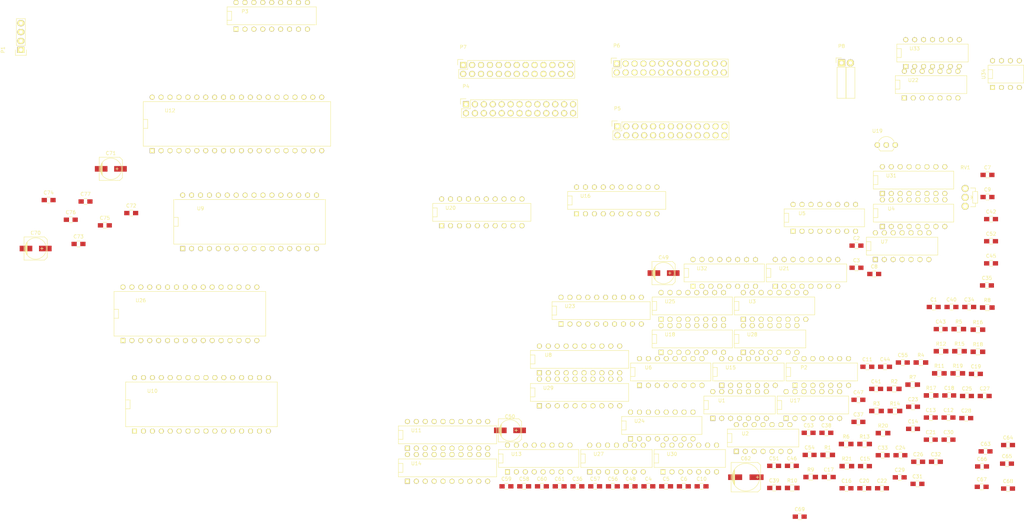
<source format=kicad_pcb>
(kicad_pcb (version 4) (host pcbnew "(2015-04-22 BZR 5620)-product")
  (layers (0 F.Cu signal) (31 B.Cu signal) (34 B.Paste user) (35 F.Paste user) (36 B.SilkS user) (37 F.SilkS user) (38 B.Mask user) (39 F.Mask user) (44 Edge.Cuts user))
  (net 0 "")
  (net 1 GND)
  (net 2 "Net-(C51-Pad2)")
  (net 3 "Net-(C52-Pad1)")
  (net 4 -12VA)
  (net 5 "Net-(C53-Pad1)")
  (net 6 "Net-(C54-Pad1)")
  (net 7 "Net-(C54-Pad2)")
  (net 8 "Net-(C55-Pad1)")
  (net 9 "Net-(C56-Pad1)")
  (net 10 "Net-(C56-Pad2)")
  (net 11 "Net-(C57-Pad1)")
  (net 12 "Net-(C58-Pad1)")
  (net 13 "Net-(C58-Pad2)")
  (net 14 "Net-(C59-Pad1)")
  (net 15 "Net-(C60-Pad1)")
  (net 16 "Net-(C60-Pad2)")
  (net 17 "Net-(C61-Pad1)")
  (net 18 "Net-(C61-Pad2)")
  (net 19 "Net-(C62-Pad2)")
  (net 20 +12VA)
  (net 21 "Net-(P2-Pad14)")
  (net 22 "Net-(P3-Pad15)")
  (net 23 "Net-(P3-Pad16)")
  (net 24 "Net-(P3-Pad17)")
  (net 25 "Net-(P3-Pad18)")
  (net 26 /lGm_db12)
  (net 27 /lGm_db0)
  (net 28 /lGm_db13)
  (net 29 /lGm_db1)
  (net 30 /lGm_db14)
  (net 31 /lGm_db2)
  (net 32 /lGm_db15)
  (net 33 /lGm_db3)
  (net 34 /RST_GM2)
  (net 35 /lGm_db4)
  (net 36 /lGm_db5)
  (net 37 /Clk_main6)
  (net 38 /lGm_db6)
  (net 39 /lGm_db7)
  (net 40 /GW2)
  (net 41 /lGm_db8)
  (net 42 /lGm_db9)
  (net 43 /lGm_db10)
  (net 44 /lGm_db11)
  (net 45 /RST_GM0)
  (net 46 /Clk_main4)
  (net 47 /GW0)
  (net 48 /RST_GM3)
  (net 49 /Clk_main7)
  (net 50 /GW3)
  (net 51 /RST_GM1)
  (net 52 /Clk_main5)
  (net 53 /GW1)
  (net 54 /4.096V)
  (net 55 "Net-(R2-Pad2)")
  (net 56 "Net-(R3-Pad2)")
  (net 57 /Vaout)
  (net 58 "Net-(R6-Pad2)")
  (net 59 "Net-(R10-Pad1)")
  (net 60 /Maout)
  (net 61 "Net-(R11-Pad2)")
  (net 62 "Net-(R13-Pad2)")
  (net 63 "Net-(R14-Pad2)")
  (net 64 "Net-(R15-Pad2)")
  (net 65 /Rst_audM)
  (net 66 /Master_reset)
  (net 67 "Net-(U1-Pad3)")
  (net 68 "Net-(U1-Pad4)")
  (net 69 /Vrst)
  (net 70 "Net-(U1-Pad9)")
  (net 71 /Rst_Gam)
  (net 72 /Gwn)
  (net 73 /Gm_pulse)
  (net 74 /AM_db0)
  (net 75 /AM_db1)
  (net 76 /AM_db2)
  (net 77 /AM_db3)
  (net 78 "Net-(U2-Pad6)")
  (net 79 "Net-(U2-Pad8)")
  (net 80 /AM_db4)
  (net 81 /AM_db5)
  (net 82 /AM_db6)
  (net 83 /AM_db7)
  (net 84 /Clk_divb17)
  (net 85 /Clk_divb16)
  (net 86 /Clk_divb18)
  (net 87 /Clk_divb15)
  (net 88 /Clk_divb14)
  (net 89 /Clk_divb13)
  (net 90 /Clk_divb12)
  (net 91 /Clk_divb11)
  (net 92 /Clk_divb20)
  (net 93 /Clk_divb19)
  (net 94 /Clk_divb5)
  (net 95 /Clk_divb4)
  (net 96 /Clk_divb6)
  (net 97 /Clk_divb3)
  (net 98 /Clk_divb2)
  (net 99 /Clk_divb1)
  (net 100 /Clk_divb0)
  (net 101 /Clk_main2)
  (net 102 /Clk_divb8)
  (net 103 /Clk_divb7)
  (net 104 /Clk_divb9)
  (net 105 /Clk_divb10)
  (net 106 /Clk_gme_data)
  (net 107 "Net-(U10-Pad7)")
  (net 108 "Net-(U10-Pad8)")
  (net 109 "Net-(U10-Pad6)")
  (net 110 "Net-(U10-Pad9)")
  (net 111 "Net-(U10-Pad10)")
  (net 112 /GmSelectB1)
  (net 113 /GmSelectB0)
  (net 114 "Net-(U10-Pad27)")
  (net 115 "Net-(U10-Pad5)")
  (net 116 "Net-(U10-Pad26)")
  (net 117 "Net-(U10-Pad23)")
  (net 118 "Net-(U14-Pad2)")
  (net 119 /Rst_audV)
  (net 120 /GM_adress_latch)
  (net 121 "Net-(U27-Pad6)")
  (net 122 "Net-(U27-Pad8)")
  (net 123 "Net-(U11-Pad2)")
  (net 124 /Gm_db0)
  (net 125 /Gm_db1)
  (net 126 "Net-(U11-Pad3)")
  (net 127 "Net-(U11-Pad4)")
  (net 128 /Gm_db2)
  (net 129 /Gm_db3)
  (net 130 "Net-(U11-Pad5)")
  (net 131 "Net-(U11-Pad6)")
  (net 132 /Gm_db4)
  (net 133 /Gm_db5)
  (net 134 "Net-(U11-Pad7)")
  (net 135 "Net-(U11-Pad8)")
  (net 136 /Gm_db6)
  (net 137 /Gm_db7)
  (net 138 "Net-(U11-Pad9)")
  (net 139 "Net-(U10-Pad2)")
  (net 140 "Net-(U10-Pad3)")
  (net 141 "Net-(U10-Pad4)")
  (net 142 /Gm_db8)
  (net 143 /Gm_db9)
  (net 144 /Gm_db10)
  (net 145 /Gm_db11)
  (net 146 /Gm_db12)
  (net 147 /Gm_db13)
  (net 148 /Gm_db14)
  (net 149 /Gm_db15)
  (net 150 "Net-(U10-Pad28)")
  (net 151 "Net-(U10-Pad29)")
  (net 152 "Net-(U10-Pad30)")
  (net 153 "Net-(U14-Pad18)")
  (net 154 "Net-(U14-Pad11)")
  (net 155 /Clk_main3)
  (net 156 "Net-(U16-Pad2)")
  (net 157 /AV_db0)
  (net 158 /AV_db1)
  (net 159 "Net-(U16-Pad5)")
  (net 160 "Net-(U16-Pad6)")
  (net 161 /AV_db2)
  (net 162 /AV_db3)
  (net 163 "Net-(U16-Pad9)")
  (net 164 "Net-(U16-Pad12)")
  (net 165 /AV_db4)
  (net 166 /AV_db5)
  (net 167 "Net-(U16-Pad15)")
  (net 168 "Net-(U16-Pad16)")
  (net 169 /AV_db6)
  (net 170 /AV_db7)
  (net 171 "Net-(U16-Pad19)")
  (net 172 "Net-(U17-Pad10)")
  (net 173 "Net-(U17-Pad11)")
  (net 174 "Net-(U19-Pad2)")
  (net 175 "Net-(U20-Pad2)")
  (net 176 "Net-(U20-Pad5)")
  (net 177 "Net-(U20-Pad6)")
  (net 178 "Net-(U20-Pad9)")
  (net 179 "Net-(U20-Pad12)")
  (net 180 "Net-(U20-Pad15)")
  (net 181 "Net-(U20-Pad16)")
  (net 182 "Net-(U20-Pad19)")
  (net 183 /Clk_audv_data)
  (net 184 "Net-(U24-Pad2)")
  (net 185 "Net-(U24-Pad3)")
  (net 186 "Net-(U24-Pad4)")
  (net 187 "Net-(U24-Pad5)")
  (net 188 "Net-(U24-Pad6)")
  (net 189 "Net-(U24-Pad7)")
  (net 190 "Net-(U24-Pad9)")
  (net 191 "Net-(U24-Pad12)")
  (net 192 "Net-(U24-Pad13)")
  (net 193 "Net-(U24-Pad14)")
  (net 194 "Net-(U24-Pad15)")
  (net 195 "Net-(U25-Pad11)")
  (net 196 "Net-(U25-Pad12)")
  (net 197 "Net-(U25-Pad13)")
  (net 198 "Net-(U25-Pad14)")
  (net 199 "Net-(U26-Pad2)")
  (net 200 "Net-(U26-Pad3)")
  (net 201 "Net-(U26-Pad4)")
  (net 202 "Net-(U26-Pad28)")
  (net 203 "Net-(U26-Pad29)")
  (net 204 "Net-(U26-Pad30)")
  (net 205 "Net-(U29-Pad2)")
  (net 206 "Net-(U29-Pad5)")
  (net 207 "Net-(U29-Pad6)")
  (net 208 "Net-(U29-Pad9)")
  (net 209 "Net-(U29-Pad12)")
  (net 210 "Net-(U29-Pad15)")
  (net 211 "Net-(U29-Pad16)")
  (net 212 "Net-(U29-Pad19)")
  (net 213 VCC)
  (module Capacitors_SMD:C_0805_HandSoldering (layer F.Cu) (at 277.445001 98.165)
    (fp_text reference C1 (at 0 -2.1) (layer F.SilkS))
    (fp_text value 1µ)
    (pad 1 smd rect (at -1.25 0) (size 1.5 1.25) (layers F.Cu F.Paste F.Mask) (net 213 VCC))
    (pad 2 smd rect (at 1.25 0) (size 1.5 1.25) (layers F.Cu F.Paste F.Mask) (net 1 GND))
  )
  (module Capacitors_SMD:C_0805_HandSoldering (layer F.Cu) (at 255.455001 80.685)
    (fp_text reference C2 (at 0 -2.1) (layer F.SilkS))
    (fp_text value 10n)
    (pad 1 smd rect (at -1.25 0) (size 1.5 1.25) (layers F.Cu F.Paste F.Mask) (net 213 VCC))
    (pad 2 smd rect (at 1.25 0) (size 1.5 1.25) (layers F.Cu F.Paste F.Mask) (net 1 GND))
  )
  (module Capacitors_SMD:C_0805_HandSoldering (layer F.Cu) (at 255.455001 86.985)
    (fp_text reference C3 (at 0 -2.1) (layer F.SilkS))
    (fp_text value 10n)
    (pad 1 smd rect (at -1.25 0) (size 1.5 1.25) (layers F.Cu F.Paste F.Mask) (net 213 VCC))
    (pad 2 smd rect (at 1.25 0) (size 1.5 1.25) (layers F.Cu F.Paste F.Mask) (net 1 GND))
  )
  (module Capacitors_SMD:C_0805_HandSoldering (layer F.Cu) (at 196.215001 149.255)
    (fp_text reference C4 (at 0 -2.1) (layer F.SilkS))
    (fp_text value 1µ)
    (pad 1 smd rect (at -1.25 0) (size 1.5 1.25) (layers F.Cu F.Paste F.Mask) (net 213 VCC))
    (pad 2 smd rect (at 1.25 0) (size 1.5 1.25) (layers F.Cu F.Paste F.Mask) (net 1 GND))
  )
  (module Capacitors_SMD:C_0805_HandSoldering (layer F.Cu) (at 201.265001 149.255)
    (fp_text reference C5 (at 0 -2.1) (layer F.SilkS))
    (fp_text value 10n)
    (pad 1 smd rect (at -1.25 0) (size 1.5 1.25) (layers F.Cu F.Paste F.Mask) (net 213 VCC))
    (pad 2 smd rect (at 1.25 0) (size 1.5 1.25) (layers F.Cu F.Paste F.Mask) (net 1 GND))
  )
  (module Capacitors_SMD:C_0805_HandSoldering (layer F.Cu) (at 206.315001 149.255)
    (fp_text reference C6 (at 0 -2.1) (layer F.SilkS))
    (fp_text value 10n)
    (pad 1 smd rect (at -1.25 0) (size 1.5 1.25) (layers F.Cu F.Paste F.Mask) (net 213 VCC))
    (pad 2 smd rect (at 1.25 0) (size 1.5 1.25) (layers F.Cu F.Paste F.Mask) (net 1 GND))
  )
  (module Capacitors_SMD:C_0805_HandSoldering (layer F.Cu) (at 292.745001 60.525)
    (fp_text reference C7 (at 0 -2.1) (layer F.SilkS))
    (fp_text value 1µ)
    (pad 1 smd rect (at -1.25 0) (size 1.5 1.25) (layers F.Cu F.Paste F.Mask) (net 213 VCC))
    (pad 2 smd rect (at 1.25 0) (size 1.5 1.25) (layers F.Cu F.Paste F.Mask) (net 1 GND))
  )
  (module Capacitors_SMD:C_0805_HandSoldering (layer F.Cu) (at 260.505001 88.755)
    (fp_text reference C8 (at 0 -2.1) (layer F.SilkS))
    (fp_text value 10n)
    (pad 1 smd rect (at -1.25 0) (size 1.5 1.25) (layers F.Cu F.Paste F.Mask) (net 213 VCC))
    (pad 2 smd rect (at 1.25 0) (size 1.5 1.25) (layers F.Cu F.Paste F.Mask) (net 1 GND))
  )
  (module Capacitors_SMD:C_0805_HandSoldering (layer F.Cu) (at 292.745001 66.825)
    (fp_text reference C9 (at 0 -2.1) (layer F.SilkS))
    (fp_text value 10n)
    (pad 1 smd rect (at -1.25 0) (size 1.5 1.25) (layers F.Cu F.Paste F.Mask) (net 213 VCC))
    (pad 2 smd rect (at 1.25 0) (size 1.5 1.25) (layers F.Cu F.Paste F.Mask) (net 1 GND))
  )
  (module Capacitors_SMD:C_0805_HandSoldering (layer F.Cu) (at 211.365001 149.255)
    (fp_text reference C10 (at 0 -2.1) (layer F.SilkS))
    (fp_text value 1µ)
    (pad 1 smd rect (at -1.25 0) (size 1.5 1.25) (layers F.Cu F.Paste F.Mask) (net 213 VCC))
    (pad 2 smd rect (at 1.25 0) (size 1.5 1.25) (layers F.Cu F.Paste F.Mask) (net 1 GND))
  )
  (module Capacitors_SMD:C_0805_HandSoldering (layer F.Cu) (at 258.545001 115.195)
    (fp_text reference C11 (at 0 -2.1) (layer F.SilkS))
    (fp_text value 10n)
    (pad 1 smd rect (at -1.25 0) (size 1.5 1.25) (layers F.Cu F.Paste F.Mask) (net 213 VCC))
    (pad 2 smd rect (at 1.25 0) (size 1.5 1.25) (layers F.Cu F.Paste F.Mask) (net 1 GND))
  )
  (module Capacitors_SMD:C_0805_HandSoldering (layer F.Cu) (at 281.655001 129.665)
    (fp_text reference C12 (at 0 -2.1) (layer F.SilkS))
    (fp_text value 10n)
    (pad 1 smd rect (at -1.25 0) (size 1.5 1.25) (layers F.Cu F.Paste F.Mask) (net 213 VCC))
    (pad 2 smd rect (at 1.25 0) (size 1.5 1.25) (layers F.Cu F.Paste F.Mask) (net 1 GND))
  )
  (module Capacitors_SMD:C_0805_HandSoldering (layer F.Cu) (at 276.605001 129.665)
    (fp_text reference C13 (at 0 -2.1) (layer F.SilkS))
    (fp_text value 1µ)
    (pad 1 smd rect (at -1.25 0) (size 1.5 1.25) (layers F.Cu F.Paste F.Mask) (net 213 VCC))
    (pad 2 smd rect (at 1.25 0) (size 1.5 1.25) (layers F.Cu F.Paste F.Mask) (net 1 GND))
  )
  (module Capacitors_SMD:C_0805_HandSoldering (layer F.Cu) (at 271.555001 132.885)
    (fp_text reference C14 (at 0 -2.1) (layer F.SilkS))
    (fp_text value 10n)
    (pad 1 smd rect (at -1.25 0) (size 1.5 1.25) (layers F.Cu F.Paste F.Mask) (net 213 VCC))
    (pad 2 smd rect (at 1.25 0) (size 1.5 1.25) (layers F.Cu F.Paste F.Mask) (net 1 GND))
  )
  (module Capacitors_SMD:C_0805_HandSoldering (layer F.Cu) (at 257.865001 143.505)
    (fp_text reference C15 (at 0 -2.1) (layer F.SilkS))
    (fp_text value 10n)
    (pad 1 smd rect (at -1.25 0) (size 1.5 1.25) (layers F.Cu F.Paste F.Mask) (net 213 VCC))
    (pad 2 smd rect (at 1.25 0) (size 1.5 1.25) (layers F.Cu F.Paste F.Mask) (net 1 GND))
  )
  (module Capacitors_SMD:C_0805_HandSoldering (layer F.Cu) (at 252.615001 149.805)
    (fp_text reference C16 (at 0 -2.1) (layer F.SilkS))
    (fp_text value 1µ)
    (pad 1 smd rect (at -1.25 0) (size 1.5 1.25) (layers F.Cu F.Paste F.Mask) (net 213 VCC))
    (pad 2 smd rect (at 1.25 0) (size 1.5 1.25) (layers F.Cu F.Paste F.Mask) (net 1 GND))
  )
  (module Capacitors_SMD:C_0805_HandSoldering (layer F.Cu) (at 247.565001 146.615)
    (fp_text reference C17 (at 0 -2.1) (layer F.SilkS))
    (fp_text value 10n)
    (pad 1 smd rect (at -1.25 0) (size 1.5 1.25) (layers F.Cu F.Paste F.Mask) (net 213 VCC))
    (pad 2 smd rect (at 1.25 0) (size 1.5 1.25) (layers F.Cu F.Paste F.Mask) (net 1 GND))
  )
  (module Capacitors_SMD:C_0805_HandSoldering (layer F.Cu) (at 281.855001 123.365)
    (fp_text reference C18 (at 0 -2.1) (layer F.SilkS))
    (fp_text value 10n)
    (pad 1 smd rect (at -1.25 0) (size 1.5 1.25) (layers F.Cu F.Paste F.Mask) (net 213 VCC))
    (pad 2 smd rect (at 1.25 0) (size 1.5 1.25) (layers F.Cu F.Paste F.Mask) (net 1 GND))
  )
  (module Capacitors_SMD:C_0805_HandSoldering (layer F.Cu) (at 289.445001 117.225)
    (fp_text reference C19 (at 0 -2.1) (layer F.SilkS))
    (fp_text value 1µ)
    (pad 1 smd rect (at -1.25 0) (size 1.5 1.25) (layers F.Cu F.Paste F.Mask) (net 213 VCC))
    (pad 2 smd rect (at 1.25 0) (size 1.5 1.25) (layers F.Cu F.Paste F.Mask) (net 1 GND))
  )
  (module Capacitors_SMD:C_0805_HandSoldering (layer F.Cu) (at 257.665001 149.805)
    (fp_text reference C20 (at 0 -2.1) (layer F.SilkS))
    (fp_text value 10n)
    (pad 1 smd rect (at -1.25 0) (size 1.5 1.25) (layers F.Cu F.Paste F.Mask) (net 213 VCC))
    (pad 2 smd rect (at 1.25 0) (size 1.5 1.25) (layers F.Cu F.Paste F.Mask) (net 1 GND))
  )
  (module Capacitors_SMD:C_0805_HandSoldering (layer F.Cu) (at 276.605001 135.965)
    (fp_text reference C21 (at 0 -2.1) (layer F.SilkS))
    (fp_text value 10n)
    (pad 1 smd rect (at -1.25 0) (size 1.5 1.25) (layers F.Cu F.Paste F.Mask) (net 213 VCC))
    (pad 2 smd rect (at 1.25 0) (size 1.5 1.25) (layers F.Cu F.Paste F.Mask) (net 1 GND))
  )
  (module Capacitors_SMD:C_0805_HandSoldering (layer F.Cu) (at 262.715001 149.805)
    (fp_text reference C22 (at 0 -2.1) (layer F.SilkS))
    (fp_text value 1µ)
    (pad 1 smd rect (at -1.25 0) (size 1.5 1.25) (layers F.Cu F.Paste F.Mask) (net 213 VCC))
    (pad 2 smd rect (at 1.25 0) (size 1.5 1.25) (layers F.Cu F.Paste F.Mask) (net 1 GND))
  )
  (module Capacitors_SMD:C_0805_HandSoldering (layer F.Cu) (at 271.555001 126.585)
    (fp_text reference C23 (at 0 -2.1) (layer F.SilkS))
    (fp_text value 10n)
    (pad 1 smd rect (at -1.25 0) (size 1.5 1.25) (layers F.Cu F.Paste F.Mask) (net 213 VCC))
    (pad 2 smd rect (at 1.25 0) (size 1.5 1.25) (layers F.Cu F.Paste F.Mask) (net 1 GND))
  )
  (module Capacitors_SMD:C_0805_HandSoldering (layer F.Cu) (at 267.965001 140.395)
    (fp_text reference C24 (at 0 -2.1) (layer F.SilkS))
    (fp_text value 10n)
    (pad 1 smd rect (at -1.25 0) (size 1.5 1.25) (layers F.Cu F.Paste F.Mask) (net 213 VCC))
    (pad 2 smd rect (at 1.25 0) (size 1.5 1.25) (layers F.Cu F.Paste F.Mask) (net 1 GND))
  )
  (module Capacitors_SMD:C_0805_HandSoldering (layer F.Cu) (at 286.905001 123.525)
    (fp_text reference C25 (at 0 -2.1) (layer F.SilkS))
    (fp_text value 1µ)
    (pad 1 smd rect (at -1.25 0) (size 1.5 1.25) (layers F.Cu F.Paste F.Mask) (net 213 VCC))
    (pad 2 smd rect (at 1.25 0) (size 1.5 1.25) (layers F.Cu F.Paste F.Mask) (net 1 GND))
  )
  (module Capacitors_SMD:C_0805_HandSoldering (layer F.Cu) (at 273.015001 142.265)
    (fp_text reference C26 (at 0 -2.1) (layer F.SilkS))
    (fp_text value 10n)
    (pad 1 smd rect (at -1.25 0) (size 1.5 1.25) (layers F.Cu F.Paste F.Mask) (net 213 VCC))
    (pad 2 smd rect (at 1.25 0) (size 1.5 1.25) (layers F.Cu F.Paste F.Mask) (net 1 GND))
  )
  (module Capacitors_SMD:C_0805_HandSoldering (layer F.Cu) (at 291.955001 123.525)
    (fp_text reference C27 (at 0 -2.1) (layer F.SilkS))
    (fp_text value 10n)
    (pad 1 smd rect (at -1.25 0) (size 1.5 1.25) (layers F.Cu F.Paste F.Mask) (net 213 VCC))
    (pad 2 smd rect (at 1.25 0) (size 1.5 1.25) (layers F.Cu F.Paste F.Mask) (net 1 GND))
  )
  (module Capacitors_SMD:C_0805_HandSoldering (layer F.Cu) (at 286.705001 129.825)
    (fp_text reference C28 (at 0 -2.1) (layer F.SilkS))
    (fp_text value 1µ)
    (pad 1 smd rect (at -1.25 0) (size 1.5 1.25) (layers F.Cu F.Paste F.Mask) (net 213 VCC))
    (pad 2 smd rect (at 1.25 0) (size 1.5 1.25) (layers F.Cu F.Paste F.Mask) (net 1 GND))
  )
  (module Capacitors_SMD:C_0805_HandSoldering (layer F.Cu) (at 267.765001 146.695)
    (fp_text reference C29 (at 0 -2.1) (layer F.SilkS))
    (fp_text value 10n)
    (pad 1 smd rect (at -1.25 0) (size 1.5 1.25) (layers F.Cu F.Paste F.Mask) (net 213 VCC))
    (pad 2 smd rect (at 1.25 0) (size 1.5 1.25) (layers F.Cu F.Paste F.Mask) (net 1 GND))
  )
  (module Capacitors_SMD:C_0805_HandSoldering (layer F.Cu) (at 281.655001 135.965)
    (fp_text reference C30 (at 0 -2.1) (layer F.SilkS))
    (fp_text value 10n)
    (pad 1 smd rect (at -1.25 0) (size 1.5 1.25) (layers F.Cu F.Paste F.Mask) (net 213 VCC))
    (pad 2 smd rect (at 1.25 0) (size 1.5 1.25) (layers F.Cu F.Paste F.Mask) (net 1 GND))
  )
  (module Capacitors_SMD:C_0805_HandSoldering (layer F.Cu) (at 272.815001 148.565)
    (fp_text reference C31 (at 0 -2.1) (layer F.SilkS))
    (fp_text value 1µ)
    (pad 1 smd rect (at -1.25 0) (size 1.5 1.25) (layers F.Cu F.Paste F.Mask) (net 213 VCC))
    (pad 2 smd rect (at 1.25 0) (size 1.5 1.25) (layers F.Cu F.Paste F.Mask) (net 1 GND))
  )
  (module Capacitors_SMD:C_0805_HandSoldering (layer F.Cu) (at 278.065001 142.265)
    (fp_text reference C32 (at 0 -2.1) (layer F.SilkS))
    (fp_text value 10n)
    (pad 1 smd rect (at -1.25 0) (size 1.5 1.25) (layers F.Cu F.Paste F.Mask) (net 213 VCC))
    (pad 2 smd rect (at 1.25 0) (size 1.5 1.25) (layers F.Cu F.Paste F.Mask) (net 1 GND))
  )
  (module Capacitors_SMD:C_0805_HandSoldering (layer F.Cu) (at 262.915001 140.395)
    (fp_text reference C33 (at 0 -2.1) (layer F.SilkS))
    (fp_text value 10n)
    (pad 1 smd rect (at -1.25 0) (size 1.5 1.25) (layers F.Cu F.Paste F.Mask) (net 213 VCC))
    (pad 2 smd rect (at 1.25 0) (size 1.5 1.25) (layers F.Cu F.Paste F.Mask) (net 1 GND))
  )
  (module Capacitors_SMD:C_0805_HandSoldering (layer F.Cu) (at 287.545001 98.165)
    (fp_text reference C34 (at 0 -2.1) (layer F.SilkS))
    (fp_text value 1µ)
    (pad 1 smd rect (at -1.25 0) (size 1.5 1.25) (layers F.Cu F.Paste F.Mask) (net 213 VCC))
    (pad 2 smd rect (at 1.25 0) (size 1.5 1.25) (layers F.Cu F.Paste F.Mask) (net 1 GND))
  )
  (module Capacitors_SMD:C_0805_HandSoldering (layer F.Cu) (at 292.595001 92.025)
    (fp_text reference C35 (at 0 -2.1) (layer F.SilkS))
    (fp_text value 10n)
    (pad 1 smd rect (at -1.25 0) (size 1.5 1.25) (layers F.Cu F.Paste F.Mask) (net 213 VCC))
    (pad 2 smd rect (at 1.25 0) (size 1.5 1.25) (layers F.Cu F.Paste F.Mask) (net 1 GND))
  )
  (module Capacitors_SMD:C_0805_HandSoldering (layer F.Cu) (at 176.015001 149.255)
    (fp_text reference C36 (at 0 -2.1) (layer F.SilkS))
    (fp_text value 10n)
    (pad 1 smd rect (at -1.25 0) (size 1.5 1.25) (layers F.Cu F.Paste F.Mask) (net 213 VCC))
    (pad 2 smd rect (at 1.25 0) (size 1.5 1.25) (layers F.Cu F.Paste F.Mask) (net 1 GND))
  )
  (module Capacitors_SMD:C_0805_HandSoldering (layer F.Cu) (at 256.005001 130.905)
    (fp_text reference C37 (at 0 -2.1) (layer F.SilkS))
    (fp_text value 1µ)
    (pad 1 smd rect (at -1.25 0) (size 1.5 1.25) (layers F.Cu F.Paste F.Mask) (net 213 VCC))
    (pad 2 smd rect (at 1.25 0) (size 1.5 1.25) (layers F.Cu F.Paste F.Mask) (net 1 GND))
  )
  (module Capacitors_SMD:C_0805_HandSoldering (layer F.Cu) (at 246.885001 134.015)
    (fp_text reference C38 (at 0 -2.1) (layer F.SilkS))
    (fp_text value 10n)
    (pad 1 smd rect (at -1.25 0) (size 1.5 1.25) (layers F.Cu F.Paste F.Mask) (net 213 VCC))
    (pad 2 smd rect (at 1.25 0) (size 1.5 1.25) (layers F.Cu F.Paste F.Mask) (net 1 GND))
  )
  (module Capacitors_SMD:C_0805_HandSoldering (layer F.Cu) (at 232.015001 149.725)
    (fp_text reference C39 (at 0 -2.1) (layer F.SilkS))
    (fp_text value 10n)
    (pad 1 smd rect (at -1.25 0) (size 1.5 1.25) (layers F.Cu F.Paste F.Mask) (net 213 VCC))
    (pad 2 smd rect (at 1.25 0) (size 1.5 1.25) (layers F.Cu F.Paste F.Mask) (net 1 GND))
  )
  (module Capacitors_SMD:C_0805_HandSoldering (layer F.Cu) (at 282.495001 98.165)
    (fp_text reference C40 (at 0 -2.1) (layer F.SilkS))
    (fp_text value 1µ)
    (pad 1 smd rect (at -1.25 0) (size 1.5 1.25) (layers F.Cu F.Paste F.Mask) (net 213 VCC))
    (pad 2 smd rect (at 1.25 0) (size 1.5 1.25) (layers F.Cu F.Paste F.Mask) (net 1 GND))
  )
  (module Capacitors_SMD:C_0805_HandSoldering (layer F.Cu) (at 261.055001 121.495)
    (fp_text reference C41 (at 0 -2.1) (layer F.SilkS))
    (fp_text value 10n)
    (pad 1 smd rect (at -1.25 0) (size 1.5 1.25) (layers F.Cu F.Paste F.Mask) (net 213 VCC))
    (pad 2 smd rect (at 1.25 0) (size 1.5 1.25) (layers F.Cu F.Paste F.Mask) (net 1 GND))
  )
  (module Capacitors_SMD:C_0805_HandSoldering (layer F.Cu) (at 293.765001 73.125)
    (fp_text reference C42 (at 0 -2.1) (layer F.SilkS))
    (fp_text value 10n)
    (pad 1 smd rect (at -1.25 0) (size 1.5 1.25) (layers F.Cu F.Paste F.Mask) (net 213 VCC))
    (pad 2 smd rect (at 1.25 0) (size 1.5 1.25) (layers F.Cu F.Paste F.Mask) (net 1 GND))
  )
  (module Capacitors_SMD:C_0805_HandSoldering (layer F.Cu) (at 279.425001 104.465)
    (fp_text reference C43 (at 0 -2.1) (layer F.SilkS))
    (fp_text value 1µ)
    (pad 1 smd rect (at -1.25 0) (size 1.5 1.25) (layers F.Cu F.Paste F.Mask) (net 213 VCC))
    (pad 2 smd rect (at 1.25 0) (size 1.5 1.25) (layers F.Cu F.Paste F.Mask) (net 1 GND))
  )
  (module Capacitors_SMD:C_0805_HandSoldering (layer F.Cu) (at 263.595001 115.195)
    (fp_text reference C44 (at 0 -2.1) (layer F.SilkS))
    (fp_text value 10n)
    (pad 1 smd rect (at -1.25 0) (size 1.5 1.25) (layers F.Cu F.Paste F.Mask) (net 213 VCC))
    (pad 2 smd rect (at 1.25 0) (size 1.5 1.25) (layers F.Cu F.Paste F.Mask) (net 1 GND))
  )
  (module Capacitors_SMD:C_0805_HandSoldering (layer F.Cu) (at 293.765001 85.725)
    (fp_text reference C45 (at 0 -2.1) (layer F.SilkS))
    (fp_text value 10n)
    (pad 1 smd rect (at -1.25 0) (size 1.5 1.25) (layers F.Cu F.Paste F.Mask) (net 213 VCC))
    (pad 2 smd rect (at 1.25 0) (size 1.5 1.25) (layers F.Cu F.Paste F.Mask) (net 1 GND))
  )
  (module Capacitors_SMD:C_0805_HandSoldering (layer F.Cu) (at 237.065001 143.425)
    (fp_text reference C46 (at 0 -2.1) (layer F.SilkS))
    (fp_text value 1µ)
    (pad 1 smd rect (at -1.25 0) (size 1.5 1.25) (layers F.Cu F.Paste F.Mask) (net 213 VCC))
    (pad 2 smd rect (at 1.25 0) (size 1.5 1.25) (layers F.Cu F.Paste F.Mask) (net 1 GND))
  )
  (module Capacitors_SMD:C_0805_HandSoldering (layer F.Cu) (at 256.005001 124.605)
    (fp_text reference C47 (at 0 -2.1) (layer F.SilkS))
    (fp_text value 10n)
    (pad 1 smd rect (at -1.25 0) (size 1.5 1.25) (layers F.Cu F.Paste F.Mask) (net 213 VCC))
    (pad 2 smd rect (at 1.25 0) (size 1.5 1.25) (layers F.Cu F.Paste F.Mask) (net 1 GND))
  )
  (module Capacitors_SMD:C_0805_HandSoldering (layer F.Cu) (at 191.165001 149.255)
    (fp_text reference C48 (at 0 -2.1) (layer F.SilkS))
    (fp_text value 10n)
    (pad 1 smd rect (at -1.25 0) (size 1.5 1.25) (layers F.Cu F.Paste F.Mask) (net 213 VCC))
    (pad 2 smd rect (at 1.25 0) (size 1.5 1.25) (layers F.Cu F.Paste F.Mask) (net 1 GND))
  )
  (module Capacitors_SMD:C_0805_HandSoldering (layer F.Cu) (at 232.015001 143.425)
    (fp_text reference C51 (at 0 -2.1) (layer F.SilkS))
    (fp_text value 1µ)
    (pad 1 smd rect (at -1.25 0) (size 1.5 1.25) (layers F.Cu F.Paste F.Mask) (net 1 GND))
    (pad 2 smd rect (at 1.25 0) (size 1.5 1.25) (layers F.Cu F.Paste F.Mask) (net 2 "Net-(C51-Pad2)"))
  )
  (module Capacitors_SMD:C_0805_HandSoldering (layer F.Cu) (at 293.765001 79.425)
    (fp_text reference C52 (at 0 -2.1) (layer F.SilkS))
    (fp_text value 100n)
    (pad 1 smd rect (at -1.25 0) (size 1.5 1.25) (layers F.Cu F.Paste F.Mask) (net 3 "Net-(C52-Pad1)"))
    (pad 2 smd rect (at 1.25 0) (size 1.5 1.25) (layers F.Cu F.Paste F.Mask) (net 4 -12VA))
  )
  (module Capacitors_SMD:C_0805_HandSoldering (layer F.Cu) (at 241.835001 134.015)
    (fp_text reference C53 (at 0 -2.1) (layer F.SilkS))
    (fp_text value 100n)
    (pad 1 smd rect (at -1.25 0) (size 1.5 1.25) (layers F.Cu F.Paste F.Mask) (net 5 "Net-(C53-Pad1)"))
    (pad 2 smd rect (at 1.25 0) (size 1.5 1.25) (layers F.Cu F.Paste F.Mask) (net 4 -12VA))
  )
  (module Capacitors_SMD:C_0805_HandSoldering (layer F.Cu) (at 242.115001 140.315)
    (fp_text reference C54 (at 0 -2.1) (layer F.SilkS))
    (fp_text value 1µ)
    (pad 1 smd rect (at -1.25 0) (size 1.5 1.25) (layers F.Cu F.Paste F.Mask) (net 6 "Net-(C54-Pad1)"))
    (pad 2 smd rect (at 1.25 0) (size 1.5 1.25) (layers F.Cu F.Paste F.Mask) (net 7 "Net-(C54-Pad2)"))
  )
  (module Capacitors_SMD:C_0805_HandSoldering (layer F.Cu) (at 268.645001 113.985)
    (fp_text reference C55 (at 0 -2.1) (layer F.SilkS))
    (fp_text value 120p)
    (pad 1 smd rect (at -1.25 0) (size 1.5 1.25) (layers F.Cu F.Paste F.Mask) (net 8 "Net-(C55-Pad1)"))
    (pad 2 smd rect (at 1.25 0) (size 1.5 1.25) (layers F.Cu F.Paste F.Mask) (net 1 GND))
  )
  (module Capacitors_SMD:C_0805_HandSoldering (layer F.Cu) (at 186.115001 149.255)
    (fp_text reference C56 (at 0 -2.1) (layer F.SilkS))
    (fp_text value 1n)
    (pad 1 smd rect (at -1.25 0) (size 1.5 1.25) (layers F.Cu F.Paste F.Mask) (net 9 "Net-(C56-Pad1)"))
    (pad 2 smd rect (at 1.25 0) (size 1.5 1.25) (layers F.Cu F.Paste F.Mask) (net 10 "Net-(C56-Pad2)"))
  )
  (module Capacitors_SMD:C_0805_HandSoldering (layer F.Cu) (at 181.065001 149.255)
    (fp_text reference C57 (at 0 -2.1) (layer F.SilkS))
    (fp_text value 200p)
    (pad 1 smd rect (at -1.25 0) (size 1.5 1.25) (layers F.Cu F.Paste F.Mask) (net 11 "Net-(C57-Pad1)"))
    (pad 2 smd rect (at 1.25 0) (size 1.5 1.25) (layers F.Cu F.Paste F.Mask) (net 1 GND))
  )
  (module Capacitors_SMD:C_0805_HandSoldering (layer F.Cu) (at 160.865001 149.255)
    (fp_text reference C58 (at 0 -2.1) (layer F.SilkS))
    (fp_text value 1n)
    (pad 1 smd rect (at -1.25 0) (size 1.5 1.25) (layers F.Cu F.Paste F.Mask) (net 12 "Net-(C58-Pad1)"))
    (pad 2 smd rect (at 1.25 0) (size 1.5 1.25) (layers F.Cu F.Paste F.Mask) (net 13 "Net-(C58-Pad2)"))
  )
  (module Capacitors_SMD:C_0805_HandSoldering (layer F.Cu) (at 155.815001 149.255)
    (fp_text reference C59 (at 0 -2.1) (layer F.SilkS))
    (fp_text value 100p)
    (pad 1 smd rect (at -1.25 0) (size 1.5 1.25) (layers F.Cu F.Paste F.Mask) (net 14 "Net-(C59-Pad1)"))
    (pad 2 smd rect (at 1.25 0) (size 1.5 1.25) (layers F.Cu F.Paste F.Mask) (net 1 GND))
  )
  (module Capacitors_SMD:C_0805_HandSoldering (layer F.Cu) (at 165.915001 149.255)
    (fp_text reference C60 (at 0 -2.1) (layer F.SilkS))
    (fp_text value 1n)
    (pad 1 smd rect (at -1.25 0) (size 1.5 1.25) (layers F.Cu F.Paste F.Mask) (net 15 "Net-(C60-Pad1)"))
    (pad 2 smd rect (at 1.25 0) (size 1.5 1.25) (layers F.Cu F.Paste F.Mask) (net 16 "Net-(C60-Pad2)"))
  )
  (module Capacitors_SMD:C_0805_HandSoldering (layer F.Cu) (at 170.965001 149.255)
    (fp_text reference C61 (at 0 -2.1) (layer F.SilkS))
    (fp_text value 50n)
    (pad 1 smd rect (at -1.25 0) (size 1.5 1.25) (layers F.Cu F.Paste F.Mask) (net 17 "Net-(C61-Pad1)"))
    (pad 2 smd rect (at 1.25 0) (size 1.5 1.25) (layers F.Cu F.Paste F.Mask) (net 18 "Net-(C61-Pad2)"))
  )
  (module Capacitors_SMD:c_elec_8x5.4 (layer F.Cu) (at 223.965001 146.659)
    (fp_text reference C62 (at 0 -5.334) (layer F.SilkS))
    (fp_text value 250µ)
    (pad 1 smd rect (at 3.05054 0) (size 4.0005 1.6002) (layers F.Cu F.Paste F.Mask) (net 17 "Net-(C61-Pad1)"))
    (pad 2 smd rect (at -3.05054 0) (size 4.0005 1.6002) (layers F.Cu F.Paste F.Mask) (net 19 "Net-(C62-Pad2)"))
  )
  (module Socket_Strips:Socket_Strip_Straight_1x04 (layer F.Cu) (at 17.6 24.9 90)
    (fp_text reference P1 (at 0 -5.1 90) (layer F.SilkS))
    (fp_text value CONN_01X04)
    (pad 1 thru_hole rect (at 0 0 90) (size 1.7272 2.032) (drill 1.016) (layers *.Cu *.Mask F.SilkS) (net 20 +12VA))
    (pad 2 thru_hole oval (at 2.54 0 90) (size 1.7272 2.032) (drill 1.016) (layers *.Cu *.Mask F.SilkS) (net 4 -12VA))
    (pad 3 thru_hole oval (at 5.08 0 90) (size 1.7272 2.032) (drill 1.016) (layers *.Cu *.Mask F.SilkS) (net 213 VCC))
    (pad 4 thru_hole oval (at 7.62 0 90) (size 1.7272 2.032) (drill 1.016) (layers *.Cu *.Mask F.SilkS) (net 1 GND))
  )
  (module Sockets_DIP:DIP-14__300 (layer F.Cu) (at 245.585001 116.6785)
    (fp_text reference P2 (at -5.08 -1.27) (layer F.SilkS))
    (fp_text value "1MHz osc")
    (pad 1 thru_hole rect (at -7.62 3.81) (size 1.397 1.397) (drill 0.8128) (layers *.Cu *.Mask F.SilkS))
    (pad 2 thru_hole circle (at -5.08 3.81) (size 1.397 1.397) (drill 0.8128) (layers *.Cu *.Mask F.SilkS))
    (pad 3 thru_hole circle (at -2.54 3.81) (size 1.397 1.397) (drill 0.8128) (layers *.Cu *.Mask F.SilkS))
    (pad 4 thru_hole circle (at 0 3.81) (size 1.397 1.397) (drill 0.8128) (layers *.Cu *.Mask F.SilkS))
    (pad 5 thru_hole circle (at 2.54 3.81) (size 1.397 1.397) (drill 0.8128) (layers *.Cu *.Mask F.SilkS))
    (pad 6 thru_hole circle (at 5.08 3.81) (size 1.397 1.397) (drill 0.8128) (layers *.Cu *.Mask F.SilkS))
    (pad 7 thru_hole circle (at 7.62 3.81) (size 1.397 1.397) (drill 0.8128) (layers *.Cu *.Mask F.SilkS) (net 1 GND))
    (pad 8 thru_hole circle (at 7.62 -3.81) (size 1.397 1.397) (drill 0.8128) (layers *.Cu *.Mask F.SilkS) (net 213 VCC))
    (pad 9 thru_hole circle (at 5.08 -3.81) (size 1.397 1.397) (drill 0.8128) (layers *.Cu *.Mask F.SilkS))
    (pad 10 thru_hole circle (at 2.54 -3.81) (size 1.397 1.397) (drill 0.8128) (layers *.Cu *.Mask F.SilkS))
    (pad 11 thru_hole circle (at 0 -3.81) (size 1.397 1.397) (drill 0.8128) (layers *.Cu *.Mask F.SilkS))
    (pad 12 thru_hole circle (at -2.54 -3.81) (size 1.397 1.397) (drill 0.8128) (layers *.Cu *.Mask F.SilkS))
    (pad 13 thru_hole circle (at -5.08 -3.81) (size 1.397 1.397) (drill 0.8128) (layers *.Cu *.Mask F.SilkS))
    (pad 14 thru_hole circle (at -7.62 -3.81) (size 1.397 1.397) (drill 0.8128) (layers *.Cu *.Mask F.SilkS) (net 21 "Net-(P2-Pad14)"))
  )
  (module Sockets_DIP:DIP-18__300 (layer F.Cu) (at 89 15.2)
    (fp_text reference P3 (at -7.62 -1.27) (layer F.SilkS))
    (fp_text value DIL18)
    (pad 1 thru_hole rect (at -10.16 3.81) (size 1.397 1.397) (drill 0.8128) (layers *.Cu *.Mask F.SilkS) (net 213 VCC))
    (pad 2 thru_hole circle (at -7.62 3.81) (size 1.397 1.397) (drill 0.8128) (layers *.Cu *.Mask F.SilkS) (net 213 VCC))
    (pad 3 thru_hole circle (at -5.08 3.81) (size 1.397 1.397) (drill 0.8128) (layers *.Cu *.Mask F.SilkS) (net 213 VCC))
    (pad 4 thru_hole circle (at -2.54 3.81) (size 1.397 1.397) (drill 0.8128) (layers *.Cu *.Mask F.SilkS) (net 213 VCC))
    (pad 5 thru_hole circle (at 0 3.81) (size 1.397 1.397) (drill 0.8128) (layers *.Cu *.Mask F.SilkS) (net 213 VCC))
    (pad 6 thru_hole circle (at 2.54 3.81) (size 1.397 1.397) (drill 0.8128) (layers *.Cu *.Mask F.SilkS) (net 213 VCC))
    (pad 7 thru_hole circle (at 5.08 3.81) (size 1.397 1.397) (drill 0.8128) (layers *.Cu *.Mask F.SilkS) (net 213 VCC))
    (pad 8 thru_hole circle (at 7.62 3.81) (size 1.397 1.397) (drill 0.8128) (layers *.Cu *.Mask F.SilkS) (net 213 VCC))
    (pad 9 thru_hole circle (at 10.16 3.81) (size 1.397 1.397) (drill 0.8128) (layers *.Cu *.Mask F.SilkS) (net 213 VCC))
    (pad 10 thru_hole circle (at 10.16 -3.81) (size 1.397 1.397) (drill 0.8128) (layers *.Cu *.Mask F.SilkS))
    (pad 11 thru_hole circle (at 7.62 -3.81) (size 1.397 1.397) (drill 0.8128) (layers *.Cu *.Mask F.SilkS))
    (pad 12 thru_hole circle (at 5.08 -3.81) (size 1.397 1.397) (drill 0.8128) (layers *.Cu *.Mask F.SilkS))
    (pad 13 thru_hole circle (at 2.54 -3.81) (size 1.397 1.397) (drill 0.8128) (layers *.Cu *.Mask F.SilkS))
    (pad 14 thru_hole circle (at 0 -3.81) (size 1.397 1.397) (drill 0.8128) (layers *.Cu *.Mask F.SilkS))
    (pad 15 thru_hole circle (at -2.54 -3.81) (size 1.397 1.397) (drill 0.8128) (layers *.Cu *.Mask F.SilkS) (net 22 "Net-(P3-Pad15)"))
    (pad 16 thru_hole circle (at -5.08 -3.81) (size 1.397 1.397) (drill 0.8128) (layers *.Cu *.Mask F.SilkS) (net 23 "Net-(P3-Pad16)"))
    (pad 17 thru_hole circle (at -7.62 -3.81) (size 1.397 1.397) (drill 0.8128) (layers *.Cu *.Mask F.SilkS) (net 24 "Net-(P3-Pad17)"))
    (pad 18 thru_hole circle (at -10.16 -3.81) (size 1.397 1.397) (drill 0.8128) (layers *.Cu *.Mask F.SilkS) (net 25 "Net-(P3-Pad18)"))
  )
  (module Socket_Strips:Socket_Strip_Straight_2x13 (layer F.Cu) (at 144.3 40.4)
    (fp_text reference P4 (at 0 -5.1) (layer F.SilkS))
    (fp_text value CONN_02X13)
    (pad 1 thru_hole rect (at 0 0) (size 1.7272 1.7272) (drill 1.016) (layers *.Cu *.Mask F.SilkS) (net 213 VCC))
    (pad 2 thru_hole oval (at 0 2.54) (size 1.7272 1.7272) (drill 1.016) (layers *.Cu *.Mask F.SilkS) (net 26 /lGm_db12))
    (pad 3 thru_hole oval (at 2.54 0) (size 1.7272 1.7272) (drill 1.016) (layers *.Cu *.Mask F.SilkS) (net 27 /lGm_db0))
    (pad 4 thru_hole oval (at 2.54 2.54) (size 1.7272 1.7272) (drill 1.016) (layers *.Cu *.Mask F.SilkS) (net 28 /lGm_db13))
    (pad 5 thru_hole oval (at 5.08 0) (size 1.7272 1.7272) (drill 1.016) (layers *.Cu *.Mask F.SilkS) (net 29 /lGm_db1))
    (pad 6 thru_hole oval (at 5.08 2.54) (size 1.7272 1.7272) (drill 1.016) (layers *.Cu *.Mask F.SilkS) (net 30 /lGm_db14))
    (pad 7 thru_hole oval (at 7.62 0) (size 1.7272 1.7272) (drill 1.016) (layers *.Cu *.Mask F.SilkS) (net 31 /lGm_db2))
    (pad 8 thru_hole oval (at 7.62 2.54) (size 1.7272 1.7272) (drill 1.016) (layers *.Cu *.Mask F.SilkS) (net 32 /lGm_db15))
    (pad 9 thru_hole oval (at 10.16 0) (size 1.7272 1.7272) (drill 1.016) (layers *.Cu *.Mask F.SilkS) (net 33 /lGm_db3))
    (pad 10 thru_hole oval (at 10.16 2.54) (size 1.7272 1.7272) (drill 1.016) (layers *.Cu *.Mask F.SilkS) (net 34 /RST_GM2))
    (pad 11 thru_hole oval (at 12.7 0) (size 1.7272 1.7272) (drill 1.016) (layers *.Cu *.Mask F.SilkS) (net 35 /lGm_db4))
    (pad 12 thru_hole oval (at 12.7 2.54) (size 1.7272 1.7272) (drill 1.016) (layers *.Cu *.Mask F.SilkS) (net 1 GND))
    (pad 13 thru_hole oval (at 15.24 0) (size 1.7272 1.7272) (drill 1.016) (layers *.Cu *.Mask F.SilkS) (net 36 /lGm_db5))
    (pad 14 thru_hole oval (at 15.24 2.54) (size 1.7272 1.7272) (drill 1.016) (layers *.Cu *.Mask F.SilkS) (net 37 /Clk_main6))
    (pad 15 thru_hole oval (at 17.78 0) (size 1.7272 1.7272) (drill 1.016) (layers *.Cu *.Mask F.SilkS) (net 38 /lGm_db6))
    (pad 16 thru_hole oval (at 17.78 2.54) (size 1.7272 1.7272) (drill 1.016) (layers *.Cu *.Mask F.SilkS) (net 1 GND))
    (pad 17 thru_hole oval (at 20.32 0) (size 1.7272 1.7272) (drill 1.016) (layers *.Cu *.Mask F.SilkS) (net 39 /lGm_db7))
    (pad 18 thru_hole oval (at 20.32 2.54) (size 1.7272 1.7272) (drill 1.016) (layers *.Cu *.Mask F.SilkS) (net 40 /GW2))
    (pad 19 thru_hole oval (at 22.86 0) (size 1.7272 1.7272) (drill 1.016) (layers *.Cu *.Mask F.SilkS) (net 41 /lGm_db8))
    (pad 20 thru_hole oval (at 22.86 2.54) (size 1.7272 1.7272) (drill 1.016) (layers *.Cu *.Mask F.SilkS) (net 1 GND))
    (pad 21 thru_hole oval (at 25.4 0) (size 1.7272 1.7272) (drill 1.016) (layers *.Cu *.Mask F.SilkS) (net 42 /lGm_db9))
    (pad 22 thru_hole oval (at 25.4 2.54) (size 1.7272 1.7272) (drill 1.016) (layers *.Cu *.Mask F.SilkS) (net 213 VCC))
    (pad 23 thru_hole oval (at 27.94 0) (size 1.7272 1.7272) (drill 1.016) (layers *.Cu *.Mask F.SilkS) (net 43 /lGm_db10))
    (pad 24 thru_hole oval (at 27.94 2.54) (size 1.7272 1.7272) (drill 1.016) (layers *.Cu *.Mask F.SilkS) (net 213 VCC))
    (pad 25 thru_hole oval (at 30.48 0) (size 1.7272 1.7272) (drill 1.016) (layers *.Cu *.Mask F.SilkS) (net 44 /lGm_db11))
    (pad 26 thru_hole oval (at 30.48 2.54) (size 1.7272 1.7272) (drill 1.016) (layers *.Cu *.Mask F.SilkS) (net 1 GND))
  )
  (module Socket_Strips:Socket_Strip_Straight_2x13 (layer F.Cu) (at 187.4 46.7)
    (fp_text reference P5 (at 0 -5.1) (layer F.SilkS))
    (fp_text value CONN_02X13)
    (pad 1 thru_hole rect (at 0 0) (size 1.7272 1.7272) (drill 1.016) (layers *.Cu *.Mask F.SilkS) (net 213 VCC))
    (pad 2 thru_hole oval (at 0 2.54) (size 1.7272 1.7272) (drill 1.016) (layers *.Cu *.Mask F.SilkS) (net 26 /lGm_db12))
    (pad 3 thru_hole oval (at 2.54 0) (size 1.7272 1.7272) (drill 1.016) (layers *.Cu *.Mask F.SilkS) (net 27 /lGm_db0))
    (pad 4 thru_hole oval (at 2.54 2.54) (size 1.7272 1.7272) (drill 1.016) (layers *.Cu *.Mask F.SilkS) (net 28 /lGm_db13))
    (pad 5 thru_hole oval (at 5.08 0) (size 1.7272 1.7272) (drill 1.016) (layers *.Cu *.Mask F.SilkS) (net 29 /lGm_db1))
    (pad 6 thru_hole oval (at 5.08 2.54) (size 1.7272 1.7272) (drill 1.016) (layers *.Cu *.Mask F.SilkS) (net 30 /lGm_db14))
    (pad 7 thru_hole oval (at 7.62 0) (size 1.7272 1.7272) (drill 1.016) (layers *.Cu *.Mask F.SilkS) (net 31 /lGm_db2))
    (pad 8 thru_hole oval (at 7.62 2.54) (size 1.7272 1.7272) (drill 1.016) (layers *.Cu *.Mask F.SilkS) (net 32 /lGm_db15))
    (pad 9 thru_hole oval (at 10.16 0) (size 1.7272 1.7272) (drill 1.016) (layers *.Cu *.Mask F.SilkS) (net 33 /lGm_db3))
    (pad 10 thru_hole oval (at 10.16 2.54) (size 1.7272 1.7272) (drill 1.016) (layers *.Cu *.Mask F.SilkS) (net 45 /RST_GM0))
    (pad 11 thru_hole oval (at 12.7 0) (size 1.7272 1.7272) (drill 1.016) (layers *.Cu *.Mask F.SilkS) (net 35 /lGm_db4))
    (pad 12 thru_hole oval (at 12.7 2.54) (size 1.7272 1.7272) (drill 1.016) (layers *.Cu *.Mask F.SilkS) (net 1 GND))
    (pad 13 thru_hole oval (at 15.24 0) (size 1.7272 1.7272) (drill 1.016) (layers *.Cu *.Mask F.SilkS) (net 36 /lGm_db5))
    (pad 14 thru_hole oval (at 15.24 2.54) (size 1.7272 1.7272) (drill 1.016) (layers *.Cu *.Mask F.SilkS) (net 46 /Clk_main4))
    (pad 15 thru_hole oval (at 17.78 0) (size 1.7272 1.7272) (drill 1.016) (layers *.Cu *.Mask F.SilkS) (net 38 /lGm_db6))
    (pad 16 thru_hole oval (at 17.78 2.54) (size 1.7272 1.7272) (drill 1.016) (layers *.Cu *.Mask F.SilkS) (net 1 GND))
    (pad 17 thru_hole oval (at 20.32 0) (size 1.7272 1.7272) (drill 1.016) (layers *.Cu *.Mask F.SilkS) (net 39 /lGm_db7))
    (pad 18 thru_hole oval (at 20.32 2.54) (size 1.7272 1.7272) (drill 1.016) (layers *.Cu *.Mask F.SilkS) (net 47 /GW0))
    (pad 19 thru_hole oval (at 22.86 0) (size 1.7272 1.7272) (drill 1.016) (layers *.Cu *.Mask F.SilkS) (net 41 /lGm_db8))
    (pad 20 thru_hole oval (at 22.86 2.54) (size 1.7272 1.7272) (drill 1.016) (layers *.Cu *.Mask F.SilkS) (net 1 GND))
    (pad 21 thru_hole oval (at 25.4 0) (size 1.7272 1.7272) (drill 1.016) (layers *.Cu *.Mask F.SilkS) (net 42 /lGm_db9))
    (pad 22 thru_hole oval (at 25.4 2.54) (size 1.7272 1.7272) (drill 1.016) (layers *.Cu *.Mask F.SilkS) (net 213 VCC))
    (pad 23 thru_hole oval (at 27.94 0) (size 1.7272 1.7272) (drill 1.016) (layers *.Cu *.Mask F.SilkS) (net 43 /lGm_db10))
    (pad 24 thru_hole oval (at 27.94 2.54) (size 1.7272 1.7272) (drill 1.016) (layers *.Cu *.Mask F.SilkS) (net 213 VCC))
    (pad 25 thru_hole oval (at 30.48 0) (size 1.7272 1.7272) (drill 1.016) (layers *.Cu *.Mask F.SilkS) (net 44 /lGm_db11))
    (pad 26 thru_hole oval (at 30.48 2.54) (size 1.7272 1.7272) (drill 1.016) (layers *.Cu *.Mask F.SilkS) (net 1 GND))
  )
  (module Socket_Strips:Socket_Strip_Straight_2x13 (layer F.Cu) (at 187.2 28.8)
    (fp_text reference P6 (at 0 -5.1) (layer F.SilkS))
    (fp_text value CONN_02X13)
    (pad 1 thru_hole rect (at 0 0) (size 1.7272 1.7272) (drill 1.016) (layers *.Cu *.Mask F.SilkS) (net 213 VCC))
    (pad 2 thru_hole oval (at 0 2.54) (size 1.7272 1.7272) (drill 1.016) (layers *.Cu *.Mask F.SilkS) (net 26 /lGm_db12))
    (pad 3 thru_hole oval (at 2.54 0) (size 1.7272 1.7272) (drill 1.016) (layers *.Cu *.Mask F.SilkS) (net 27 /lGm_db0))
    (pad 4 thru_hole oval (at 2.54 2.54) (size 1.7272 1.7272) (drill 1.016) (layers *.Cu *.Mask F.SilkS) (net 28 /lGm_db13))
    (pad 5 thru_hole oval (at 5.08 0) (size 1.7272 1.7272) (drill 1.016) (layers *.Cu *.Mask F.SilkS) (net 29 /lGm_db1))
    (pad 6 thru_hole oval (at 5.08 2.54) (size 1.7272 1.7272) (drill 1.016) (layers *.Cu *.Mask F.SilkS) (net 30 /lGm_db14))
    (pad 7 thru_hole oval (at 7.62 0) (size 1.7272 1.7272) (drill 1.016) (layers *.Cu *.Mask F.SilkS) (net 31 /lGm_db2))
    (pad 8 thru_hole oval (at 7.62 2.54) (size 1.7272 1.7272) (drill 1.016) (layers *.Cu *.Mask F.SilkS) (net 32 /lGm_db15))
    (pad 9 thru_hole oval (at 10.16 0) (size 1.7272 1.7272) (drill 1.016) (layers *.Cu *.Mask F.SilkS) (net 33 /lGm_db3))
    (pad 10 thru_hole oval (at 10.16 2.54) (size 1.7272 1.7272) (drill 1.016) (layers *.Cu *.Mask F.SilkS) (net 48 /RST_GM3))
    (pad 11 thru_hole oval (at 12.7 0) (size 1.7272 1.7272) (drill 1.016) (layers *.Cu *.Mask F.SilkS) (net 35 /lGm_db4))
    (pad 12 thru_hole oval (at 12.7 2.54) (size 1.7272 1.7272) (drill 1.016) (layers *.Cu *.Mask F.SilkS) (net 1 GND))
    (pad 13 thru_hole oval (at 15.24 0) (size 1.7272 1.7272) (drill 1.016) (layers *.Cu *.Mask F.SilkS) (net 36 /lGm_db5))
    (pad 14 thru_hole oval (at 15.24 2.54) (size 1.7272 1.7272) (drill 1.016) (layers *.Cu *.Mask F.SilkS) (net 49 /Clk_main7))
    (pad 15 thru_hole oval (at 17.78 0) (size 1.7272 1.7272) (drill 1.016) (layers *.Cu *.Mask F.SilkS) (net 38 /lGm_db6))
    (pad 16 thru_hole oval (at 17.78 2.54) (size 1.7272 1.7272) (drill 1.016) (layers *.Cu *.Mask F.SilkS) (net 1 GND))
    (pad 17 thru_hole oval (at 20.32 0) (size 1.7272 1.7272) (drill 1.016) (layers *.Cu *.Mask F.SilkS) (net 39 /lGm_db7))
    (pad 18 thru_hole oval (at 20.32 2.54) (size 1.7272 1.7272) (drill 1.016) (layers *.Cu *.Mask F.SilkS) (net 50 /GW3))
    (pad 19 thru_hole oval (at 22.86 0) (size 1.7272 1.7272) (drill 1.016) (layers *.Cu *.Mask F.SilkS) (net 41 /lGm_db8))
    (pad 20 thru_hole oval (at 22.86 2.54) (size 1.7272 1.7272) (drill 1.016) (layers *.Cu *.Mask F.SilkS) (net 1 GND))
    (pad 21 thru_hole oval (at 25.4 0) (size 1.7272 1.7272) (drill 1.016) (layers *.Cu *.Mask F.SilkS) (net 42 /lGm_db9))
    (pad 22 thru_hole oval (at 25.4 2.54) (size 1.7272 1.7272) (drill 1.016) (layers *.Cu *.Mask F.SilkS) (net 213 VCC))
    (pad 23 thru_hole oval (at 27.94 0) (size 1.7272 1.7272) (drill 1.016) (layers *.Cu *.Mask F.SilkS) (net 43 /lGm_db10))
    (pad 24 thru_hole oval (at 27.94 2.54) (size 1.7272 1.7272) (drill 1.016) (layers *.Cu *.Mask F.SilkS) (net 213 VCC))
    (pad 25 thru_hole oval (at 30.48 0) (size 1.7272 1.7272) (drill 1.016) (layers *.Cu *.Mask F.SilkS) (net 44 /lGm_db11))
    (pad 26 thru_hole oval (at 30.48 2.54) (size 1.7272 1.7272) (drill 1.016) (layers *.Cu *.Mask F.SilkS) (net 1 GND))
  )
  (module Socket_Strips:Socket_Strip_Straight_2x13 (layer F.Cu) (at 143.5 29.2)
    (fp_text reference P7 (at 0 -5.1) (layer F.SilkS))
    (fp_text value CONN_02X13)
    (pad 1 thru_hole rect (at 0 0) (size 1.7272 1.7272) (drill 1.016) (layers *.Cu *.Mask F.SilkS) (net 213 VCC))
    (pad 2 thru_hole oval (at 0 2.54) (size 1.7272 1.7272) (drill 1.016) (layers *.Cu *.Mask F.SilkS) (net 26 /lGm_db12))
    (pad 3 thru_hole oval (at 2.54 0) (size 1.7272 1.7272) (drill 1.016) (layers *.Cu *.Mask F.SilkS) (net 27 /lGm_db0))
    (pad 4 thru_hole oval (at 2.54 2.54) (size 1.7272 1.7272) (drill 1.016) (layers *.Cu *.Mask F.SilkS) (net 28 /lGm_db13))
    (pad 5 thru_hole oval (at 5.08 0) (size 1.7272 1.7272) (drill 1.016) (layers *.Cu *.Mask F.SilkS) (net 29 /lGm_db1))
    (pad 6 thru_hole oval (at 5.08 2.54) (size 1.7272 1.7272) (drill 1.016) (layers *.Cu *.Mask F.SilkS) (net 30 /lGm_db14))
    (pad 7 thru_hole oval (at 7.62 0) (size 1.7272 1.7272) (drill 1.016) (layers *.Cu *.Mask F.SilkS) (net 31 /lGm_db2))
    (pad 8 thru_hole oval (at 7.62 2.54) (size 1.7272 1.7272) (drill 1.016) (layers *.Cu *.Mask F.SilkS) (net 32 /lGm_db15))
    (pad 9 thru_hole oval (at 10.16 0) (size 1.7272 1.7272) (drill 1.016) (layers *.Cu *.Mask F.SilkS) (net 33 /lGm_db3))
    (pad 10 thru_hole oval (at 10.16 2.54) (size 1.7272 1.7272) (drill 1.016) (layers *.Cu *.Mask F.SilkS) (net 51 /RST_GM1))
    (pad 11 thru_hole oval (at 12.7 0) (size 1.7272 1.7272) (drill 1.016) (layers *.Cu *.Mask F.SilkS) (net 35 /lGm_db4))
    (pad 12 thru_hole oval (at 12.7 2.54) (size 1.7272 1.7272) (drill 1.016) (layers *.Cu *.Mask F.SilkS) (net 1 GND))
    (pad 13 thru_hole oval (at 15.24 0) (size 1.7272 1.7272) (drill 1.016) (layers *.Cu *.Mask F.SilkS) (net 36 /lGm_db5))
    (pad 14 thru_hole oval (at 15.24 2.54) (size 1.7272 1.7272) (drill 1.016) (layers *.Cu *.Mask F.SilkS) (net 52 /Clk_main5))
    (pad 15 thru_hole oval (at 17.78 0) (size 1.7272 1.7272) (drill 1.016) (layers *.Cu *.Mask F.SilkS) (net 38 /lGm_db6))
    (pad 16 thru_hole oval (at 17.78 2.54) (size 1.7272 1.7272) (drill 1.016) (layers *.Cu *.Mask F.SilkS) (net 1 GND))
    (pad 17 thru_hole oval (at 20.32 0) (size 1.7272 1.7272) (drill 1.016) (layers *.Cu *.Mask F.SilkS) (net 39 /lGm_db7))
    (pad 18 thru_hole oval (at 20.32 2.54) (size 1.7272 1.7272) (drill 1.016) (layers *.Cu *.Mask F.SilkS) (net 53 /GW1))
    (pad 19 thru_hole oval (at 22.86 0) (size 1.7272 1.7272) (drill 1.016) (layers *.Cu *.Mask F.SilkS) (net 41 /lGm_db8))
    (pad 20 thru_hole oval (at 22.86 2.54) (size 1.7272 1.7272) (drill 1.016) (layers *.Cu *.Mask F.SilkS) (net 1 GND))
    (pad 21 thru_hole oval (at 25.4 0) (size 1.7272 1.7272) (drill 1.016) (layers *.Cu *.Mask F.SilkS) (net 42 /lGm_db9))
    (pad 22 thru_hole oval (at 25.4 2.54) (size 1.7272 1.7272) (drill 1.016) (layers *.Cu *.Mask F.SilkS) (net 213 VCC))
    (pad 23 thru_hole oval (at 27.94 0) (size 1.7272 1.7272) (drill 1.016) (layers *.Cu *.Mask F.SilkS) (net 43 /lGm_db10))
    (pad 24 thru_hole oval (at 27.94 2.54) (size 1.7272 1.7272) (drill 1.016) (layers *.Cu *.Mask F.SilkS) (net 213 VCC))
    (pad 25 thru_hole oval (at 30.48 0) (size 1.7272 1.7272) (drill 1.016) (layers *.Cu *.Mask F.SilkS) (net 44 /lGm_db11))
    (pad 26 thru_hole oval (at 30.48 2.54) (size 1.7272 1.7272) (drill 1.016) (layers *.Cu *.Mask F.SilkS) (net 1 GND))
  )
  (module Socket_Strips:Socket_Strip_Angled_1x02 (layer F.Cu) (at 251.2 28.6)
    (fp_text reference P8 (at 0 -4.75) (layer F.SilkS))
    (fp_text value CONN_01X02)
    (pad 1 thru_hole rect (at 0 0) (size 2.032 2.032) (drill 1.016) (layers *.Cu *.Mask F.SilkS) (net 19 "Net-(C62-Pad2)"))
    (pad 2 thru_hole oval (at 2.54 0) (size 2.032 2.032) (drill 1.016) (layers *.Cu *.Mask F.SilkS) (net 1 GND))
  )
  (module Resistors_SMD:R_0805_HandSoldering (layer F.Cu) (at 247.265001 140.315)
    (fp_text reference R1 (at 0 -2.1) (layer F.SilkS))
    (fp_text value 1k)
    (pad 1 smd rect (at -1.35 0) (size 1.5 1.3) (layers F.Cu F.Paste F.Mask) (net 2 "Net-(C51-Pad2)"))
    (pad 2 smd rect (at 1.35 0) (size 1.5 1.3) (layers F.Cu F.Paste F.Mask) (net 213 VCC))
  )
  (module Resistors_SMD:R_0805_HandSoldering (layer F.Cu) (at 266.205001 121.495)
    (fp_text reference R2 (at 0 -2.1) (layer F.SilkS))
    (fp_text value 5k)
    (pad 1 smd rect (at -1.35 0) (size 1.5 1.3) (layers F.Cu F.Paste F.Mask) (net 54 /4.096V))
    (pad 2 smd rect (at 1.35 0) (size 1.5 1.3) (layers F.Cu F.Paste F.Mask) (net 55 "Net-(R2-Pad2)"))
  )
  (module Resistors_SMD:R_0805_HandSoldering (layer F.Cu) (at 261.155001 127.795)
    (fp_text reference R3 (at 0 -2.1) (layer F.SilkS))
    (fp_text value 5k)
    (pad 1 smd rect (at -1.35 0) (size 1.5 1.3) (layers F.Cu F.Paste F.Mask) (net 1 GND))
    (pad 2 smd rect (at 1.35 0) (size 1.5 1.3) (layers F.Cu F.Paste F.Mask) (net 56 "Net-(R3-Pad2)"))
  )
  (module Resistors_SMD:R_0805_HandSoldering (layer F.Cu) (at 273.795001 113.985)
    (fp_text reference R4 (at 0 -2.1) (layer F.SilkS))
    (fp_text value 10k)
    (pad 1 smd rect (at -1.35 0) (size 1.5 1.3) (layers F.Cu F.Paste F.Mask) (net 1 GND))
    (pad 2 smd rect (at 1.35 0) (size 1.5 1.3) (layers F.Cu F.Paste F.Mask) (net 23 "Net-(P3-Pad16)"))
  )
  (module Resistors_SMD:R_0805_HandSoldering (layer F.Cu) (at 284.575001 104.465)
    (fp_text reference R5 (at 0 -2.1) (layer F.SilkS))
    (fp_text value 10k)
    (pad 1 smd rect (at -1.35 0) (size 1.5 1.3) (layers F.Cu F.Paste F.Mask) (net 22 "Net-(P3-Pad15)"))
    (pad 2 smd rect (at 1.35 0) (size 1.5 1.3) (layers F.Cu F.Paste F.Mask) (net 1 GND))
  )
  (module Resistors_SMD:R_0805_HandSoldering (layer F.Cu) (at 252.515001 137.205)
    (fp_text reference R6 (at 0 -2.1) (layer F.SilkS))
    (fp_text value 5k)
    (pad 1 smd rect (at -1.35 0) (size 1.5 1.3) (layers F.Cu F.Paste F.Mask) (net 57 /Vaout))
    (pad 2 smd rect (at 1.35 0) (size 1.5 1.3) (layers F.Cu F.Paste F.Mask) (net 58 "Net-(R6-Pad2)"))
  )
  (module Resistors_SMD:R_0805_HandSoldering (layer F.Cu) (at 271.455001 120.285)
    (fp_text reference R7 (at 0 -2.1) (layer F.SilkS))
    (fp_text value 10k)
    (pad 1 smd rect (at -1.35 0) (size 1.5 1.3) (layers F.Cu F.Paste F.Mask) (net 1 GND))
    (pad 2 smd rect (at 1.35 0) (size 1.5 1.3) (layers F.Cu F.Paste F.Mask) (net 24 "Net-(P3-Pad17)"))
  )
  (module Resistors_SMD:R_0805_HandSoldering (layer F.Cu) (at 292.695001 98.325)
    (fp_text reference R8 (at 0 -2.1) (layer F.SilkS))
    (fp_text value 10k)
    (pad 1 smd rect (at -1.35 0) (size 1.5 1.3) (layers F.Cu F.Paste F.Mask) (net 25 "Net-(P3-Pad18)"))
    (pad 2 smd rect (at 1.35 0) (size 1.5 1.3) (layers F.Cu F.Paste F.Mask) (net 1 GND))
  )
  (module Resistors_SMD:R_0805_HandSoldering (layer F.Cu) (at 242.415001 146.615)
    (fp_text reference R9 (at 0 -2.1) (layer F.SilkS))
    (fp_text value 10k)
    (pad 1 smd rect (at -1.35 0) (size 1.5 1.3) (layers F.Cu F.Paste F.Mask) (net 59 "Net-(R10-Pad1)"))
    (pad 2 smd rect (at 1.35 0) (size 1.5 1.3) (layers F.Cu F.Paste F.Mask) (net 57 /Vaout))
  )
  (module Resistors_SMD:R_0805_HandSoldering (layer F.Cu) (at 237.165001 149.725)
    (fp_text reference R10 (at 0 -2.1) (layer F.SilkS))
    (fp_text value 10k)
    (pad 1 smd rect (at -1.35 0) (size 1.5 1.3) (layers F.Cu F.Paste F.Mask) (net 59 "Net-(R10-Pad1)"))
    (pad 2 smd rect (at 1.35 0) (size 1.5 1.3) (layers F.Cu F.Paste F.Mask) (net 60 /Maout))
  )
  (module Resistors_SMD:R_0805_HandSoldering (layer F.Cu) (at 279.045001 117.065)
    (fp_text reference R11 (at 0 -2.1) (layer F.SilkS))
    (fp_text value 5k)
    (pad 1 smd rect (at -1.35 0) (size 1.5 1.3) (layers F.Cu F.Paste F.Mask) (net 54 /4.096V))
    (pad 2 smd rect (at 1.35 0) (size 1.5 1.3) (layers F.Cu F.Paste F.Mask) (net 61 "Net-(R11-Pad2)"))
  )
  (module Resistors_SMD:R_0805_HandSoldering (layer F.Cu) (at 279.525001 110.765)
    (fp_text reference R12 (at 0 -2.1) (layer F.SilkS))
    (fp_text value 10k)
    (pad 1 smd rect (at -1.35 0) (size 1.5 1.3) (layers F.Cu F.Paste F.Mask) (net 1 GND))
    (pad 2 smd rect (at 1.35 0) (size 1.5 1.3) (layers F.Cu F.Paste F.Mask) (net 6 "Net-(C54-Pad1)"))
  )
  (module Resistors_SMD:R_0805_HandSoldering (layer F.Cu) (at 257.765001 137.205)
    (fp_text reference R13 (at 0 -2.1) (layer F.SilkS))
    (fp_text value 5k)
    (pad 1 smd rect (at -1.35 0) (size 1.5 1.3) (layers F.Cu F.Paste F.Mask) (net 1 GND))
    (pad 2 smd rect (at 1.35 0) (size 1.5 1.3) (layers F.Cu F.Paste F.Mask) (net 62 "Net-(R13-Pad2)"))
  )
  (module Resistors_SMD:R_0805_HandSoldering (layer F.Cu) (at 266.405001 127.795)
    (fp_text reference R14 (at 0 -2.1) (layer F.SilkS))
    (fp_text value 5k)
    (pad 1 smd rect (at -1.35 0) (size 1.5 1.3) (layers F.Cu F.Paste F.Mask) (net 60 /Maout))
    (pad 2 smd rect (at 1.35 0) (size 1.5 1.3) (layers F.Cu F.Paste F.Mask) (net 63 "Net-(R14-Pad2)"))
  )
  (module Resistors_SMD:R_0805_HandSoldering (layer F.Cu) (at 284.775001 110.765)
    (fp_text reference R15 (at 0 -2.1) (layer F.SilkS))
    (fp_text value 38.3k)
    (pad 1 smd rect (at -1.35 0) (size 1.5 1.3) (layers F.Cu F.Paste F.Mask) (net 10 "Net-(C56-Pad2)"))
    (pad 2 smd rect (at 1.35 0) (size 1.5 1.3) (layers F.Cu F.Paste F.Mask) (net 64 "Net-(R15-Pad2)"))
  )
  (module Resistors_SMD:R_0805_HandSoldering (layer F.Cu) (at 290.025001 104.625)
    (fp_text reference R16 (at 0 -2.1) (layer F.SilkS))
    (fp_text value 38.3k)
    (pad 1 smd rect (at -1.35 0) (size 1.5 1.3) (layers F.Cu F.Paste F.Mask) (net 8 "Net-(C55-Pad1)"))
    (pad 2 smd rect (at 1.35 0) (size 1.5 1.3) (layers F.Cu F.Paste F.Mask) (net 10 "Net-(C56-Pad2)"))
  )
  (module Resistors_SMD:R_0805_HandSoldering (layer F.Cu) (at 276.705001 123.365)
    (fp_text reference R17 (at 0 -2.1) (layer F.SilkS))
    (fp_text value 7.5k)
    (pad 1 smd rect (at -1.35 0) (size 1.5 1.3) (layers F.Cu F.Paste F.Mask) (net 13 "Net-(C58-Pad2)"))
    (pad 2 smd rect (at 1.35 0) (size 1.5 1.3) (layers F.Cu F.Paste F.Mask) (net 9 "Net-(C56-Pad1)"))
  )
  (module Resistors_SMD:R_0805_HandSoldering (layer F.Cu) (at 290.025001 110.925)
    (fp_text reference R18 (at 0 -2.1) (layer F.SilkS))
    (fp_text value 133k)
    (pad 1 smd rect (at -1.35 0) (size 1.5 1.3) (layers F.Cu F.Paste F.Mask) (net 11 "Net-(C57-Pad1)"))
    (pad 2 smd rect (at 1.35 0) (size 1.5 1.3) (layers F.Cu F.Paste F.Mask) (net 13 "Net-(C58-Pad2)"))
  )
  (module Resistors_SMD:R_0805_HandSoldering (layer F.Cu) (at 284.295001 117.065)
    (fp_text reference R19 (at 0 -2.1) (layer F.SilkS))
    (fp_text value 5.36k)
    (pad 1 smd rect (at -1.35 0) (size 1.5 1.3) (layers F.Cu F.Paste F.Mask) (net 16 "Net-(C60-Pad2)"))
    (pad 2 smd rect (at 1.35 0) (size 1.5 1.3) (layers F.Cu F.Paste F.Mask) (net 12 "Net-(C58-Pad1)"))
  )
  (module Resistors_SMD:R_0805_HandSoldering (layer F.Cu) (at 263.015001 134.095)
    (fp_text reference R20 (at 0 -2.1) (layer F.SilkS))
    (fp_text value 187k)
    (pad 1 smd rect (at -1.35 0) (size 1.5 1.3) (layers F.Cu F.Paste F.Mask) (net 14 "Net-(C59-Pad1)"))
    (pad 2 smd rect (at 1.35 0) (size 1.5 1.3) (layers F.Cu F.Paste F.Mask) (net 16 "Net-(C60-Pad2)"))
  )
  (module Resistors_SMD:R_0805_HandSoldering (layer F.Cu) (at 252.715001 143.505)
    (fp_text reference R21 (at 0 -2.1) (layer F.SilkS))
    (fp_text value 10)
    (pad 1 smd rect (at -1.35 0) (size 1.5 1.3) (layers F.Cu F.Paste F.Mask) (net 1 GND))
    (pad 2 smd rect (at 1.35 0) (size 1.5 1.3) (layers F.Cu F.Paste F.Mask) (net 18 "Net-(C61-Pad2)"))
  )
  (module Potentiometers:Potentiometer_WirePads_Small (layer F.Cu) (at 286.390883 64.38384)
    (fp_text reference RV1 (at 0.0508 -5.95884) (layer F.SilkS))
    (fp_text value 10k)
    (pad 2 thru_hole circle (at 0 2.54) (size 1.99898 1.99898) (drill 1.19888) (layers *.Cu *.Mask F.SilkS) (net 7 "Net-(C54-Pad2)"))
    (pad 3 thru_hole circle (at 0 5.08) (size 1.99898 1.99898) (drill 1.19888) (layers *.Cu *.Mask F.SilkS) (net 7 "Net-(C54-Pad2)"))
    (pad 1 thru_hole circle (at 0 0) (size 1.99898 1.99898) (drill 1.19888) (layers *.Cu *.Mask F.SilkS) (net 59 "Net-(R10-Pad1)"))
  )
  (module Sockets_DIP:DIP-14__300 (layer F.Cu) (at 222.175001 126.0885)
    (fp_text reference U1 (at -5.08 -1.27) (layer F.SilkS))
    (fp_text value 74LS32)
    (pad 1 thru_hole rect (at -7.62 3.81) (size 1.397 1.397) (drill 0.8128) (layers *.Cu *.Mask F.SilkS) (net 65 /Rst_audM))
    (pad 2 thru_hole circle (at -5.08 3.81) (size 1.397 1.397) (drill 0.8128) (layers *.Cu *.Mask F.SilkS) (net 66 /Master_reset))
    (pad 3 thru_hole circle (at -2.54 3.81) (size 1.397 1.397) (drill 0.8128) (layers *.Cu *.Mask F.SilkS) (net 67 "Net-(U1-Pad3)"))
    (pad 4 thru_hole circle (at 0 3.81) (size 1.397 1.397) (drill 0.8128) (layers *.Cu *.Mask F.SilkS) (net 68 "Net-(U1-Pad4)"))
    (pad 5 thru_hole circle (at 2.54 3.81) (size 1.397 1.397) (drill 0.8128) (layers *.Cu *.Mask F.SilkS) (net 66 /Master_reset))
    (pad 6 thru_hole circle (at 5.08 3.81) (size 1.397 1.397) (drill 0.8128) (layers *.Cu *.Mask F.SilkS) (net 69 /Vrst))
    (pad 7 thru_hole circle (at 7.62 3.81) (size 1.397 1.397) (drill 0.8128) (layers *.Cu *.Mask F.SilkS) (net 1 GND))
    (pad 8 thru_hole circle (at 7.62 -3.81) (size 1.397 1.397) (drill 0.8128) (layers *.Cu *.Mask F.SilkS) (net 68 "Net-(U1-Pad4)"))
    (pad 9 thru_hole circle (at 5.08 -3.81) (size 1.397 1.397) (drill 0.8128) (layers *.Cu *.Mask F.SilkS) (net 70 "Net-(U1-Pad9)"))
    (pad 10 thru_hole circle (at 2.54 -3.81) (size 1.397 1.397) (drill 0.8128) (layers *.Cu *.Mask F.SilkS) (net 71 /Rst_Gam))
    (pad 11 thru_hole circle (at 0 -3.81) (size 1.397 1.397) (drill 0.8128) (layers *.Cu *.Mask F.SilkS) (net 71 /Rst_Gam))
    (pad 12 thru_hole circle (at -2.54 -3.81) (size 1.397 1.397) (drill 0.8128) (layers *.Cu *.Mask F.SilkS) (net 72 /Gwn))
    (pad 13 thru_hole circle (at -5.08 -3.81) (size 1.397 1.397) (drill 0.8128) (layers *.Cu *.Mask F.SilkS) (net 73 /Gm_pulse))
    (pad 14 thru_hole circle (at -7.62 -3.81) (size 1.397 1.397) (drill 0.8128) (layers *.Cu *.Mask F.SilkS) (net 213 VCC))
  )
  (module Sockets_DIP:DIP-14__300 (layer F.Cu) (at 228.875001 135.4985)
    (fp_text reference U2 (at -5.08 -1.27) (layer F.SilkS))
    (fp_text value 74LS21)
    (pad 1 thru_hole rect (at -7.62 3.81) (size 1.397 1.397) (drill 0.8128) (layers *.Cu *.Mask F.SilkS) (net 74 /AM_db0))
    (pad 2 thru_hole circle (at -5.08 3.81) (size 1.397 1.397) (drill 0.8128) (layers *.Cu *.Mask F.SilkS) (net 75 /AM_db1))
    (pad 3 thru_hole circle (at -2.54 3.81) (size 1.397 1.397) (drill 0.8128) (layers *.Cu *.Mask F.SilkS))
    (pad 4 thru_hole circle (at 0 3.81) (size 1.397 1.397) (drill 0.8128) (layers *.Cu *.Mask F.SilkS) (net 76 /AM_db2))
    (pad 5 thru_hole circle (at 2.54 3.81) (size 1.397 1.397) (drill 0.8128) (layers *.Cu *.Mask F.SilkS) (net 77 /AM_db3))
    (pad 6 thru_hole circle (at 5.08 3.81) (size 1.397 1.397) (drill 0.8128) (layers *.Cu *.Mask F.SilkS) (net 78 "Net-(U2-Pad6)"))
    (pad 7 thru_hole circle (at 7.62 3.81) (size 1.397 1.397) (drill 0.8128) (layers *.Cu *.Mask F.SilkS) (net 1 GND))
    (pad 8 thru_hole circle (at 7.62 -3.81) (size 1.397 1.397) (drill 0.8128) (layers *.Cu *.Mask F.SilkS) (net 79 "Net-(U2-Pad8)"))
    (pad 9 thru_hole circle (at 5.08 -3.81) (size 1.397 1.397) (drill 0.8128) (layers *.Cu *.Mask F.SilkS) (net 80 /AM_db4))
    (pad 10 thru_hole circle (at 2.54 -3.81) (size 1.397 1.397) (drill 0.8128) (layers *.Cu *.Mask F.SilkS) (net 81 /AM_db5))
    (pad 11 thru_hole circle (at 0 -3.81) (size 1.397 1.397) (drill 0.8128) (layers *.Cu *.Mask F.SilkS))
    (pad 12 thru_hole circle (at -2.54 -3.81) (size 1.397 1.397) (drill 0.8128) (layers *.Cu *.Mask F.SilkS) (net 82 /AM_db6))
    (pad 13 thru_hole circle (at -5.08 -3.81) (size 1.397 1.397) (drill 0.8128) (layers *.Cu *.Mask F.SilkS) (net 83 /AM_db7))
    (pad 14 thru_hole circle (at -7.62 -3.81) (size 1.397 1.397) (drill 0.8128) (layers *.Cu *.Mask F.SilkS) (net 213 VCC))
  )
  (module Sockets_DIP:DIP-16__300 (layer F.Cu) (at 232.135001 97.8585)
    (fp_text reference U3 (at -6.35 -1.27) (layer F.SilkS))
    (fp_text value 4040)
    (pad 1 thru_hole rect (at -8.89 3.81) (size 1.397 1.397) (drill 0.8128) (layers *.Cu *.Mask F.SilkS))
    (pad 2 thru_hole circle (at -6.35 3.81) (size 1.397 1.397) (drill 0.8128) (layers *.Cu *.Mask F.SilkS) (net 84 /Clk_divb17))
    (pad 3 thru_hole circle (at -3.81 3.81) (size 1.397 1.397) (drill 0.8128) (layers *.Cu *.Mask F.SilkS) (net 85 /Clk_divb16))
    (pad 4 thru_hole circle (at -1.27 3.81) (size 1.397 1.397) (drill 0.8128) (layers *.Cu *.Mask F.SilkS) (net 86 /Clk_divb18))
    (pad 5 thru_hole circle (at 1.27 3.81) (size 1.397 1.397) (drill 0.8128) (layers *.Cu *.Mask F.SilkS) (net 87 /Clk_divb15))
    (pad 6 thru_hole circle (at 3.81 3.81) (size 1.397 1.397) (drill 0.8128) (layers *.Cu *.Mask F.SilkS) (net 88 /Clk_divb14))
    (pad 7 thru_hole circle (at 6.35 3.81) (size 1.397 1.397) (drill 0.8128) (layers *.Cu *.Mask F.SilkS) (net 89 /Clk_divb13))
    (pad 8 thru_hole circle (at 8.89 3.81) (size 1.397 1.397) (drill 0.8128) (layers *.Cu *.Mask F.SilkS) (net 1 GND))
    (pad 9 thru_hole circle (at 8.89 -3.81) (size 1.397 1.397) (drill 0.8128) (layers *.Cu *.Mask F.SilkS) (net 90 /Clk_divb12))
    (pad 10 thru_hole circle (at 6.35 -3.81) (size 1.397 1.397) (drill 0.8128) (layers *.Cu *.Mask F.SilkS) (net 91 /Clk_divb11))
    (pad 11 thru_hole circle (at 3.81 -3.81) (size 1.397 1.397) (drill 0.8128) (layers *.Cu *.Mask F.SilkS) (net 67 "Net-(U1-Pad3)"))
    (pad 12 thru_hole circle (at 1.27 -3.81) (size 1.397 1.397) (drill 0.8128) (layers *.Cu *.Mask F.SilkS) (net 92 /Clk_divb20))
    (pad 13 thru_hole circle (at -1.27 -3.81) (size 1.397 1.397) (drill 0.8128) (layers *.Cu *.Mask F.SilkS) (net 93 /Clk_divb19))
    (pad 14 thru_hole circle (at -3.81 -3.81) (size 1.397 1.397) (drill 0.8128) (layers *.Cu *.Mask F.SilkS))
    (pad 15 thru_hole circle (at -6.35 -3.81) (size 1.397 1.397) (drill 0.8128) (layers *.Cu *.Mask F.SilkS))
    (pad 16 thru_hole circle (at -8.89 -3.81) (size 1.397 1.397) (drill 0.8128) (layers *.Cu *.Mask F.SilkS) (net 213 VCC))
  )
  (module Sockets_DIP:DIP-16__300 (layer F.Cu) (at 271.705001 71.4185)
    (fp_text reference U4 (at -6.35 -1.27) (layer F.SilkS))
    (fp_text value 4040)
    (pad 1 thru_hole rect (at -8.89 3.81) (size 1.397 1.397) (drill 0.8128) (layers *.Cu *.Mask F.SilkS) (net 91 /Clk_divb11))
    (pad 2 thru_hole circle (at -6.35 3.81) (size 1.397 1.397) (drill 0.8128) (layers *.Cu *.Mask F.SilkS) (net 94 /Clk_divb5))
    (pad 3 thru_hole circle (at -3.81 3.81) (size 1.397 1.397) (drill 0.8128) (layers *.Cu *.Mask F.SilkS) (net 95 /Clk_divb4))
    (pad 4 thru_hole circle (at -1.27 3.81) (size 1.397 1.397) (drill 0.8128) (layers *.Cu *.Mask F.SilkS) (net 96 /Clk_divb6))
    (pad 5 thru_hole circle (at 1.27 3.81) (size 1.397 1.397) (drill 0.8128) (layers *.Cu *.Mask F.SilkS) (net 97 /Clk_divb3))
    (pad 6 thru_hole circle (at 3.81 3.81) (size 1.397 1.397) (drill 0.8128) (layers *.Cu *.Mask F.SilkS) (net 98 /Clk_divb2))
    (pad 7 thru_hole circle (at 6.35 3.81) (size 1.397 1.397) (drill 0.8128) (layers *.Cu *.Mask F.SilkS) (net 99 /Clk_divb1))
    (pad 8 thru_hole circle (at 8.89 3.81) (size 1.397 1.397) (drill 0.8128) (layers *.Cu *.Mask F.SilkS) (net 1 GND))
    (pad 9 thru_hole circle (at 8.89 -3.81) (size 1.397 1.397) (drill 0.8128) (layers *.Cu *.Mask F.SilkS) (net 100 /Clk_divb0))
    (pad 10 thru_hole circle (at 6.35 -3.81) (size 1.397 1.397) (drill 0.8128) (layers *.Cu *.Mask F.SilkS) (net 101 /Clk_main2))
    (pad 11 thru_hole circle (at 3.81 -3.81) (size 1.397 1.397) (drill 0.8128) (layers *.Cu *.Mask F.SilkS) (net 67 "Net-(U1-Pad3)"))
    (pad 12 thru_hole circle (at 1.27 -3.81) (size 1.397 1.397) (drill 0.8128) (layers *.Cu *.Mask F.SilkS) (net 102 /Clk_divb8))
    (pad 13 thru_hole circle (at -1.27 -3.81) (size 1.397 1.397) (drill 0.8128) (layers *.Cu *.Mask F.SilkS) (net 103 /Clk_divb7))
    (pad 14 thru_hole circle (at -3.81 -3.81) (size 1.397 1.397) (drill 0.8128) (layers *.Cu *.Mask F.SilkS) (net 104 /Clk_divb9))
    (pad 15 thru_hole circle (at -6.35 -3.81) (size 1.397 1.397) (drill 0.8128) (layers *.Cu *.Mask F.SilkS) (net 105 /Clk_divb10))
    (pad 16 thru_hole circle (at -8.89 -3.81) (size 1.397 1.397) (drill 0.8128) (layers *.Cu *.Mask F.SilkS) (net 213 VCC))
  )
  (module Sockets_DIP:DIP-16__300 (layer F.Cu) (at 246.305001 72.7585)
    (fp_text reference U5 (at -6.35 -1.27) (layer F.SilkS))
    (fp_text value 4040)
    (pad 1 thru_hole rect (at -8.89 3.81) (size 1.397 1.397) (drill 0.8128) (layers *.Cu *.Mask F.SilkS) (net 106 /Clk_gme_data))
    (pad 2 thru_hole circle (at -6.35 3.81) (size 1.397 1.397) (drill 0.8128) (layers *.Cu *.Mask F.SilkS) (net 107 "Net-(U10-Pad7)"))
    (pad 3 thru_hole circle (at -3.81 3.81) (size 1.397 1.397) (drill 0.8128) (layers *.Cu *.Mask F.SilkS) (net 108 "Net-(U10-Pad8)"))
    (pad 4 thru_hole circle (at -1.27 3.81) (size 1.397 1.397) (drill 0.8128) (layers *.Cu *.Mask F.SilkS) (net 109 "Net-(U10-Pad6)"))
    (pad 5 thru_hole circle (at 1.27 3.81) (size 1.397 1.397) (drill 0.8128) (layers *.Cu *.Mask F.SilkS) (net 110 "Net-(U10-Pad9)"))
    (pad 6 thru_hole circle (at 3.81 3.81) (size 1.397 1.397) (drill 0.8128) (layers *.Cu *.Mask F.SilkS) (net 111 "Net-(U10-Pad10)"))
    (pad 7 thru_hole circle (at 6.35 3.81) (size 1.397 1.397) (drill 0.8128) (layers *.Cu *.Mask F.SilkS) (net 112 /GmSelectB1))
    (pad 8 thru_hole circle (at 8.89 3.81) (size 1.397 1.397) (drill 0.8128) (layers *.Cu *.Mask F.SilkS) (net 1 GND))
    (pad 9 thru_hole circle (at 8.89 -3.81) (size 1.397 1.397) (drill 0.8128) (layers *.Cu *.Mask F.SilkS) (net 113 /GmSelectB0))
    (pad 10 thru_hole circle (at 6.35 -3.81) (size 1.397 1.397) (drill 0.8128) (layers *.Cu *.Mask F.SilkS) (net 101 /Clk_main2))
    (pad 11 thru_hole circle (at 3.81 -3.81) (size 1.397 1.397) (drill 0.8128) (layers *.Cu *.Mask F.SilkS) (net 1 GND))
    (pad 12 thru_hole circle (at 1.27 -3.81) (size 1.397 1.397) (drill 0.8128) (layers *.Cu *.Mask F.SilkS) (net 114 "Net-(U10-Pad27)"))
    (pad 13 thru_hole circle (at -1.27 -3.81) (size 1.397 1.397) (drill 0.8128) (layers *.Cu *.Mask F.SilkS) (net 115 "Net-(U10-Pad5)"))
    (pad 14 thru_hole circle (at -3.81 -3.81) (size 1.397 1.397) (drill 0.8128) (layers *.Cu *.Mask F.SilkS) (net 116 "Net-(U10-Pad26)"))
    (pad 15 thru_hole circle (at -6.35 -3.81) (size 1.397 1.397) (drill 0.8128) (layers *.Cu *.Mask F.SilkS) (net 117 "Net-(U10-Pad23)"))
    (pad 16 thru_hole circle (at -8.89 -3.81) (size 1.397 1.397) (drill 0.8128) (layers *.Cu *.Mask F.SilkS) (net 213 VCC))
  )
  (module Sockets_DIP:DIP-16__300 (layer F.Cu) (at 202.575001 116.6785)
    (fp_text reference U6 (at -6.35 -1.27) (layer F.SilkS))
    (fp_text value 4040)
    (pad 1 thru_hole rect (at -8.89 3.81) (size 1.397 1.397) (drill 0.8128) (layers *.Cu *.Mask F.SilkS))
    (pad 2 thru_hole circle (at -6.35 3.81) (size 1.397 1.397) (drill 0.8128) (layers *.Cu *.Mask F.SilkS))
    (pad 3 thru_hole circle (at -3.81 3.81) (size 1.397 1.397) (drill 0.8128) (layers *.Cu *.Mask F.SilkS) (net 118 "Net-(U14-Pad2)"))
    (pad 4 thru_hole circle (at -1.27 3.81) (size 1.397 1.397) (drill 0.8128) (layers *.Cu *.Mask F.SilkS))
    (pad 5 thru_hole circle (at 1.27 3.81) (size 1.397 1.397) (drill 0.8128) (layers *.Cu *.Mask F.SilkS))
    (pad 6 thru_hole circle (at 3.81 3.81) (size 1.397 1.397) (drill 0.8128) (layers *.Cu *.Mask F.SilkS))
    (pad 7 thru_hole circle (at 6.35 3.81) (size 1.397 1.397) (drill 0.8128) (layers *.Cu *.Mask F.SilkS))
    (pad 8 thru_hole circle (at 8.89 3.81) (size 1.397 1.397) (drill 0.8128) (layers *.Cu *.Mask F.SilkS) (net 1 GND))
    (pad 9 thru_hole circle (at 8.89 -3.81) (size 1.397 1.397) (drill 0.8128) (layers *.Cu *.Mask F.SilkS))
    (pad 10 thru_hole circle (at 6.35 -3.81) (size 1.397 1.397) (drill 0.8128) (layers *.Cu *.Mask F.SilkS) (net 21 "Net-(P2-Pad14)"))
    (pad 11 thru_hole circle (at 3.81 -3.81) (size 1.397 1.397) (drill 0.8128) (layers *.Cu *.Mask F.SilkS) (net 66 /Master_reset))
    (pad 12 thru_hole circle (at 1.27 -3.81) (size 1.397 1.397) (drill 0.8128) (layers *.Cu *.Mask F.SilkS))
    (pad 13 thru_hole circle (at -1.27 -3.81) (size 1.397 1.397) (drill 0.8128) (layers *.Cu *.Mask F.SilkS))
    (pad 14 thru_hole circle (at -3.81 -3.81) (size 1.397 1.397) (drill 0.8128) (layers *.Cu *.Mask F.SilkS))
    (pad 15 thru_hole circle (at -6.35 -3.81) (size 1.397 1.397) (drill 0.8128) (layers *.Cu *.Mask F.SilkS))
    (pad 16 thru_hole circle (at -8.89 -3.81) (size 1.397 1.397) (drill 0.8128) (layers *.Cu *.Mask F.SilkS) (net 213 VCC))
  )
  (module Sockets_DIP:DIP-14__300 (layer F.Cu) (at 268.445001 80.8285)
    (fp_text reference U7 (at -5.08 -1.27) (layer F.SilkS))
    (fp_text value 74LS08)
    (pad 1 thru_hole rect (at -7.62 3.81) (size 1.397 1.397) (drill 0.8128) (layers *.Cu *.Mask F.SilkS) (net 78 "Net-(U2-Pad6)"))
    (pad 2 thru_hole circle (at -5.08 3.81) (size 1.397 1.397) (drill 0.8128) (layers *.Cu *.Mask F.SilkS) (net 79 "Net-(U2-Pad8)"))
    (pad 3 thru_hole circle (at -2.54 3.81) (size 1.397 1.397) (drill 0.8128) (layers *.Cu *.Mask F.SilkS) (net 65 /Rst_audM))
    (pad 4 thru_hole circle (at 0 3.81) (size 1.397 1.397) (drill 0.8128) (layers *.Cu *.Mask F.SilkS) (net 119 /Rst_audV))
    (pad 5 thru_hole circle (at 2.54 3.81) (size 1.397 1.397) (drill 0.8128) (layers *.Cu *.Mask F.SilkS) (net 120 /GM_adress_latch))
    (pad 6 thru_hole circle (at 5.08 3.81) (size 1.397 1.397) (drill 0.8128) (layers *.Cu *.Mask F.SilkS) (net 70 "Net-(U1-Pad9)"))
    (pad 7 thru_hole circle (at 7.62 3.81) (size 1.397 1.397) (drill 0.8128) (layers *.Cu *.Mask F.SilkS) (net 1 GND))
    (pad 8 thru_hole circle (at 7.62 -3.81) (size 1.397 1.397) (drill 0.8128) (layers *.Cu *.Mask F.SilkS) (net 119 /Rst_audV))
    (pad 9 thru_hole circle (at 5.08 -3.81) (size 1.397 1.397) (drill 0.8128) (layers *.Cu *.Mask F.SilkS) (net 121 "Net-(U27-Pad6)"))
    (pad 10 thru_hole circle (at 2.54 -3.81) (size 1.397 1.397) (drill 0.8128) (layers *.Cu *.Mask F.SilkS) (net 122 "Net-(U27-Pad8)"))
    (pad 11 thru_hole circle (at 0 -3.81) (size 1.397 1.397) (drill 0.8128) (layers *.Cu *.Mask F.SilkS))
    (pad 12 thru_hole circle (at -2.54 -3.81) (size 1.397 1.397) (drill 0.8128) (layers *.Cu *.Mask F.SilkS) (net 1 GND))
    (pad 13 thru_hole circle (at -5.08 -3.81) (size 1.397 1.397) (drill 0.8128) (layers *.Cu *.Mask F.SilkS) (net 1 GND))
    (pad 14 thru_hole circle (at -7.62 -3.81) (size 1.397 1.397) (drill 0.8128) (layers *.Cu *.Mask F.SilkS) (net 213 VCC))
  )
  (module Sockets_DIP:DIP-20__300 (layer F.Cu) (at 176.625001 113.0985)
    (fp_text reference U8 (at -8.89 -1.27) (layer F.SilkS))
    (fp_text value 74LS373)
    (pad 1 thru_hole rect (at -11.43 3.81) (size 1.397 1.397) (drill 0.8128) (layers *.Cu *.Mask F.SilkS) (net 1 GND))
    (pad 2 thru_hole circle (at -8.89 3.81) (size 1.397 1.397) (drill 0.8128) (layers *.Cu *.Mask F.SilkS) (net 123 "Net-(U11-Pad2)"))
    (pad 3 thru_hole circle (at -6.35 3.81) (size 1.397 1.397) (drill 0.8128) (layers *.Cu *.Mask F.SilkS) (net 124 /Gm_db0))
    (pad 4 thru_hole circle (at -3.81 3.81) (size 1.397 1.397) (drill 0.8128) (layers *.Cu *.Mask F.SilkS) (net 125 /Gm_db1))
    (pad 5 thru_hole circle (at -1.27 3.81) (size 1.397 1.397) (drill 0.8128) (layers *.Cu *.Mask F.SilkS) (net 126 "Net-(U11-Pad3)"))
    (pad 6 thru_hole circle (at 1.27 3.81) (size 1.397 1.397) (drill 0.8128) (layers *.Cu *.Mask F.SilkS) (net 127 "Net-(U11-Pad4)"))
    (pad 7 thru_hole circle (at 3.81 3.81) (size 1.397 1.397) (drill 0.8128) (layers *.Cu *.Mask F.SilkS) (net 128 /Gm_db2))
    (pad 8 thru_hole circle (at 6.35 3.81) (size 1.397 1.397) (drill 0.8128) (layers *.Cu *.Mask F.SilkS) (net 129 /Gm_db3))
    (pad 9 thru_hole circle (at 8.89 3.81) (size 1.397 1.397) (drill 0.8128) (layers *.Cu *.Mask F.SilkS) (net 130 "Net-(U11-Pad5)"))
    (pad 10 thru_hole circle (at 11.43 3.81) (size 1.397 1.397) (drill 0.8128) (layers *.Cu *.Mask F.SilkS) (net 1 GND))
    (pad 11 thru_hole circle (at 11.43 -3.81) (size 1.397 1.397) (drill 0.8128) (layers *.Cu *.Mask F.SilkS) (net 120 /GM_adress_latch))
    (pad 12 thru_hole circle (at 8.89 -3.81) (size 1.397 1.397) (drill 0.8128) (layers *.Cu *.Mask F.SilkS) (net 131 "Net-(U11-Pad6)"))
    (pad 13 thru_hole circle (at 6.35 -3.81) (size 1.397 1.397) (drill 0.8128) (layers *.Cu *.Mask F.SilkS) (net 132 /Gm_db4))
    (pad 14 thru_hole circle (at 3.81 -3.81) (size 1.397 1.397) (drill 0.8128) (layers *.Cu *.Mask F.SilkS) (net 133 /Gm_db5))
    (pad 15 thru_hole circle (at 1.27 -3.81) (size 1.397 1.397) (drill 0.8128) (layers *.Cu *.Mask F.SilkS) (net 134 "Net-(U11-Pad7)"))
    (pad 16 thru_hole circle (at -1.27 -3.81) (size 1.397 1.397) (drill 0.8128) (layers *.Cu *.Mask F.SilkS) (net 135 "Net-(U11-Pad8)"))
    (pad 17 thru_hole circle (at -3.81 -3.81) (size 1.397 1.397) (drill 0.8128) (layers *.Cu *.Mask F.SilkS) (net 136 /Gm_db6))
    (pad 18 thru_hole circle (at -6.35 -3.81) (size 1.397 1.397) (drill 0.8128) (layers *.Cu *.Mask F.SilkS) (net 137 /Gm_db7))
    (pad 19 thru_hole circle (at -8.89 -3.81) (size 1.397 1.397) (drill 0.8128) (layers *.Cu *.Mask F.SilkS) (net 138 "Net-(U11-Pad9)"))
    (pad 20 thru_hole circle (at -11.43 -3.81) (size 1.397 1.397) (drill 0.8128) (layers *.Cu *.Mask F.SilkS) (net 213 VCC))
  )
  (module Sockets_DIP:DIP-32__600 (layer F.Cu) (at 82.7 73.9)
    (fp_text reference U9 (at -13.97 -3.81) (layer F.SilkS))
    (fp_text value SST39SF020)
    (pad 1 thru_hole rect (at -19.05 7.62) (size 1.397 1.397) (drill 0.8128) (layers *.Cu *.Mask F.SilkS))
    (pad 2 thru_hole circle (at -16.51 7.62) (size 1.397 1.397) (drill 0.8128) (layers *.Cu *.Mask F.SilkS) (net 139 "Net-(U10-Pad2)"))
    (pad 3 thru_hole circle (at -13.97 7.62) (size 1.397 1.397) (drill 0.8128) (layers *.Cu *.Mask F.SilkS) (net 140 "Net-(U10-Pad3)"))
    (pad 4 thru_hole circle (at -11.43 7.62) (size 1.397 1.397) (drill 0.8128) (layers *.Cu *.Mask F.SilkS) (net 141 "Net-(U10-Pad4)"))
    (pad 5 thru_hole circle (at -8.89 7.62) (size 1.397 1.397) (drill 0.8128) (layers *.Cu *.Mask F.SilkS) (net 115 "Net-(U10-Pad5)"))
    (pad 6 thru_hole circle (at -6.35 7.62) (size 1.397 1.397) (drill 0.8128) (layers *.Cu *.Mask F.SilkS) (net 109 "Net-(U10-Pad6)"))
    (pad 7 thru_hole circle (at -3.81 7.62) (size 1.397 1.397) (drill 0.8128) (layers *.Cu *.Mask F.SilkS) (net 107 "Net-(U10-Pad7)"))
    (pad 8 thru_hole circle (at -1.27 7.62) (size 1.397 1.397) (drill 0.8128) (layers *.Cu *.Mask F.SilkS) (net 108 "Net-(U10-Pad8)"))
    (pad 9 thru_hole circle (at 1.27 7.62) (size 1.397 1.397) (drill 0.8128) (layers *.Cu *.Mask F.SilkS) (net 110 "Net-(U10-Pad9)"))
    (pad 10 thru_hole circle (at 3.81 7.62) (size 1.397 1.397) (drill 0.8128) (layers *.Cu *.Mask F.SilkS) (net 111 "Net-(U10-Pad10)"))
    (pad 11 thru_hole circle (at 6.35 7.62) (size 1.397 1.397) (drill 0.8128) (layers *.Cu *.Mask F.SilkS) (net 112 /GmSelectB1))
    (pad 12 thru_hole circle (at 8.89 7.62) (size 1.397 1.397) (drill 0.8128) (layers *.Cu *.Mask F.SilkS) (net 113 /GmSelectB0))
    (pad 13 thru_hole circle (at 11.43 7.62) (size 1.397 1.397) (drill 0.8128) (layers *.Cu *.Mask F.SilkS) (net 142 /Gm_db8))
    (pad 14 thru_hole circle (at 13.97 7.62) (size 1.397 1.397) (drill 0.8128) (layers *.Cu *.Mask F.SilkS) (net 143 /Gm_db9))
    (pad 15 thru_hole circle (at 16.51 7.62) (size 1.397 1.397) (drill 0.8128) (layers *.Cu *.Mask F.SilkS) (net 144 /Gm_db10))
    (pad 16 thru_hole circle (at 19.05 7.62) (size 1.397 1.397) (drill 0.8128) (layers *.Cu *.Mask F.SilkS) (net 1 GND))
    (pad 17 thru_hole circle (at 19.05 -7.62) (size 1.397 1.397) (drill 0.8128) (layers *.Cu *.Mask F.SilkS) (net 145 /Gm_db11))
    (pad 18 thru_hole circle (at 16.51 -7.62) (size 1.397 1.397) (drill 0.8128) (layers *.Cu *.Mask F.SilkS) (net 146 /Gm_db12))
    (pad 19 thru_hole circle (at 13.97 -7.62) (size 1.397 1.397) (drill 0.8128) (layers *.Cu *.Mask F.SilkS) (net 147 /Gm_db13))
    (pad 20 thru_hole circle (at 11.43 -7.62) (size 1.397 1.397) (drill 0.8128) (layers *.Cu *.Mask F.SilkS) (net 148 /Gm_db14))
    (pad 21 thru_hole circle (at 8.89 -7.62) (size 1.397 1.397) (drill 0.8128) (layers *.Cu *.Mask F.SilkS) (net 149 /Gm_db15))
    (pad 22 thru_hole circle (at 6.35 -7.62) (size 1.397 1.397) (drill 0.8128) (layers *.Cu *.Mask F.SilkS) (net 1 GND))
    (pad 23 thru_hole circle (at 3.81 -7.62) (size 1.397 1.397) (drill 0.8128) (layers *.Cu *.Mask F.SilkS) (net 117 "Net-(U10-Pad23)"))
    (pad 24 thru_hole circle (at 1.27 -7.62) (size 1.397 1.397) (drill 0.8128) (layers *.Cu *.Mask F.SilkS) (net 1 GND))
    (pad 25 thru_hole circle (at -1.27 -7.62) (size 1.397 1.397) (drill 0.8128) (layers *.Cu *.Mask F.SilkS) (net 106 /Clk_gme_data))
    (pad 26 thru_hole circle (at -3.81 -7.62) (size 1.397 1.397) (drill 0.8128) (layers *.Cu *.Mask F.SilkS) (net 116 "Net-(U10-Pad26)"))
    (pad 27 thru_hole circle (at -6.35 -7.62) (size 1.397 1.397) (drill 0.8128) (layers *.Cu *.Mask F.SilkS) (net 114 "Net-(U10-Pad27)"))
    (pad 28 thru_hole circle (at -8.89 -7.62) (size 1.397 1.397) (drill 0.8128) (layers *.Cu *.Mask F.SilkS) (net 150 "Net-(U10-Pad28)"))
    (pad 29 thru_hole circle (at -11.43 -7.62) (size 1.397 1.397) (drill 0.8128) (layers *.Cu *.Mask F.SilkS) (net 151 "Net-(U10-Pad29)"))
    (pad 30 thru_hole circle (at -13.97 -7.62) (size 1.397 1.397) (drill 0.8128) (layers *.Cu *.Mask F.SilkS) (net 152 "Net-(U10-Pad30)"))
    (pad 31 thru_hole circle (at -16.51 -7.62) (size 1.397 1.397) (drill 0.8128) (layers *.Cu *.Mask F.SilkS) (net 213 VCC))
    (pad 32 thru_hole circle (at -19.05 -7.62) (size 1.397 1.397) (drill 0.8128) (layers *.Cu *.Mask F.SilkS) (net 213 VCC))
  )
  (module Sockets_DIP:DIP-32__600 (layer F.Cu) (at 69 125.9)
    (fp_text reference U10 (at -13.97 -3.81) (layer F.SilkS))
    (fp_text value SST39SF020)
    (pad 1 thru_hole rect (at -19.05 7.62) (size 1.397 1.397) (drill 0.8128) (layers *.Cu *.Mask F.SilkS))
    (pad 2 thru_hole circle (at -16.51 7.62) (size 1.397 1.397) (drill 0.8128) (layers *.Cu *.Mask F.SilkS) (net 139 "Net-(U10-Pad2)"))
    (pad 3 thru_hole circle (at -13.97 7.62) (size 1.397 1.397) (drill 0.8128) (layers *.Cu *.Mask F.SilkS) (net 140 "Net-(U10-Pad3)"))
    (pad 4 thru_hole circle (at -11.43 7.62) (size 1.397 1.397) (drill 0.8128) (layers *.Cu *.Mask F.SilkS) (net 141 "Net-(U10-Pad4)"))
    (pad 5 thru_hole circle (at -8.89 7.62) (size 1.397 1.397) (drill 0.8128) (layers *.Cu *.Mask F.SilkS) (net 115 "Net-(U10-Pad5)"))
    (pad 6 thru_hole circle (at -6.35 7.62) (size 1.397 1.397) (drill 0.8128) (layers *.Cu *.Mask F.SilkS) (net 109 "Net-(U10-Pad6)"))
    (pad 7 thru_hole circle (at -3.81 7.62) (size 1.397 1.397) (drill 0.8128) (layers *.Cu *.Mask F.SilkS) (net 107 "Net-(U10-Pad7)"))
    (pad 8 thru_hole circle (at -1.27 7.62) (size 1.397 1.397) (drill 0.8128) (layers *.Cu *.Mask F.SilkS) (net 108 "Net-(U10-Pad8)"))
    (pad 9 thru_hole circle (at 1.27 7.62) (size 1.397 1.397) (drill 0.8128) (layers *.Cu *.Mask F.SilkS) (net 110 "Net-(U10-Pad9)"))
    (pad 10 thru_hole circle (at 3.81 7.62) (size 1.397 1.397) (drill 0.8128) (layers *.Cu *.Mask F.SilkS) (net 111 "Net-(U10-Pad10)"))
    (pad 11 thru_hole circle (at 6.35 7.62) (size 1.397 1.397) (drill 0.8128) (layers *.Cu *.Mask F.SilkS) (net 112 /GmSelectB1))
    (pad 12 thru_hole circle (at 8.89 7.62) (size 1.397 1.397) (drill 0.8128) (layers *.Cu *.Mask F.SilkS) (net 113 /GmSelectB0))
    (pad 13 thru_hole circle (at 11.43 7.62) (size 1.397 1.397) (drill 0.8128) (layers *.Cu *.Mask F.SilkS) (net 124 /Gm_db0))
    (pad 14 thru_hole circle (at 13.97 7.62) (size 1.397 1.397) (drill 0.8128) (layers *.Cu *.Mask F.SilkS) (net 125 /Gm_db1))
    (pad 15 thru_hole circle (at 16.51 7.62) (size 1.397 1.397) (drill 0.8128) (layers *.Cu *.Mask F.SilkS) (net 128 /Gm_db2))
    (pad 16 thru_hole circle (at 19.05 7.62) (size 1.397 1.397) (drill 0.8128) (layers *.Cu *.Mask F.SilkS) (net 1 GND))
    (pad 17 thru_hole circle (at 19.05 -7.62) (size 1.397 1.397) (drill 0.8128) (layers *.Cu *.Mask F.SilkS) (net 129 /Gm_db3))
    (pad 18 thru_hole circle (at 16.51 -7.62) (size 1.397 1.397) (drill 0.8128) (layers *.Cu *.Mask F.SilkS) (net 132 /Gm_db4))
    (pad 19 thru_hole circle (at 13.97 -7.62) (size 1.397 1.397) (drill 0.8128) (layers *.Cu *.Mask F.SilkS) (net 133 /Gm_db5))
    (pad 20 thru_hole circle (at 11.43 -7.62) (size 1.397 1.397) (drill 0.8128) (layers *.Cu *.Mask F.SilkS) (net 136 /Gm_db6))
    (pad 21 thru_hole circle (at 8.89 -7.62) (size 1.397 1.397) (drill 0.8128) (layers *.Cu *.Mask F.SilkS) (net 137 /Gm_db7))
    (pad 22 thru_hole circle (at 6.35 -7.62) (size 1.397 1.397) (drill 0.8128) (layers *.Cu *.Mask F.SilkS) (net 1 GND))
    (pad 23 thru_hole circle (at 3.81 -7.62) (size 1.397 1.397) (drill 0.8128) (layers *.Cu *.Mask F.SilkS) (net 117 "Net-(U10-Pad23)"))
    (pad 24 thru_hole circle (at 1.27 -7.62) (size 1.397 1.397) (drill 0.8128) (layers *.Cu *.Mask F.SilkS) (net 1 GND))
    (pad 25 thru_hole circle (at -1.27 -7.62) (size 1.397 1.397) (drill 0.8128) (layers *.Cu *.Mask F.SilkS) (net 106 /Clk_gme_data))
    (pad 26 thru_hole circle (at -3.81 -7.62) (size 1.397 1.397) (drill 0.8128) (layers *.Cu *.Mask F.SilkS) (net 116 "Net-(U10-Pad26)"))
    (pad 27 thru_hole circle (at -6.35 -7.62) (size 1.397 1.397) (drill 0.8128) (layers *.Cu *.Mask F.SilkS) (net 114 "Net-(U10-Pad27)"))
    (pad 28 thru_hole circle (at -8.89 -7.62) (size 1.397 1.397) (drill 0.8128) (layers *.Cu *.Mask F.SilkS) (net 150 "Net-(U10-Pad28)"))
    (pad 29 thru_hole circle (at -11.43 -7.62) (size 1.397 1.397) (drill 0.8128) (layers *.Cu *.Mask F.SilkS) (net 151 "Net-(U10-Pad29)"))
    (pad 30 thru_hole circle (at -13.97 -7.62) (size 1.397 1.397) (drill 0.8128) (layers *.Cu *.Mask F.SilkS) (net 152 "Net-(U10-Pad30)"))
    (pad 31 thru_hole circle (at -16.51 -7.62) (size 1.397 1.397) (drill 0.8128) (layers *.Cu *.Mask F.SilkS) (net 213 VCC))
    (pad 32 thru_hole circle (at -19.05 -7.62) (size 1.397 1.397) (drill 0.8128) (layers *.Cu *.Mask F.SilkS) (net 213 VCC))
  )
  (module Sockets_DIP:DIP-20__300 (layer F.Cu) (at 139.045001 134.5985)
    (fp_text reference U11 (at -8.89 -1.27) (layer F.SilkS))
    (fp_text value 74LS541)
    (pad 1 thru_hole rect (at -11.43 3.81) (size 1.397 1.397) (drill 0.8128) (layers *.Cu *.Mask F.SilkS) (net 1 GND))
    (pad 2 thru_hole circle (at -8.89 3.81) (size 1.397 1.397) (drill 0.8128) (layers *.Cu *.Mask F.SilkS) (net 123 "Net-(U11-Pad2)"))
    (pad 3 thru_hole circle (at -6.35 3.81) (size 1.397 1.397) (drill 0.8128) (layers *.Cu *.Mask F.SilkS) (net 126 "Net-(U11-Pad3)"))
    (pad 4 thru_hole circle (at -3.81 3.81) (size 1.397 1.397) (drill 0.8128) (layers *.Cu *.Mask F.SilkS) (net 127 "Net-(U11-Pad4)"))
    (pad 5 thru_hole circle (at -1.27 3.81) (size 1.397 1.397) (drill 0.8128) (layers *.Cu *.Mask F.SilkS) (net 130 "Net-(U11-Pad5)"))
    (pad 6 thru_hole circle (at 1.27 3.81) (size 1.397 1.397) (drill 0.8128) (layers *.Cu *.Mask F.SilkS) (net 131 "Net-(U11-Pad6)"))
    (pad 7 thru_hole circle (at 3.81 3.81) (size 1.397 1.397) (drill 0.8128) (layers *.Cu *.Mask F.SilkS) (net 134 "Net-(U11-Pad7)"))
    (pad 8 thru_hole circle (at 6.35 3.81) (size 1.397 1.397) (drill 0.8128) (layers *.Cu *.Mask F.SilkS) (net 135 "Net-(U11-Pad8)"))
    (pad 9 thru_hole circle (at 8.89 3.81) (size 1.397 1.397) (drill 0.8128) (layers *.Cu *.Mask F.SilkS) (net 138 "Net-(U11-Pad9)"))
    (pad 10 thru_hole circle (at 11.43 3.81) (size 1.397 1.397) (drill 0.8128) (layers *.Cu *.Mask F.SilkS) (net 1 GND))
    (pad 11 thru_hole circle (at 11.43 -3.81) (size 1.397 1.397) (drill 0.8128) (layers *.Cu *.Mask F.SilkS) (net 39 /lGm_db7))
    (pad 12 thru_hole circle (at 8.89 -3.81) (size 1.397 1.397) (drill 0.8128) (layers *.Cu *.Mask F.SilkS) (net 38 /lGm_db6))
    (pad 13 thru_hole circle (at 6.35 -3.81) (size 1.397 1.397) (drill 0.8128) (layers *.Cu *.Mask F.SilkS) (net 36 /lGm_db5))
    (pad 14 thru_hole circle (at 3.81 -3.81) (size 1.397 1.397) (drill 0.8128) (layers *.Cu *.Mask F.SilkS) (net 35 /lGm_db4))
    (pad 15 thru_hole circle (at 1.27 -3.81) (size 1.397 1.397) (drill 0.8128) (layers *.Cu *.Mask F.SilkS) (net 33 /lGm_db3))
    (pad 16 thru_hole circle (at -1.27 -3.81) (size 1.397 1.397) (drill 0.8128) (layers *.Cu *.Mask F.SilkS) (net 31 /lGm_db2))
    (pad 17 thru_hole circle (at -3.81 -3.81) (size 1.397 1.397) (drill 0.8128) (layers *.Cu *.Mask F.SilkS) (net 29 /lGm_db1))
    (pad 18 thru_hole circle (at -6.35 -3.81) (size 1.397 1.397) (drill 0.8128) (layers *.Cu *.Mask F.SilkS) (net 27 /lGm_db0))
    (pad 19 thru_hole circle (at -8.89 -3.81) (size 1.397 1.397) (drill 0.8128) (layers *.Cu *.Mask F.SilkS) (net 1 GND))
    (pad 20 thru_hole circle (at -11.43 -3.81) (size 1.397 1.397) (drill 0.8128) (layers *.Cu *.Mask F.SilkS) (net 213 VCC))
  )
  (module Sockets_DIP:DIP-40__600 (layer F.Cu) (at 79.1 46)
    (fp_text reference U12 (at -19.05 -3.81) (layer F.SilkS))
    (fp_text value Dip-mem_2Mx8b)
    (pad 1 thru_hole rect (at -24.13 7.62) (size 1.397 1.397) (drill 0.8128) (layers *.Cu *.Mask F.SilkS) (net 213 VCC))
    (pad 2 thru_hole circle (at -21.59 7.62) (size 1.397 1.397) (drill 0.8128) (layers *.Cu *.Mask F.SilkS) (net 100 /Clk_divb0))
    (pad 3 thru_hole circle (at -19.05 7.62) (size 1.397 1.397) (drill 0.8128) (layers *.Cu *.Mask F.SilkS) (net 99 /Clk_divb1))
    (pad 4 thru_hole circle (at -16.51 7.62) (size 1.397 1.397) (drill 0.8128) (layers *.Cu *.Mask F.SilkS) (net 98 /Clk_divb2))
    (pad 5 thru_hole circle (at -13.97 7.62) (size 1.397 1.397) (drill 0.8128) (layers *.Cu *.Mask F.SilkS) (net 97 /Clk_divb3))
    (pad 6 thru_hole circle (at -11.43 7.62) (size 1.397 1.397) (drill 0.8128) (layers *.Cu *.Mask F.SilkS) (net 95 /Clk_divb4))
    (pad 7 thru_hole circle (at -8.89 7.62) (size 1.397 1.397) (drill 0.8128) (layers *.Cu *.Mask F.SilkS) (net 94 /Clk_divb5))
    (pad 8 thru_hole circle (at -6.35 7.62) (size 1.397 1.397) (drill 0.8128) (layers *.Cu *.Mask F.SilkS) (net 96 /Clk_divb6))
    (pad 9 thru_hole circle (at -3.81 7.62) (size 1.397 1.397) (drill 0.8128) (layers *.Cu *.Mask F.SilkS) (net 103 /Clk_divb7))
    (pad 10 thru_hole circle (at -1.27 7.62) (size 1.397 1.397) (drill 0.8128) (layers *.Cu *.Mask F.SilkS) (net 102 /Clk_divb8))
    (pad 11 thru_hole circle (at 1.27 7.62) (size 1.397 1.397) (drill 0.8128) (layers *.Cu *.Mask F.SilkS) (net 104 /Clk_divb9))
    (pad 12 thru_hole circle (at 3.81 7.62) (size 1.397 1.397) (drill 0.8128) (layers *.Cu *.Mask F.SilkS) (net 105 /Clk_divb10))
    (pad 13 thru_hole circle (at 6.35 7.62) (size 1.397 1.397) (drill 0.8128) (layers *.Cu *.Mask F.SilkS) (net 91 /Clk_divb11))
    (pad 14 thru_hole circle (at 8.89 7.62) (size 1.397 1.397) (drill 0.8128) (layers *.Cu *.Mask F.SilkS) (net 90 /Clk_divb12))
    (pad 15 thru_hole circle (at 11.43 7.62) (size 1.397 1.397) (drill 0.8128) (layers *.Cu *.Mask F.SilkS) (net 89 /Clk_divb13))
    (pad 16 thru_hole circle (at 13.97 7.62) (size 1.397 1.397) (drill 0.8128) (layers *.Cu *.Mask F.SilkS) (net 88 /Clk_divb14))
    (pad 17 thru_hole circle (at 16.51 7.62) (size 1.397 1.397) (drill 0.8128) (layers *.Cu *.Mask F.SilkS) (net 87 /Clk_divb15))
    (pad 18 thru_hole circle (at 19.05 7.62) (size 1.397 1.397) (drill 0.8128) (layers *.Cu *.Mask F.SilkS) (net 85 /Clk_divb16))
    (pad 19 thru_hole circle (at 21.59 7.62) (size 1.397 1.397) (drill 0.8128) (layers *.Cu *.Mask F.SilkS) (net 84 /Clk_divb17))
    (pad 20 thru_hole circle (at 24.13 7.62) (size 1.397 1.397) (drill 0.8128) (layers *.Cu *.Mask F.SilkS) (net 86 /Clk_divb18))
    (pad 21 thru_hole circle (at 24.13 -7.62) (size 1.397 1.397) (drill 0.8128) (layers *.Cu *.Mask F.SilkS) (net 1 GND))
    (pad 22 thru_hole circle (at 21.59 -7.62) (size 1.397 1.397) (drill 0.8128) (layers *.Cu *.Mask F.SilkS))
    (pad 23 thru_hole circle (at 19.05 -7.62) (size 1.397 1.397) (drill 0.8128) (layers *.Cu *.Mask F.SilkS))
    (pad 24 thru_hole circle (at 16.51 -7.62) (size 1.397 1.397) (drill 0.8128) (layers *.Cu *.Mask F.SilkS))
    (pad 25 thru_hole circle (at 13.97 -7.62) (size 1.397 1.397) (drill 0.8128) (layers *.Cu *.Mask F.SilkS))
    (pad 26 thru_hole circle (at 11.43 -7.62) (size 1.397 1.397) (drill 0.8128) (layers *.Cu *.Mask F.SilkS))
    (pad 27 thru_hole circle (at 8.89 -7.62) (size 1.397 1.397) (drill 0.8128) (layers *.Cu *.Mask F.SilkS))
    (pad 28 thru_hole circle (at 6.35 -7.62) (size 1.397 1.397) (drill 0.8128) (layers *.Cu *.Mask F.SilkS) (net 83 /AM_db7))
    (pad 29 thru_hole circle (at 3.81 -7.62) (size 1.397 1.397) (drill 0.8128) (layers *.Cu *.Mask F.SilkS) (net 82 /AM_db6))
    (pad 30 thru_hole circle (at 1.27 -7.62) (size 1.397 1.397) (drill 0.8128) (layers *.Cu *.Mask F.SilkS) (net 81 /AM_db5))
    (pad 31 thru_hole circle (at -1.27 -7.62) (size 1.397 1.397) (drill 0.8128) (layers *.Cu *.Mask F.SilkS) (net 80 /AM_db4))
    (pad 32 thru_hole circle (at -3.81 -7.62) (size 1.397 1.397) (drill 0.8128) (layers *.Cu *.Mask F.SilkS) (net 77 /AM_db3))
    (pad 33 thru_hole circle (at -6.35 -7.62) (size 1.397 1.397) (drill 0.8128) (layers *.Cu *.Mask F.SilkS) (net 76 /AM_db2))
    (pad 34 thru_hole circle (at -8.89 -7.62) (size 1.397 1.397) (drill 0.8128) (layers *.Cu *.Mask F.SilkS) (net 75 /AM_db1))
    (pad 35 thru_hole circle (at -11.43 -7.62) (size 1.397 1.397) (drill 0.8128) (layers *.Cu *.Mask F.SilkS) (net 74 /AM_db0))
    (pad 36 thru_hole circle (at -13.97 -7.62) (size 1.397 1.397) (drill 0.8128) (layers *.Cu *.Mask F.SilkS) (net 1 GND))
    (pad 37 thru_hole circle (at -16.51 -7.62) (size 1.397 1.397) (drill 0.8128) (layers *.Cu *.Mask F.SilkS) (net 213 VCC))
    (pad 38 thru_hole circle (at -19.05 -7.62) (size 1.397 1.397) (drill 0.8128) (layers *.Cu *.Mask F.SilkS) (net 213 VCC))
    (pad 39 thru_hole circle (at -21.59 -7.62) (size 1.397 1.397) (drill 0.8128) (layers *.Cu *.Mask F.SilkS) (net 92 /Clk_divb20))
    (pad 40 thru_hole circle (at -24.13 -7.62) (size 1.397 1.397) (drill 0.8128) (layers *.Cu *.Mask F.SilkS) (net 93 /Clk_divb19))
  )
  (module Sockets_DIP:DIP-16__300 (layer F.Cu) (at 164.995001 141.3285)
    (fp_text reference U13 (at -6.35 -1.27) (layer F.SilkS))
    (fp_text value 4040)
    (pad 1 thru_hole rect (at -8.89 3.81) (size 1.397 1.397) (drill 0.8128) (layers *.Cu *.Mask F.SilkS))
    (pad 2 thru_hole circle (at -6.35 3.81) (size 1.397 1.397) (drill 0.8128) (layers *.Cu *.Mask F.SilkS) (net 152 "Net-(U10-Pad30)"))
    (pad 3 thru_hole circle (at -3.81 3.81) (size 1.397 1.397) (drill 0.8128) (layers *.Cu *.Mask F.SilkS) (net 139 "Net-(U10-Pad2)"))
    (pad 4 thru_hole circle (at -1.27 3.81) (size 1.397 1.397) (drill 0.8128) (layers *.Cu *.Mask F.SilkS))
    (pad 5 thru_hole circle (at 1.27 3.81) (size 1.397 1.397) (drill 0.8128) (layers *.Cu *.Mask F.SilkS) (net 140 "Net-(U10-Pad3)"))
    (pad 6 thru_hole circle (at 3.81 3.81) (size 1.397 1.397) (drill 0.8128) (layers *.Cu *.Mask F.SilkS) (net 151 "Net-(U10-Pad29)"))
    (pad 7 thru_hole circle (at 6.35 3.81) (size 1.397 1.397) (drill 0.8128) (layers *.Cu *.Mask F.SilkS) (net 150 "Net-(U10-Pad28)"))
    (pad 8 thru_hole circle (at 8.89 3.81) (size 1.397 1.397) (drill 0.8128) (layers *.Cu *.Mask F.SilkS) (net 1 GND))
    (pad 9 thru_hole circle (at 8.89 -3.81) (size 1.397 1.397) (drill 0.8128) (layers *.Cu *.Mask F.SilkS) (net 141 "Net-(U10-Pad4)"))
    (pad 10 thru_hole circle (at 6.35 -3.81) (size 1.397 1.397) (drill 0.8128) (layers *.Cu *.Mask F.SilkS) (net 106 /Clk_gme_data))
    (pad 11 thru_hole circle (at 3.81 -3.81) (size 1.397 1.397) (drill 0.8128) (layers *.Cu *.Mask F.SilkS) (net 1 GND))
    (pad 12 thru_hole circle (at 1.27 -3.81) (size 1.397 1.397) (drill 0.8128) (layers *.Cu *.Mask F.SilkS))
    (pad 13 thru_hole circle (at -1.27 -3.81) (size 1.397 1.397) (drill 0.8128) (layers *.Cu *.Mask F.SilkS))
    (pad 14 thru_hole circle (at -3.81 -3.81) (size 1.397 1.397) (drill 0.8128) (layers *.Cu *.Mask F.SilkS))
    (pad 15 thru_hole circle (at -6.35 -3.81) (size 1.397 1.397) (drill 0.8128) (layers *.Cu *.Mask F.SilkS))
    (pad 16 thru_hole circle (at -8.89 -3.81) (size 1.397 1.397) (drill 0.8128) (layers *.Cu *.Mask F.SilkS) (net 213 VCC))
  )
  (module Sockets_DIP:DIP-20__300 (layer F.Cu) (at 139.045001 144.0085)
    (fp_text reference U14 (at -8.89 -1.27) (layer F.SilkS))
    (fp_text value 74LS541)
    (pad 1 thru_hole rect (at -11.43 3.81) (size 1.397 1.397) (drill 0.8128) (layers *.Cu *.Mask F.SilkS) (net 1 GND))
    (pad 2 thru_hole circle (at -8.89 3.81) (size 1.397 1.397) (drill 0.8128) (layers *.Cu *.Mask F.SilkS) (net 118 "Net-(U14-Pad2)"))
    (pad 3 thru_hole circle (at -6.35 3.81) (size 1.397 1.397) (drill 0.8128) (layers *.Cu *.Mask F.SilkS) (net 153 "Net-(U14-Pad18)"))
    (pad 4 thru_hole circle (at -3.81 3.81) (size 1.397 1.397) (drill 0.8128) (layers *.Cu *.Mask F.SilkS) (net 153 "Net-(U14-Pad18)"))
    (pad 5 thru_hole circle (at -1.27 3.81) (size 1.397 1.397) (drill 0.8128) (layers *.Cu *.Mask F.SilkS) (net 153 "Net-(U14-Pad18)"))
    (pad 6 thru_hole circle (at 1.27 3.81) (size 1.397 1.397) (drill 0.8128) (layers *.Cu *.Mask F.SilkS) (net 153 "Net-(U14-Pad18)"))
    (pad 7 thru_hole circle (at 3.81 3.81) (size 1.397 1.397) (drill 0.8128) (layers *.Cu *.Mask F.SilkS) (net 153 "Net-(U14-Pad18)"))
    (pad 8 thru_hole circle (at 6.35 3.81) (size 1.397 1.397) (drill 0.8128) (layers *.Cu *.Mask F.SilkS) (net 153 "Net-(U14-Pad18)"))
    (pad 9 thru_hole circle (at 8.89 3.81) (size 1.397 1.397) (drill 0.8128) (layers *.Cu *.Mask F.SilkS) (net 2 "Net-(C51-Pad2)"))
    (pad 10 thru_hole circle (at 11.43 3.81) (size 1.397 1.397) (drill 0.8128) (layers *.Cu *.Mask F.SilkS) (net 1 GND))
    (pad 11 thru_hole circle (at 11.43 -3.81) (size 1.397 1.397) (drill 0.8128) (layers *.Cu *.Mask F.SilkS) (net 154 "Net-(U14-Pad11)"))
    (pad 12 thru_hole circle (at 8.89 -3.81) (size 1.397 1.397) (drill 0.8128) (layers *.Cu *.Mask F.SilkS) (net 37 /Clk_main6))
    (pad 13 thru_hole circle (at 6.35 -3.81) (size 1.397 1.397) (drill 0.8128) (layers *.Cu *.Mask F.SilkS) (net 52 /Clk_main5))
    (pad 14 thru_hole circle (at 3.81 -3.81) (size 1.397 1.397) (drill 0.8128) (layers *.Cu *.Mask F.SilkS) (net 46 /Clk_main4))
    (pad 15 thru_hole circle (at 1.27 -3.81) (size 1.397 1.397) (drill 0.8128) (layers *.Cu *.Mask F.SilkS) (net 155 /Clk_main3))
    (pad 16 thru_hole circle (at -1.27 -3.81) (size 1.397 1.397) (drill 0.8128) (layers *.Cu *.Mask F.SilkS) (net 101 /Clk_main2))
    (pad 17 thru_hole circle (at -3.81 -3.81) (size 1.397 1.397) (drill 0.8128) (layers *.Cu *.Mask F.SilkS) (net 49 /Clk_main7))
    (pad 18 thru_hole circle (at -6.35 -3.81) (size 1.397 1.397) (drill 0.8128) (layers *.Cu *.Mask F.SilkS) (net 153 "Net-(U14-Pad18)"))
    (pad 19 thru_hole circle (at -8.89 -3.81) (size 1.397 1.397) (drill 0.8128) (layers *.Cu *.Mask F.SilkS) (net 1 GND))
    (pad 20 thru_hole circle (at -11.43 -3.81) (size 1.397 1.397) (drill 0.8128) (layers *.Cu *.Mask F.SilkS) (net 213 VCC))
  )
  (module Sockets_DIP:DIP-14__300 (layer F.Cu) (at 224.715001 116.6785)
    (fp_text reference U15 (at -5.08 -1.27) (layer F.SilkS))
    (fp_text value 74LS02)
    (pad 1 thru_hole rect (at -7.62 3.81) (size 1.397 1.397) (drill 0.8128) (layers *.Cu *.Mask F.SilkS))
    (pad 2 thru_hole circle (at -5.08 3.81) (size 1.397 1.397) (drill 0.8128) (layers *.Cu *.Mask F.SilkS) (net 1 GND))
    (pad 3 thru_hole circle (at -2.54 3.81) (size 1.397 1.397) (drill 0.8128) (layers *.Cu *.Mask F.SilkS) (net 1 GND))
    (pad 4 thru_hole circle (at 0 3.81) (size 1.397 1.397) (drill 0.8128) (layers *.Cu *.Mask F.SilkS))
    (pad 5 thru_hole circle (at 2.54 3.81) (size 1.397 1.397) (drill 0.8128) (layers *.Cu *.Mask F.SilkS) (net 1 GND))
    (pad 6 thru_hole circle (at 5.08 3.81) (size 1.397 1.397) (drill 0.8128) (layers *.Cu *.Mask F.SilkS) (net 1 GND))
    (pad 7 thru_hole circle (at 7.62 3.81) (size 1.397 1.397) (drill 0.8128) (layers *.Cu *.Mask F.SilkS) (net 1 GND))
    (pad 8 thru_hole circle (at 7.62 -3.81) (size 1.397 1.397) (drill 0.8128) (layers *.Cu *.Mask F.SilkS) (net 1 GND))
    (pad 9 thru_hole circle (at 5.08 -3.81) (size 1.397 1.397) (drill 0.8128) (layers *.Cu *.Mask F.SilkS) (net 154 "Net-(U14-Pad11)"))
    (pad 10 thru_hole circle (at 2.54 -3.81) (size 1.397 1.397) (drill 0.8128) (layers *.Cu *.Mask F.SilkS) (net 66 /Master_reset))
    (pad 11 thru_hole circle (at 0 -3.81) (size 1.397 1.397) (drill 0.8128) (layers *.Cu *.Mask F.SilkS) (net 66 /Master_reset))
    (pad 12 thru_hole circle (at -2.54 -3.81) (size 1.397 1.397) (drill 0.8128) (layers *.Cu *.Mask F.SilkS) (net 71 /Rst_Gam))
    (pad 13 thru_hole circle (at -5.08 -3.81) (size 1.397 1.397) (drill 0.8128) (layers *.Cu *.Mask F.SilkS) (net 120 /GM_adress_latch))
    (pad 14 thru_hole circle (at -7.62 -3.81) (size 1.397 1.397) (drill 0.8128) (layers *.Cu *.Mask F.SilkS) (net 213 VCC))
  )
  (module Sockets_DIP:DIP-20__300 (layer F.Cu) (at 187.2 67.8)
    (fp_text reference U16 (at -8.89 -1.27) (layer F.SilkS))
    (fp_text value 74LS373)
    (pad 1 thru_hole rect (at -11.43 3.81) (size 1.397 1.397) (drill 0.8128) (layers *.Cu *.Mask F.SilkS) (net 1 GND))
    (pad 2 thru_hole circle (at -8.89 3.81) (size 1.397 1.397) (drill 0.8128) (layers *.Cu *.Mask F.SilkS) (net 156 "Net-(U16-Pad2)"))
    (pad 3 thru_hole circle (at -6.35 3.81) (size 1.397 1.397) (drill 0.8128) (layers *.Cu *.Mask F.SilkS) (net 157 /AV_db0))
    (pad 4 thru_hole circle (at -3.81 3.81) (size 1.397 1.397) (drill 0.8128) (layers *.Cu *.Mask F.SilkS) (net 158 /AV_db1))
    (pad 5 thru_hole circle (at -1.27 3.81) (size 1.397 1.397) (drill 0.8128) (layers *.Cu *.Mask F.SilkS) (net 159 "Net-(U16-Pad5)"))
    (pad 6 thru_hole circle (at 1.27 3.81) (size 1.397 1.397) (drill 0.8128) (layers *.Cu *.Mask F.SilkS) (net 160 "Net-(U16-Pad6)"))
    (pad 7 thru_hole circle (at 3.81 3.81) (size 1.397 1.397) (drill 0.8128) (layers *.Cu *.Mask F.SilkS) (net 161 /AV_db2))
    (pad 8 thru_hole circle (at 6.35 3.81) (size 1.397 1.397) (drill 0.8128) (layers *.Cu *.Mask F.SilkS) (net 162 /AV_db3))
    (pad 9 thru_hole circle (at 8.89 3.81) (size 1.397 1.397) (drill 0.8128) (layers *.Cu *.Mask F.SilkS) (net 163 "Net-(U16-Pad9)"))
    (pad 10 thru_hole circle (at 11.43 3.81) (size 1.397 1.397) (drill 0.8128) (layers *.Cu *.Mask F.SilkS) (net 1 GND))
    (pad 11 thru_hole circle (at 11.43 -3.81) (size 1.397 1.397) (drill 0.8128) (layers *.Cu *.Mask F.SilkS) (net 155 /Clk_main3))
    (pad 12 thru_hole circle (at 8.89 -3.81) (size 1.397 1.397) (drill 0.8128) (layers *.Cu *.Mask F.SilkS) (net 164 "Net-(U16-Pad12)"))
    (pad 13 thru_hole circle (at 6.35 -3.81) (size 1.397 1.397) (drill 0.8128) (layers *.Cu *.Mask F.SilkS) (net 165 /AV_db4))
    (pad 14 thru_hole circle (at 3.81 -3.81) (size 1.397 1.397) (drill 0.8128) (layers *.Cu *.Mask F.SilkS) (net 166 /AV_db5))
    (pad 15 thru_hole circle (at 1.27 -3.81) (size 1.397 1.397) (drill 0.8128) (layers *.Cu *.Mask F.SilkS) (net 167 "Net-(U16-Pad15)"))
    (pad 16 thru_hole circle (at -1.27 -3.81) (size 1.397 1.397) (drill 0.8128) (layers *.Cu *.Mask F.SilkS) (net 168 "Net-(U16-Pad16)"))
    (pad 17 thru_hole circle (at -3.81 -3.81) (size 1.397 1.397) (drill 0.8128) (layers *.Cu *.Mask F.SilkS) (net 169 /AV_db6))
    (pad 18 thru_hole circle (at -6.35 -3.81) (size 1.397 1.397) (drill 0.8128) (layers *.Cu *.Mask F.SilkS) (net 170 /AV_db7))
    (pad 19 thru_hole circle (at -8.89 -3.81) (size 1.397 1.397) (drill 0.8128) (layers *.Cu *.Mask F.SilkS) (net 171 "Net-(U16-Pad19)"))
    (pad 20 thru_hole circle (at -11.43 -3.81) (size 1.397 1.397) (drill 0.8128) (layers *.Cu *.Mask F.SilkS) (net 213 VCC))
  )
  (module Sockets_DIP:DIP-14__300 (layer F.Cu) (at 243.045001 126.0885)
    (fp_text reference U17 (at -5.08 -1.27) (layer F.SilkS))
    (fp_text value 74LS32)
    (pad 1 thru_hole rect (at -7.62 3.81) (size 1.397 1.397) (drill 0.8128) (layers *.Cu *.Mask F.SilkS) (net 1 GND))
    (pad 2 thru_hole circle (at -5.08 3.81) (size 1.397 1.397) (drill 0.8128) (layers *.Cu *.Mask F.SilkS) (net 1 GND))
    (pad 3 thru_hole circle (at -2.54 3.81) (size 1.397 1.397) (drill 0.8128) (layers *.Cu *.Mask F.SilkS))
    (pad 4 thru_hole circle (at 0 3.81) (size 1.397 1.397) (drill 0.8128) (layers *.Cu *.Mask F.SilkS) (net 53 /GW1))
    (pad 5 thru_hole circle (at 2.54 3.81) (size 1.397 1.397) (drill 0.8128) (layers *.Cu *.Mask F.SilkS) (net 47 /GW0))
    (pad 6 thru_hole circle (at 5.08 3.81) (size 1.397 1.397) (drill 0.8128) (layers *.Cu *.Mask F.SilkS) (net 172 "Net-(U17-Pad10)"))
    (pad 7 thru_hole circle (at 7.62 3.81) (size 1.397 1.397) (drill 0.8128) (layers *.Cu *.Mask F.SilkS) (net 1 GND))
    (pad 8 thru_hole circle (at 7.62 -3.81) (size 1.397 1.397) (drill 0.8128) (layers *.Cu *.Mask F.SilkS) (net 72 /Gwn))
    (pad 9 thru_hole circle (at 5.08 -3.81) (size 1.397 1.397) (drill 0.8128) (layers *.Cu *.Mask F.SilkS) (net 173 "Net-(U17-Pad11)"))
    (pad 10 thru_hole circle (at 2.54 -3.81) (size 1.397 1.397) (drill 0.8128) (layers *.Cu *.Mask F.SilkS) (net 172 "Net-(U17-Pad10)"))
    (pad 11 thru_hole circle (at 0 -3.81) (size 1.397 1.397) (drill 0.8128) (layers *.Cu *.Mask F.SilkS) (net 173 "Net-(U17-Pad11)"))
    (pad 12 thru_hole circle (at -2.54 -3.81) (size 1.397 1.397) (drill 0.8128) (layers *.Cu *.Mask F.SilkS) (net 50 /GW3))
    (pad 13 thru_hole circle (at -5.08 -3.81) (size 1.397 1.397) (drill 0.8128) (layers *.Cu *.Mask F.SilkS) (net 40 /GW2))
    (pad 14 thru_hole circle (at -7.62 -3.81) (size 1.397 1.397) (drill 0.8128) (layers *.Cu *.Mask F.SilkS) (net 213 VCC))
  )
  (module Sockets_DIP:DIP-16__300 (layer F.Cu) (at 208.725001 107.2685)
    (fp_text reference U18 (at -6.35 -1.27) (layer F.SilkS))
    (fp_text value DAC08)
    (pad 1 thru_hole rect (at -8.89 3.81) (size 1.397 1.397) (drill 0.8128) (layers *.Cu *.Mask F.SilkS))
    (pad 2 thru_hole circle (at -6.35 3.81) (size 1.397 1.397) (drill 0.8128) (layers *.Cu *.Mask F.SilkS) (net 55 "Net-(R2-Pad2)"))
    (pad 3 thru_hole circle (at -3.81 3.81) (size 1.397 1.397) (drill 0.8128) (layers *.Cu *.Mask F.SilkS) (net 4 -12VA))
    (pad 4 thru_hole circle (at -1.27 3.81) (size 1.397 1.397) (drill 0.8128) (layers *.Cu *.Mask F.SilkS) (net 58 "Net-(R6-Pad2)"))
    (pad 5 thru_hole circle (at 1.27 3.81) (size 1.397 1.397) (drill 0.8128) (layers *.Cu *.Mask F.SilkS) (net 156 "Net-(U16-Pad2)"))
    (pad 6 thru_hole circle (at 3.81 3.81) (size 1.397 1.397) (drill 0.8128) (layers *.Cu *.Mask F.SilkS) (net 159 "Net-(U16-Pad5)"))
    (pad 7 thru_hole circle (at 6.35 3.81) (size 1.397 1.397) (drill 0.8128) (layers *.Cu *.Mask F.SilkS) (net 160 "Net-(U16-Pad6)"))
    (pad 8 thru_hole circle (at 8.89 3.81) (size 1.397 1.397) (drill 0.8128) (layers *.Cu *.Mask F.SilkS) (net 163 "Net-(U16-Pad9)"))
    (pad 9 thru_hole circle (at 8.89 -3.81) (size 1.397 1.397) (drill 0.8128) (layers *.Cu *.Mask F.SilkS) (net 164 "Net-(U16-Pad12)"))
    (pad 10 thru_hole circle (at 6.35 -3.81) (size 1.397 1.397) (drill 0.8128) (layers *.Cu *.Mask F.SilkS) (net 167 "Net-(U16-Pad15)"))
    (pad 11 thru_hole circle (at 3.81 -3.81) (size 1.397 1.397) (drill 0.8128) (layers *.Cu *.Mask F.SilkS) (net 168 "Net-(U16-Pad16)"))
    (pad 12 thru_hole circle (at 1.27 -3.81) (size 1.397 1.397) (drill 0.8128) (layers *.Cu *.Mask F.SilkS) (net 171 "Net-(U16-Pad19)"))
    (pad 13 thru_hole circle (at -1.27 -3.81) (size 1.397 1.397) (drill 0.8128) (layers *.Cu *.Mask F.SilkS) (net 213 VCC))
    (pad 14 thru_hole circle (at -3.81 -3.81) (size 1.397 1.397) (drill 0.8128) (layers *.Cu *.Mask F.SilkS) (net 56 "Net-(R3-Pad2)"))
    (pad 15 thru_hole circle (at -6.35 -3.81) (size 1.397 1.397) (drill 0.8128) (layers *.Cu *.Mask F.SilkS) (net 1 GND))
    (pad 16 thru_hole circle (at -8.89 -3.81) (size 1.397 1.397) (drill 0.8128) (layers *.Cu *.Mask F.SilkS) (net 3 "Net-(C52-Pad1)"))
  )
  (module Housings_TO-92:TO-92_Inline_Wide (layer F.Cu) (at 261.4 52)
    (fp_text reference U19 (at 0 -4 180) (layer F.SilkS))
    (fp_text value MCP1541-I/TO)
    (pad 2 thru_hole circle (at 2.54 0 90) (size 1.524 1.524) (drill 0.8) (layers *.Cu *.Mask F.SilkS) (net 174 "Net-(U19-Pad2)"))
    (pad 3 thru_hole circle (at 5.08 0 90) (size 1.524 1.524) (drill 0.8) (layers *.Cu *.Mask F.SilkS) (net 20 +12VA))
    (pad 1 thru_hole circle (at 0 0 90) (size 1.524 1.524) (drill 0.8) (layers *.Cu *.Mask F.SilkS) (net 1 GND))
  )
  (module Sockets_DIP:DIP-20__300 (layer F.Cu) (at 148.8 71.2)
    (fp_text reference U20 (at -8.89 -1.27) (layer F.SilkS))
    (fp_text value 74LS373)
    (pad 1 thru_hole rect (at -11.43 3.81) (size 1.397 1.397) (drill 0.8128) (layers *.Cu *.Mask F.SilkS) (net 1 GND))
    (pad 2 thru_hole circle (at -8.89 3.81) (size 1.397 1.397) (drill 0.8128) (layers *.Cu *.Mask F.SilkS) (net 175 "Net-(U20-Pad2)"))
    (pad 3 thru_hole circle (at -6.35 3.81) (size 1.397 1.397) (drill 0.8128) (layers *.Cu *.Mask F.SilkS) (net 142 /Gm_db8))
    (pad 4 thru_hole circle (at -3.81 3.81) (size 1.397 1.397) (drill 0.8128) (layers *.Cu *.Mask F.SilkS) (net 143 /Gm_db9))
    (pad 5 thru_hole circle (at -1.27 3.81) (size 1.397 1.397) (drill 0.8128) (layers *.Cu *.Mask F.SilkS) (net 176 "Net-(U20-Pad5)"))
    (pad 6 thru_hole circle (at 1.27 3.81) (size 1.397 1.397) (drill 0.8128) (layers *.Cu *.Mask F.SilkS) (net 177 "Net-(U20-Pad6)"))
    (pad 7 thru_hole circle (at 3.81 3.81) (size 1.397 1.397) (drill 0.8128) (layers *.Cu *.Mask F.SilkS) (net 144 /Gm_db10))
    (pad 8 thru_hole circle (at 6.35 3.81) (size 1.397 1.397) (drill 0.8128) (layers *.Cu *.Mask F.SilkS) (net 145 /Gm_db11))
    (pad 9 thru_hole circle (at 8.89 3.81) (size 1.397 1.397) (drill 0.8128) (layers *.Cu *.Mask F.SilkS) (net 178 "Net-(U20-Pad9)"))
    (pad 10 thru_hole circle (at 11.43 3.81) (size 1.397 1.397) (drill 0.8128) (layers *.Cu *.Mask F.SilkS) (net 1 GND))
    (pad 11 thru_hole circle (at 11.43 -3.81) (size 1.397 1.397) (drill 0.8128) (layers *.Cu *.Mask F.SilkS) (net 120 /GM_adress_latch))
    (pad 12 thru_hole circle (at 8.89 -3.81) (size 1.397 1.397) (drill 0.8128) (layers *.Cu *.Mask F.SilkS) (net 179 "Net-(U20-Pad12)"))
    (pad 13 thru_hole circle (at 6.35 -3.81) (size 1.397 1.397) (drill 0.8128) (layers *.Cu *.Mask F.SilkS) (net 146 /Gm_db12))
    (pad 14 thru_hole circle (at 3.81 -3.81) (size 1.397 1.397) (drill 0.8128) (layers *.Cu *.Mask F.SilkS) (net 147 /Gm_db13))
    (pad 15 thru_hole circle (at 1.27 -3.81) (size 1.397 1.397) (drill 0.8128) (layers *.Cu *.Mask F.SilkS) (net 180 "Net-(U20-Pad15)"))
    (pad 16 thru_hole circle (at -1.27 -3.81) (size 1.397 1.397) (drill 0.8128) (layers *.Cu *.Mask F.SilkS) (net 181 "Net-(U20-Pad16)"))
    (pad 17 thru_hole circle (at -3.81 -3.81) (size 1.397 1.397) (drill 0.8128) (layers *.Cu *.Mask F.SilkS) (net 148 /Gm_db14))
    (pad 18 thru_hole circle (at -6.35 -3.81) (size 1.397 1.397) (drill 0.8128) (layers *.Cu *.Mask F.SilkS) (net 149 /Gm_db15))
    (pad 19 thru_hole circle (at -8.89 -3.81) (size 1.397 1.397) (drill 0.8128) (layers *.Cu *.Mask F.SilkS) (net 182 "Net-(U20-Pad19)"))
    (pad 20 thru_hole circle (at -11.43 -3.81) (size 1.397 1.397) (drill 0.8128) (layers *.Cu *.Mask F.SilkS) (net 213 VCC))
  )
  (module Sockets_DIP:DIP-16__300 (layer F.Cu) (at 241.225001 88.4485)
    (fp_text reference U21 (at -6.35 -1.27) (layer F.SilkS))
    (fp_text value 74HC138)
    (pad 1 thru_hole rect (at -8.89 3.81) (size 1.397 1.397) (drill 0.8128) (layers *.Cu *.Mask F.SilkS) (net 113 /GmSelectB0))
    (pad 2 thru_hole circle (at -6.35 3.81) (size 1.397 1.397) (drill 0.8128) (layers *.Cu *.Mask F.SilkS) (net 112 /GmSelectB1))
    (pad 3 thru_hole circle (at -3.81 3.81) (size 1.397 1.397) (drill 0.8128) (layers *.Cu *.Mask F.SilkS) (net 1 GND))
    (pad 4 thru_hole circle (at -1.27 3.81) (size 1.397 1.397) (drill 0.8128) (layers *.Cu *.Mask F.SilkS) (net 120 /GM_adress_latch))
    (pad 5 thru_hole circle (at 1.27 3.81) (size 1.397 1.397) (drill 0.8128) (layers *.Cu *.Mask F.SilkS) (net 66 /Master_reset))
    (pad 6 thru_hole circle (at 3.81 3.81) (size 1.397 1.397) (drill 0.8128) (layers *.Cu *.Mask F.SilkS) (net 213 VCC))
    (pad 7 thru_hole circle (at 6.35 3.81) (size 1.397 1.397) (drill 0.8128) (layers *.Cu *.Mask F.SilkS))
    (pad 8 thru_hole circle (at 8.89 3.81) (size 1.397 1.397) (drill 0.8128) (layers *.Cu *.Mask F.SilkS) (net 1 GND))
    (pad 9 thru_hole circle (at 8.89 -3.81) (size 1.397 1.397) (drill 0.8128) (layers *.Cu *.Mask F.SilkS))
    (pad 10 thru_hole circle (at 6.35 -3.81) (size 1.397 1.397) (drill 0.8128) (layers *.Cu *.Mask F.SilkS))
    (pad 11 thru_hole circle (at 3.81 -3.81) (size 1.397 1.397) (drill 0.8128) (layers *.Cu *.Mask F.SilkS))
    (pad 12 thru_hole circle (at 1.27 -3.81) (size 1.397 1.397) (drill 0.8128) (layers *.Cu *.Mask F.SilkS) (net 48 /RST_GM3))
    (pad 13 thru_hole circle (at -1.27 -3.81) (size 1.397 1.397) (drill 0.8128) (layers *.Cu *.Mask F.SilkS) (net 34 /RST_GM2))
    (pad 14 thru_hole circle (at -3.81 -3.81) (size 1.397 1.397) (drill 0.8128) (layers *.Cu *.Mask F.SilkS) (net 51 /RST_GM1))
    (pad 15 thru_hole circle (at -6.35 -3.81) (size 1.397 1.397) (drill 0.8128) (layers *.Cu *.Mask F.SilkS) (net 45 /RST_GM0))
    (pad 16 thru_hole circle (at -8.89 -3.81) (size 1.397 1.397) (drill 0.8128) (layers *.Cu *.Mask F.SilkS) (net 213 VCC))
  )
  (module Sockets_DIP:DIP-14__300 (layer F.Cu) (at 276.7 34.8)
    (fp_text reference U22 (at -5.08 -1.27) (layer F.SilkS))
    (fp_text value TL074)
    (pad 1 thru_hole rect (at -7.62 3.81) (size 1.397 1.397) (drill 0.8128) (layers *.Cu *.Mask F.SilkS) (net 54 /4.096V))
    (pad 2 thru_hole circle (at -5.08 3.81) (size 1.397 1.397) (drill 0.8128) (layers *.Cu *.Mask F.SilkS) (net 54 /4.096V))
    (pad 3 thru_hole circle (at -2.54 3.81) (size 1.397 1.397) (drill 0.8128) (layers *.Cu *.Mask F.SilkS) (net 174 "Net-(U19-Pad2)"))
    (pad 4 thru_hole circle (at 0 3.81) (size 1.397 1.397) (drill 0.8128) (layers *.Cu *.Mask F.SilkS) (net 20 +12VA))
    (pad 5 thru_hole circle (at 2.54 3.81) (size 1.397 1.397) (drill 0.8128) (layers *.Cu *.Mask F.SilkS) (net 1 GND))
    (pad 6 thru_hole circle (at 5.08 3.81) (size 1.397 1.397) (drill 0.8128) (layers *.Cu *.Mask F.SilkS) (net 58 "Net-(R6-Pad2)"))
    (pad 7 thru_hole circle (at 7.62 3.81) (size 1.397 1.397) (drill 0.8128) (layers *.Cu *.Mask F.SilkS) (net 57 /Vaout))
    (pad 8 thru_hole circle (at 7.62 -3.81) (size 1.397 1.397) (drill 0.8128) (layers *.Cu *.Mask F.SilkS) (net 7 "Net-(C54-Pad2)"))
    (pad 9 thru_hole circle (at 5.08 -3.81) (size 1.397 1.397) (drill 0.8128) (layers *.Cu *.Mask F.SilkS) (net 59 "Net-(R10-Pad1)"))
    (pad 10 thru_hole circle (at 2.54 -3.81) (size 1.397 1.397) (drill 0.8128) (layers *.Cu *.Mask F.SilkS) (net 1 GND))
    (pad 11 thru_hole circle (at 0 -3.81) (size 1.397 1.397) (drill 0.8128) (layers *.Cu *.Mask F.SilkS) (net 4 -12VA))
    (pad 12 thru_hole circle (at -2.54 -3.81) (size 1.397 1.397) (drill 0.8128) (layers *.Cu *.Mask F.SilkS) (net 6 "Net-(C54-Pad1)"))
    (pad 13 thru_hole circle (at -5.08 -3.81) (size 1.397 1.397) (drill 0.8128) (layers *.Cu *.Mask F.SilkS) (net 64 "Net-(R15-Pad2)"))
    (pad 14 thru_hole circle (at -7.62 -3.81) (size 1.397 1.397) (drill 0.8128) (layers *.Cu *.Mask F.SilkS) (net 64 "Net-(R15-Pad2)"))
  )
  (module Sockets_DIP:DIP-20__300 (layer F.Cu) (at 182.775001 99.1985)
    (fp_text reference U23 (at -8.89 -1.27) (layer F.SilkS))
    (fp_text value 74LS541)
    (pad 1 thru_hole rect (at -11.43 3.81) (size 1.397 1.397) (drill 0.8128) (layers *.Cu *.Mask F.SilkS) (net 1 GND))
    (pad 2 thru_hole circle (at -8.89 3.81) (size 1.397 1.397) (drill 0.8128) (layers *.Cu *.Mask F.SilkS) (net 175 "Net-(U20-Pad2)"))
    (pad 3 thru_hole circle (at -6.35 3.81) (size 1.397 1.397) (drill 0.8128) (layers *.Cu *.Mask F.SilkS) (net 176 "Net-(U20-Pad5)"))
    (pad 4 thru_hole circle (at -3.81 3.81) (size 1.397 1.397) (drill 0.8128) (layers *.Cu *.Mask F.SilkS) (net 177 "Net-(U20-Pad6)"))
    (pad 5 thru_hole circle (at -1.27 3.81) (size 1.397 1.397) (drill 0.8128) (layers *.Cu *.Mask F.SilkS) (net 178 "Net-(U20-Pad9)"))
    (pad 6 thru_hole circle (at 1.27 3.81) (size 1.397 1.397) (drill 0.8128) (layers *.Cu *.Mask F.SilkS) (net 179 "Net-(U20-Pad12)"))
    (pad 7 thru_hole circle (at 3.81 3.81) (size 1.397 1.397) (drill 0.8128) (layers *.Cu *.Mask F.SilkS) (net 180 "Net-(U20-Pad15)"))
    (pad 8 thru_hole circle (at 6.35 3.81) (size 1.397 1.397) (drill 0.8128) (layers *.Cu *.Mask F.SilkS) (net 181 "Net-(U20-Pad16)"))
    (pad 9 thru_hole circle (at 8.89 3.81) (size 1.397 1.397) (drill 0.8128) (layers *.Cu *.Mask F.SilkS) (net 182 "Net-(U20-Pad19)"))
    (pad 10 thru_hole circle (at 11.43 3.81) (size 1.397 1.397) (drill 0.8128) (layers *.Cu *.Mask F.SilkS) (net 1 GND))
    (pad 11 thru_hole circle (at 11.43 -3.81) (size 1.397 1.397) (drill 0.8128) (layers *.Cu *.Mask F.SilkS) (net 32 /lGm_db15))
    (pad 12 thru_hole circle (at 8.89 -3.81) (size 1.397 1.397) (drill 0.8128) (layers *.Cu *.Mask F.SilkS) (net 30 /lGm_db14))
    (pad 13 thru_hole circle (at 6.35 -3.81) (size 1.397 1.397) (drill 0.8128) (layers *.Cu *.Mask F.SilkS) (net 28 /lGm_db13))
    (pad 14 thru_hole circle (at 3.81 -3.81) (size 1.397 1.397) (drill 0.8128) (layers *.Cu *.Mask F.SilkS) (net 26 /lGm_db12))
    (pad 15 thru_hole circle (at 1.27 -3.81) (size 1.397 1.397) (drill 0.8128) (layers *.Cu *.Mask F.SilkS) (net 44 /lGm_db11))
    (pad 16 thru_hole circle (at -1.27 -3.81) (size 1.397 1.397) (drill 0.8128) (layers *.Cu *.Mask F.SilkS) (net 43 /lGm_db10))
    (pad 17 thru_hole circle (at -3.81 -3.81) (size 1.397 1.397) (drill 0.8128) (layers *.Cu *.Mask F.SilkS) (net 42 /lGm_db9))
    (pad 18 thru_hole circle (at -6.35 -3.81) (size 1.397 1.397) (drill 0.8128) (layers *.Cu *.Mask F.SilkS) (net 41 /lGm_db8))
    (pad 19 thru_hole circle (at -8.89 -3.81) (size 1.397 1.397) (drill 0.8128) (layers *.Cu *.Mask F.SilkS) (net 1 GND))
    (pad 20 thru_hole circle (at -11.43 -3.81) (size 1.397 1.397) (drill 0.8128) (layers *.Cu *.Mask F.SilkS) (net 213 VCC))
  )
  (module Sockets_DIP:DIP-16__300 (layer F.Cu) (at 200.035001 131.9185)
    (fp_text reference U24 (at -6.35 -1.27) (layer F.SilkS))
    (fp_text value 4040)
    (pad 1 thru_hole rect (at -8.89 3.81) (size 1.397 1.397) (drill 0.8128) (layers *.Cu *.Mask F.SilkS) (net 183 /Clk_audv_data))
    (pad 2 thru_hole circle (at -6.35 3.81) (size 1.397 1.397) (drill 0.8128) (layers *.Cu *.Mask F.SilkS) (net 184 "Net-(U24-Pad2)"))
    (pad 3 thru_hole circle (at -3.81 3.81) (size 1.397 1.397) (drill 0.8128) (layers *.Cu *.Mask F.SilkS) (net 185 "Net-(U24-Pad3)"))
    (pad 4 thru_hole circle (at -1.27 3.81) (size 1.397 1.397) (drill 0.8128) (layers *.Cu *.Mask F.SilkS) (net 186 "Net-(U24-Pad4)"))
    (pad 5 thru_hole circle (at 1.27 3.81) (size 1.397 1.397) (drill 0.8128) (layers *.Cu *.Mask F.SilkS) (net 187 "Net-(U24-Pad5)"))
    (pad 6 thru_hole circle (at 3.81 3.81) (size 1.397 1.397) (drill 0.8128) (layers *.Cu *.Mask F.SilkS) (net 188 "Net-(U24-Pad6)"))
    (pad 7 thru_hole circle (at 6.35 3.81) (size 1.397 1.397) (drill 0.8128) (layers *.Cu *.Mask F.SilkS) (net 189 "Net-(U24-Pad7)"))
    (pad 8 thru_hole circle (at 8.89 3.81) (size 1.397 1.397) (drill 0.8128) (layers *.Cu *.Mask F.SilkS) (net 1 GND))
    (pad 9 thru_hole circle (at 8.89 -3.81) (size 1.397 1.397) (drill 0.8128) (layers *.Cu *.Mask F.SilkS) (net 190 "Net-(U24-Pad9)"))
    (pad 10 thru_hole circle (at 6.35 -3.81) (size 1.397 1.397) (drill 0.8128) (layers *.Cu *.Mask F.SilkS) (net 155 /Clk_main3))
    (pad 11 thru_hole circle (at 3.81 -3.81) (size 1.397 1.397) (drill 0.8128) (layers *.Cu *.Mask F.SilkS) (net 69 /Vrst))
    (pad 12 thru_hole circle (at 1.27 -3.81) (size 1.397 1.397) (drill 0.8128) (layers *.Cu *.Mask F.SilkS) (net 191 "Net-(U24-Pad12)"))
    (pad 13 thru_hole circle (at -1.27 -3.81) (size 1.397 1.397) (drill 0.8128) (layers *.Cu *.Mask F.SilkS) (net 192 "Net-(U24-Pad13)"))
    (pad 14 thru_hole circle (at -3.81 -3.81) (size 1.397 1.397) (drill 0.8128) (layers *.Cu *.Mask F.SilkS) (net 193 "Net-(U24-Pad14)"))
    (pad 15 thru_hole circle (at -6.35 -3.81) (size 1.397 1.397) (drill 0.8128) (layers *.Cu *.Mask F.SilkS) (net 194 "Net-(U24-Pad15)"))
    (pad 16 thru_hole circle (at -8.89 -3.81) (size 1.397 1.397) (drill 0.8128) (layers *.Cu *.Mask F.SilkS) (net 213 VCC))
  )
  (module Sockets_DIP:DIP-16__300 (layer F.Cu) (at 208.725001 97.8585)
    (fp_text reference U25 (at -6.35 -1.27) (layer F.SilkS))
    (fp_text value 74LS163)
    (pad 1 thru_hole rect (at -8.89 3.81) (size 1.397 1.397) (drill 0.8128) (layers *.Cu *.Mask F.SilkS) (net 213 VCC))
    (pad 2 thru_hole circle (at -6.35 3.81) (size 1.397 1.397) (drill 0.8128) (layers *.Cu *.Mask F.SilkS) (net 88 /Clk_divb14))
    (pad 3 thru_hole circle (at -3.81 3.81) (size 1.397 1.397) (drill 0.8128) (layers *.Cu *.Mask F.SilkS) (net 22 "Net-(P3-Pad15)"))
    (pad 4 thru_hole circle (at -1.27 3.81) (size 1.397 1.397) (drill 0.8128) (layers *.Cu *.Mask F.SilkS) (net 23 "Net-(P3-Pad16)"))
    (pad 5 thru_hole circle (at 1.27 3.81) (size 1.397 1.397) (drill 0.8128) (layers *.Cu *.Mask F.SilkS) (net 24 "Net-(P3-Pad17)"))
    (pad 6 thru_hole circle (at 3.81 3.81) (size 1.397 1.397) (drill 0.8128) (layers *.Cu *.Mask F.SilkS) (net 25 "Net-(P3-Pad18)"))
    (pad 7 thru_hole circle (at 6.35 3.81) (size 1.397 1.397) (drill 0.8128) (layers *.Cu *.Mask F.SilkS) (net 213 VCC))
    (pad 8 thru_hole circle (at 8.89 3.81) (size 1.397 1.397) (drill 0.8128) (layers *.Cu *.Mask F.SilkS) (net 1 GND))
    (pad 9 thru_hole circle (at 8.89 -3.81) (size 1.397 1.397) (drill 0.8128) (layers *.Cu *.Mask F.SilkS) (net 120 /GM_adress_latch))
    (pad 10 thru_hole circle (at 6.35 -3.81) (size 1.397 1.397) (drill 0.8128) (layers *.Cu *.Mask F.SilkS) (net 213 VCC))
    (pad 11 thru_hole circle (at 3.81 -3.81) (size 1.397 1.397) (drill 0.8128) (layers *.Cu *.Mask F.SilkS) (net 195 "Net-(U25-Pad11)"))
    (pad 12 thru_hole circle (at 1.27 -3.81) (size 1.397 1.397) (drill 0.8128) (layers *.Cu *.Mask F.SilkS) (net 196 "Net-(U25-Pad12)"))
    (pad 13 thru_hole circle (at -1.27 -3.81) (size 1.397 1.397) (drill 0.8128) (layers *.Cu *.Mask F.SilkS) (net 197 "Net-(U25-Pad13)"))
    (pad 14 thru_hole circle (at -3.81 -3.81) (size 1.397 1.397) (drill 0.8128) (layers *.Cu *.Mask F.SilkS) (net 198 "Net-(U25-Pad14)"))
    (pad 15 thru_hole circle (at -6.35 -3.81) (size 1.397 1.397) (drill 0.8128) (layers *.Cu *.Mask F.SilkS))
    (pad 16 thru_hole circle (at -8.89 -3.81) (size 1.397 1.397) (drill 0.8128) (layers *.Cu *.Mask F.SilkS) (net 213 VCC))
  )
  (module Sockets_DIP:DIP-32__600 (layer F.Cu) (at 65.7 100.1)
    (fp_text reference U26 (at -13.97 -3.81) (layer F.SilkS))
    (fp_text value SST39SF020)
    (pad 1 thru_hole rect (at -19.05 7.62) (size 1.397 1.397) (drill 0.8128) (layers *.Cu *.Mask F.SilkS))
    (pad 2 thru_hole circle (at -16.51 7.62) (size 1.397 1.397) (drill 0.8128) (layers *.Cu *.Mask F.SilkS) (net 199 "Net-(U26-Pad2)"))
    (pad 3 thru_hole circle (at -13.97 7.62) (size 1.397 1.397) (drill 0.8128) (layers *.Cu *.Mask F.SilkS) (net 200 "Net-(U26-Pad3)"))
    (pad 4 thru_hole circle (at -11.43 7.62) (size 1.397 1.397) (drill 0.8128) (layers *.Cu *.Mask F.SilkS) (net 201 "Net-(U26-Pad4)"))
    (pad 5 thru_hole circle (at -8.89 7.62) (size 1.397 1.397) (drill 0.8128) (layers *.Cu *.Mask F.SilkS) (net 192 "Net-(U24-Pad13)"))
    (pad 6 thru_hole circle (at -6.35 7.62) (size 1.397 1.397) (drill 0.8128) (layers *.Cu *.Mask F.SilkS) (net 186 "Net-(U24-Pad4)"))
    (pad 7 thru_hole circle (at -3.81 7.62) (size 1.397 1.397) (drill 0.8128) (layers *.Cu *.Mask F.SilkS) (net 184 "Net-(U24-Pad2)"))
    (pad 8 thru_hole circle (at -1.27 7.62) (size 1.397 1.397) (drill 0.8128) (layers *.Cu *.Mask F.SilkS) (net 185 "Net-(U24-Pad3)"))
    (pad 9 thru_hole circle (at 1.27 7.62) (size 1.397 1.397) (drill 0.8128) (layers *.Cu *.Mask F.SilkS) (net 187 "Net-(U24-Pad5)"))
    (pad 10 thru_hole circle (at 3.81 7.62) (size 1.397 1.397) (drill 0.8128) (layers *.Cu *.Mask F.SilkS) (net 188 "Net-(U24-Pad6)"))
    (pad 11 thru_hole circle (at 6.35 7.62) (size 1.397 1.397) (drill 0.8128) (layers *.Cu *.Mask F.SilkS) (net 189 "Net-(U24-Pad7)"))
    (pad 12 thru_hole circle (at 8.89 7.62) (size 1.397 1.397) (drill 0.8128) (layers *.Cu *.Mask F.SilkS) (net 190 "Net-(U24-Pad9)"))
    (pad 13 thru_hole circle (at 11.43 7.62) (size 1.397 1.397) (drill 0.8128) (layers *.Cu *.Mask F.SilkS) (net 157 /AV_db0))
    (pad 14 thru_hole circle (at 13.97 7.62) (size 1.397 1.397) (drill 0.8128) (layers *.Cu *.Mask F.SilkS) (net 158 /AV_db1))
    (pad 15 thru_hole circle (at 16.51 7.62) (size 1.397 1.397) (drill 0.8128) (layers *.Cu *.Mask F.SilkS) (net 161 /AV_db2))
    (pad 16 thru_hole circle (at 19.05 7.62) (size 1.397 1.397) (drill 0.8128) (layers *.Cu *.Mask F.SilkS) (net 1 GND))
    (pad 17 thru_hole circle (at 19.05 -7.62) (size 1.397 1.397) (drill 0.8128) (layers *.Cu *.Mask F.SilkS) (net 162 /AV_db3))
    (pad 18 thru_hole circle (at 16.51 -7.62) (size 1.397 1.397) (drill 0.8128) (layers *.Cu *.Mask F.SilkS) (net 165 /AV_db4))
    (pad 19 thru_hole circle (at 13.97 -7.62) (size 1.397 1.397) (drill 0.8128) (layers *.Cu *.Mask F.SilkS) (net 166 /AV_db5))
    (pad 20 thru_hole circle (at 11.43 -7.62) (size 1.397 1.397) (drill 0.8128) (layers *.Cu *.Mask F.SilkS) (net 169 /AV_db6))
    (pad 21 thru_hole circle (at 8.89 -7.62) (size 1.397 1.397) (drill 0.8128) (layers *.Cu *.Mask F.SilkS) (net 170 /AV_db7))
    (pad 22 thru_hole circle (at 6.35 -7.62) (size 1.397 1.397) (drill 0.8128) (layers *.Cu *.Mask F.SilkS) (net 1 GND))
    (pad 23 thru_hole circle (at 3.81 -7.62) (size 1.397 1.397) (drill 0.8128) (layers *.Cu *.Mask F.SilkS) (net 194 "Net-(U24-Pad15)"))
    (pad 24 thru_hole circle (at 1.27 -7.62) (size 1.397 1.397) (drill 0.8128) (layers *.Cu *.Mask F.SilkS) (net 1 GND))
    (pad 25 thru_hole circle (at -1.27 -7.62) (size 1.397 1.397) (drill 0.8128) (layers *.Cu *.Mask F.SilkS) (net 183 /Clk_audv_data))
    (pad 26 thru_hole circle (at -3.81 -7.62) (size 1.397 1.397) (drill 0.8128) (layers *.Cu *.Mask F.SilkS) (net 193 "Net-(U24-Pad14)"))
    (pad 27 thru_hole circle (at -6.35 -7.62) (size 1.397 1.397) (drill 0.8128) (layers *.Cu *.Mask F.SilkS) (net 191 "Net-(U24-Pad12)"))
    (pad 28 thru_hole circle (at -8.89 -7.62) (size 1.397 1.397) (drill 0.8128) (layers *.Cu *.Mask F.SilkS) (net 202 "Net-(U26-Pad28)"))
    (pad 29 thru_hole circle (at -11.43 -7.62) (size 1.397 1.397) (drill 0.8128) (layers *.Cu *.Mask F.SilkS) (net 203 "Net-(U26-Pad29)"))
    (pad 30 thru_hole circle (at -13.97 -7.62) (size 1.397 1.397) (drill 0.8128) (layers *.Cu *.Mask F.SilkS) (net 204 "Net-(U26-Pad30)"))
    (pad 31 thru_hole circle (at -16.51 -7.62) (size 1.397 1.397) (drill 0.8128) (layers *.Cu *.Mask F.SilkS) (net 213 VCC))
    (pad 32 thru_hole circle (at -19.05 -7.62) (size 1.397 1.397) (drill 0.8128) (layers *.Cu *.Mask F.SilkS) (net 213 VCC))
  )
  (module Sockets_DIP:DIP-14__300 (layer F.Cu) (at 187.135001 141.3285)
    (fp_text reference U27 (at -5.08 -1.27) (layer F.SilkS))
    (fp_text value 74LS21)
    (pad 1 thru_hole rect (at -7.62 3.81) (size 1.397 1.397) (drill 0.8128) (layers *.Cu *.Mask F.SilkS) (net 170 /AV_db7))
    (pad 2 thru_hole circle (at -5.08 3.81) (size 1.397 1.397) (drill 0.8128) (layers *.Cu *.Mask F.SilkS) (net 169 /AV_db6))
    (pad 3 thru_hole circle (at -2.54 3.81) (size 1.397 1.397) (drill 0.8128) (layers *.Cu *.Mask F.SilkS))
    (pad 4 thru_hole circle (at 0 3.81) (size 1.397 1.397) (drill 0.8128) (layers *.Cu *.Mask F.SilkS) (net 166 /AV_db5))
    (pad 5 thru_hole circle (at 2.54 3.81) (size 1.397 1.397) (drill 0.8128) (layers *.Cu *.Mask F.SilkS) (net 165 /AV_db4))
    (pad 6 thru_hole circle (at 5.08 3.81) (size 1.397 1.397) (drill 0.8128) (layers *.Cu *.Mask F.SilkS) (net 121 "Net-(U27-Pad6)"))
    (pad 7 thru_hole circle (at 7.62 3.81) (size 1.397 1.397) (drill 0.8128) (layers *.Cu *.Mask F.SilkS) (net 1 GND))
    (pad 8 thru_hole circle (at 7.62 -3.81) (size 1.397 1.397) (drill 0.8128) (layers *.Cu *.Mask F.SilkS) (net 122 "Net-(U27-Pad8)"))
    (pad 9 thru_hole circle (at 5.08 -3.81) (size 1.397 1.397) (drill 0.8128) (layers *.Cu *.Mask F.SilkS) (net 162 /AV_db3))
    (pad 10 thru_hole circle (at 2.54 -3.81) (size 1.397 1.397) (drill 0.8128) (layers *.Cu *.Mask F.SilkS) (net 161 /AV_db2))
    (pad 11 thru_hole circle (at 0 -3.81) (size 1.397 1.397) (drill 0.8128) (layers *.Cu *.Mask F.SilkS))
    (pad 12 thru_hole circle (at -2.54 -3.81) (size 1.397 1.397) (drill 0.8128) (layers *.Cu *.Mask F.SilkS) (net 158 /AV_db1))
    (pad 13 thru_hole circle (at -5.08 -3.81) (size 1.397 1.397) (drill 0.8128) (layers *.Cu *.Mask F.SilkS) (net 157 /AV_db0))
    (pad 14 thru_hole circle (at -7.62 -3.81) (size 1.397 1.397) (drill 0.8128) (layers *.Cu *.Mask F.SilkS) (net 213 VCC))
  )
  (module Sockets_DIP:DIP-14__300 (layer F.Cu) (at 230.865001 107.2685)
    (fp_text reference U28 (at -5.08 -1.27) (layer F.SilkS))
    (fp_text value 74LS21)
    (pad 1 thru_hole rect (at -7.62 3.81) (size 1.397 1.397) (drill 0.8128) (layers *.Cu *.Mask F.SilkS) (net 198 "Net-(U25-Pad14)"))
    (pad 2 thru_hole circle (at -5.08 3.81) (size 1.397 1.397) (drill 0.8128) (layers *.Cu *.Mask F.SilkS) (net 197 "Net-(U25-Pad13)"))
    (pad 3 thru_hole circle (at -2.54 3.81) (size 1.397 1.397) (drill 0.8128) (layers *.Cu *.Mask F.SilkS))
    (pad 4 thru_hole circle (at 0 3.81) (size 1.397 1.397) (drill 0.8128) (layers *.Cu *.Mask F.SilkS) (net 196 "Net-(U25-Pad12)"))
    (pad 5 thru_hole circle (at 2.54 3.81) (size 1.397 1.397) (drill 0.8128) (layers *.Cu *.Mask F.SilkS) (net 195 "Net-(U25-Pad11)"))
    (pad 6 thru_hole circle (at 5.08 3.81) (size 1.397 1.397) (drill 0.8128) (layers *.Cu *.Mask F.SilkS) (net 73 /Gm_pulse))
    (pad 7 thru_hole circle (at 7.62 3.81) (size 1.397 1.397) (drill 0.8128) (layers *.Cu *.Mask F.SilkS) (net 1 GND))
    (pad 8 thru_hole circle (at 7.62 -3.81) (size 1.397 1.397) (drill 0.8128) (layers *.Cu *.Mask F.SilkS))
    (pad 9 thru_hole circle (at 5.08 -3.81) (size 1.397 1.397) (drill 0.8128) (layers *.Cu *.Mask F.SilkS))
    (pad 10 thru_hole circle (at 2.54 -3.81) (size 1.397 1.397) (drill 0.8128) (layers *.Cu *.Mask F.SilkS))
    (pad 11 thru_hole circle (at 0 -3.81) (size 1.397 1.397) (drill 0.8128) (layers *.Cu *.Mask F.SilkS))
    (pad 12 thru_hole circle (at -2.54 -3.81) (size 1.397 1.397) (drill 0.8128) (layers *.Cu *.Mask F.SilkS))
    (pad 13 thru_hole circle (at -5.08 -3.81) (size 1.397 1.397) (drill 0.8128) (layers *.Cu *.Mask F.SilkS))
    (pad 14 thru_hole circle (at -7.62 -3.81) (size 1.397 1.397) (drill 0.8128) (layers *.Cu *.Mask F.SilkS) (net 213 VCC))
  )
  (module Sockets_DIP:DIP-20__300 (layer F.Cu) (at 176.625001 122.5085)
    (fp_text reference U29 (at -8.89 -1.27) (layer F.SilkS))
    (fp_text value 74LS373)
    (pad 1 thru_hole rect (at -11.43 3.81) (size 1.397 1.397) (drill 0.8128) (layers *.Cu *.Mask F.SilkS) (net 1 GND))
    (pad 2 thru_hole circle (at -8.89 3.81) (size 1.397 1.397) (drill 0.8128) (layers *.Cu *.Mask F.SilkS) (net 205 "Net-(U29-Pad2)"))
    (pad 3 thru_hole circle (at -6.35 3.81) (size 1.397 1.397) (drill 0.8128) (layers *.Cu *.Mask F.SilkS) (net 74 /AM_db0))
    (pad 4 thru_hole circle (at -3.81 3.81) (size 1.397 1.397) (drill 0.8128) (layers *.Cu *.Mask F.SilkS) (net 75 /AM_db1))
    (pad 5 thru_hole circle (at -1.27 3.81) (size 1.397 1.397) (drill 0.8128) (layers *.Cu *.Mask F.SilkS) (net 206 "Net-(U29-Pad5)"))
    (pad 6 thru_hole circle (at 1.27 3.81) (size 1.397 1.397) (drill 0.8128) (layers *.Cu *.Mask F.SilkS) (net 207 "Net-(U29-Pad6)"))
    (pad 7 thru_hole circle (at 3.81 3.81) (size 1.397 1.397) (drill 0.8128) (layers *.Cu *.Mask F.SilkS) (net 76 /AM_db2))
    (pad 8 thru_hole circle (at 6.35 3.81) (size 1.397 1.397) (drill 0.8128) (layers *.Cu *.Mask F.SilkS) (net 77 /AM_db3))
    (pad 9 thru_hole circle (at 8.89 3.81) (size 1.397 1.397) (drill 0.8128) (layers *.Cu *.Mask F.SilkS) (net 208 "Net-(U29-Pad9)"))
    (pad 10 thru_hole circle (at 11.43 3.81) (size 1.397 1.397) (drill 0.8128) (layers *.Cu *.Mask F.SilkS) (net 1 GND))
    (pad 11 thru_hole circle (at 11.43 -3.81) (size 1.397 1.397) (drill 0.8128) (layers *.Cu *.Mask F.SilkS) (net 155 /Clk_main3))
    (pad 12 thru_hole circle (at 8.89 -3.81) (size 1.397 1.397) (drill 0.8128) (layers *.Cu *.Mask F.SilkS) (net 209 "Net-(U29-Pad12)"))
    (pad 13 thru_hole circle (at 6.35 -3.81) (size 1.397 1.397) (drill 0.8128) (layers *.Cu *.Mask F.SilkS) (net 80 /AM_db4))
    (pad 14 thru_hole circle (at 3.81 -3.81) (size 1.397 1.397) (drill 0.8128) (layers *.Cu *.Mask F.SilkS) (net 81 /AM_db5))
    (pad 15 thru_hole circle (at 1.27 -3.81) (size 1.397 1.397) (drill 0.8128) (layers *.Cu *.Mask F.SilkS) (net 210 "Net-(U29-Pad15)"))
    (pad 16 thru_hole circle (at -1.27 -3.81) (size 1.397 1.397) (drill 0.8128) (layers *.Cu *.Mask F.SilkS) (net 211 "Net-(U29-Pad16)"))
    (pad 17 thru_hole circle (at -3.81 -3.81) (size 1.397 1.397) (drill 0.8128) (layers *.Cu *.Mask F.SilkS) (net 82 /AM_db6))
    (pad 18 thru_hole circle (at -6.35 -3.81) (size 1.397 1.397) (drill 0.8128) (layers *.Cu *.Mask F.SilkS) (net 83 /AM_db7))
    (pad 19 thru_hole circle (at -8.89 -3.81) (size 1.397 1.397) (drill 0.8128) (layers *.Cu *.Mask F.SilkS) (net 212 "Net-(U29-Pad19)"))
    (pad 20 thru_hole circle (at -11.43 -3.81) (size 1.397 1.397) (drill 0.8128) (layers *.Cu *.Mask F.SilkS) (net 213 VCC))
  )
  (module Sockets_DIP:DIP-14__300 (layer F.Cu) (at 208.005001 141.3285)
    (fp_text reference U30 (at -5.08 -1.27) (layer F.SilkS))
    (fp_text value 74LS21)
    (pad 1 thru_hole rect (at -7.62 3.81) (size 1.397 1.397) (drill 0.8128) (layers *.Cu *.Mask F.SilkS) (net 1 GND))
    (pad 2 thru_hole circle (at -5.08 3.81) (size 1.397 1.397) (drill 0.8128) (layers *.Cu *.Mask F.SilkS) (net 1 GND))
    (pad 3 thru_hole circle (at -2.54 3.81) (size 1.397 1.397) (drill 0.8128) (layers *.Cu *.Mask F.SilkS))
    (pad 4 thru_hole circle (at 0 3.81) (size 1.397 1.397) (drill 0.8128) (layers *.Cu *.Mask F.SilkS) (net 1 GND))
    (pad 5 thru_hole circle (at 2.54 3.81) (size 1.397 1.397) (drill 0.8128) (layers *.Cu *.Mask F.SilkS) (net 1 GND))
    (pad 6 thru_hole circle (at 5.08 3.81) (size 1.397 1.397) (drill 0.8128) (layers *.Cu *.Mask F.SilkS))
    (pad 7 thru_hole circle (at 7.62 3.81) (size 1.397 1.397) (drill 0.8128) (layers *.Cu *.Mask F.SilkS) (net 1 GND))
    (pad 8 thru_hole circle (at 7.62 -3.81) (size 1.397 1.397) (drill 0.8128) (layers *.Cu *.Mask F.SilkS))
    (pad 9 thru_hole circle (at 5.08 -3.81) (size 1.397 1.397) (drill 0.8128) (layers *.Cu *.Mask F.SilkS))
    (pad 10 thru_hole circle (at 2.54 -3.81) (size 1.397 1.397) (drill 0.8128) (layers *.Cu *.Mask F.SilkS))
    (pad 11 thru_hole circle (at 0 -3.81) (size 1.397 1.397) (drill 0.8128) (layers *.Cu *.Mask F.SilkS))
    (pad 12 thru_hole circle (at -2.54 -3.81) (size 1.397 1.397) (drill 0.8128) (layers *.Cu *.Mask F.SilkS))
    (pad 13 thru_hole circle (at -5.08 -3.81) (size 1.397 1.397) (drill 0.8128) (layers *.Cu *.Mask F.SilkS))
    (pad 14 thru_hole circle (at -7.62 -3.81) (size 1.397 1.397) (drill 0.8128) (layers *.Cu *.Mask F.SilkS) (net 213 VCC))
  )
  (module Sockets_DIP:DIP-16__300 (layer F.Cu) (at 271.705001 62.0085)
    (fp_text reference U31 (at -6.35 -1.27) (layer F.SilkS))
    (fp_text value 4040)
    (pad 1 thru_hole rect (at -8.89 3.81) (size 1.397 1.397) (drill 0.8128) (layers *.Cu *.Mask F.SilkS))
    (pad 2 thru_hole circle (at -6.35 3.81) (size 1.397 1.397) (drill 0.8128) (layers *.Cu *.Mask F.SilkS) (net 204 "Net-(U26-Pad30)"))
    (pad 3 thru_hole circle (at -3.81 3.81) (size 1.397 1.397) (drill 0.8128) (layers *.Cu *.Mask F.SilkS) (net 199 "Net-(U26-Pad2)"))
    (pad 4 thru_hole circle (at -1.27 3.81) (size 1.397 1.397) (drill 0.8128) (layers *.Cu *.Mask F.SilkS))
    (pad 5 thru_hole circle (at 1.27 3.81) (size 1.397 1.397) (drill 0.8128) (layers *.Cu *.Mask F.SilkS) (net 200 "Net-(U26-Pad3)"))
    (pad 6 thru_hole circle (at 3.81 3.81) (size 1.397 1.397) (drill 0.8128) (layers *.Cu *.Mask F.SilkS) (net 203 "Net-(U26-Pad29)"))
    (pad 7 thru_hole circle (at 6.35 3.81) (size 1.397 1.397) (drill 0.8128) (layers *.Cu *.Mask F.SilkS) (net 202 "Net-(U26-Pad28)"))
    (pad 8 thru_hole circle (at 8.89 3.81) (size 1.397 1.397) (drill 0.8128) (layers *.Cu *.Mask F.SilkS) (net 1 GND))
    (pad 9 thru_hole circle (at 8.89 -3.81) (size 1.397 1.397) (drill 0.8128) (layers *.Cu *.Mask F.SilkS) (net 201 "Net-(U26-Pad4)"))
    (pad 10 thru_hole circle (at 6.35 -3.81) (size 1.397 1.397) (drill 0.8128) (layers *.Cu *.Mask F.SilkS) (net 183 /Clk_audv_data))
    (pad 11 thru_hole circle (at 3.81 -3.81) (size 1.397 1.397) (drill 0.8128) (layers *.Cu *.Mask F.SilkS) (net 69 /Vrst))
    (pad 12 thru_hole circle (at 1.27 -3.81) (size 1.397 1.397) (drill 0.8128) (layers *.Cu *.Mask F.SilkS))
    (pad 13 thru_hole circle (at -1.27 -3.81) (size 1.397 1.397) (drill 0.8128) (layers *.Cu *.Mask F.SilkS))
    (pad 14 thru_hole circle (at -3.81 -3.81) (size 1.397 1.397) (drill 0.8128) (layers *.Cu *.Mask F.SilkS))
    (pad 15 thru_hole circle (at -6.35 -3.81) (size 1.397 1.397) (drill 0.8128) (layers *.Cu *.Mask F.SilkS))
    (pad 16 thru_hole circle (at -8.89 -3.81) (size 1.397 1.397) (drill 0.8128) (layers *.Cu *.Mask F.SilkS) (net 213 VCC))
  )
  (module Sockets_DIP:DIP-16__300 (layer F.Cu) (at 217.815001 88.4485)
    (fp_text reference U32 (at -6.35 -1.27) (layer F.SilkS))
    (fp_text value DAC08)
    (pad 1 thru_hole rect (at -8.89 3.81) (size 1.397 1.397) (drill 0.8128) (layers *.Cu *.Mask F.SilkS))
    (pad 2 thru_hole circle (at -6.35 3.81) (size 1.397 1.397) (drill 0.8128) (layers *.Cu *.Mask F.SilkS) (net 61 "Net-(R11-Pad2)"))
    (pad 3 thru_hole circle (at -3.81 3.81) (size 1.397 1.397) (drill 0.8128) (layers *.Cu *.Mask F.SilkS) (net 4 -12VA))
    (pad 4 thru_hole circle (at -1.27 3.81) (size 1.397 1.397) (drill 0.8128) (layers *.Cu *.Mask F.SilkS) (net 63 "Net-(R14-Pad2)"))
    (pad 5 thru_hole circle (at 1.27 3.81) (size 1.397 1.397) (drill 0.8128) (layers *.Cu *.Mask F.SilkS) (net 205 "Net-(U29-Pad2)"))
    (pad 6 thru_hole circle (at 3.81 3.81) (size 1.397 1.397) (drill 0.8128) (layers *.Cu *.Mask F.SilkS) (net 206 "Net-(U29-Pad5)"))
    (pad 7 thru_hole circle (at 6.35 3.81) (size 1.397 1.397) (drill 0.8128) (layers *.Cu *.Mask F.SilkS) (net 207 "Net-(U29-Pad6)"))
    (pad 8 thru_hole circle (at 8.89 3.81) (size 1.397 1.397) (drill 0.8128) (layers *.Cu *.Mask F.SilkS) (net 208 "Net-(U29-Pad9)"))
    (pad 9 thru_hole circle (at 8.89 -3.81) (size 1.397 1.397) (drill 0.8128) (layers *.Cu *.Mask F.SilkS) (net 209 "Net-(U29-Pad12)"))
    (pad 10 thru_hole circle (at 6.35 -3.81) (size 1.397 1.397) (drill 0.8128) (layers *.Cu *.Mask F.SilkS) (net 210 "Net-(U29-Pad15)"))
    (pad 11 thru_hole circle (at 3.81 -3.81) (size 1.397 1.397) (drill 0.8128) (layers *.Cu *.Mask F.SilkS) (net 211 "Net-(U29-Pad16)"))
    (pad 12 thru_hole circle (at 1.27 -3.81) (size 1.397 1.397) (drill 0.8128) (layers *.Cu *.Mask F.SilkS) (net 212 "Net-(U29-Pad19)"))
    (pad 13 thru_hole circle (at -1.27 -3.81) (size 1.397 1.397) (drill 0.8128) (layers *.Cu *.Mask F.SilkS) (net 213 VCC))
    (pad 14 thru_hole circle (at -3.81 -3.81) (size 1.397 1.397) (drill 0.8128) (layers *.Cu *.Mask F.SilkS) (net 62 "Net-(R13-Pad2)"))
    (pad 15 thru_hole circle (at -6.35 -3.81) (size 1.397 1.397) (drill 0.8128) (layers *.Cu *.Mask F.SilkS) (net 1 GND))
    (pad 16 thru_hole circle (at -8.89 -3.81) (size 1.397 1.397) (drill 0.8128) (layers *.Cu *.Mask F.SilkS) (net 5 "Net-(C53-Pad1)"))
  )
  (module Sockets_DIP:DIP-14__300 (layer F.Cu) (at 277.1 25.8)
    (fp_text reference U33 (at -5.08 -1.27) (layer F.SilkS))
    (fp_text value TL074)
    (pad 1 thru_hole rect (at -7.62 3.81) (size 1.397 1.397) (drill 0.8128) (layers *.Cu *.Mask F.SilkS) (net 60 /Maout))
    (pad 2 thru_hole circle (at -5.08 3.81) (size 1.397 1.397) (drill 0.8128) (layers *.Cu *.Mask F.SilkS) (net 63 "Net-(R14-Pad2)"))
    (pad 3 thru_hole circle (at -2.54 3.81) (size 1.397 1.397) (drill 0.8128) (layers *.Cu *.Mask F.SilkS) (net 1 GND))
    (pad 4 thru_hole circle (at 0 3.81) (size 1.397 1.397) (drill 0.8128) (layers *.Cu *.Mask F.SilkS) (net 20 +12VA))
    (pad 5 thru_hole circle (at 2.54 3.81) (size 1.397 1.397) (drill 0.8128) (layers *.Cu *.Mask F.SilkS) (net 8 "Net-(C55-Pad1)"))
    (pad 6 thru_hole circle (at 5.08 3.81) (size 1.397 1.397) (drill 0.8128) (layers *.Cu *.Mask F.SilkS) (net 9 "Net-(C56-Pad1)"))
    (pad 7 thru_hole circle (at 7.62 3.81) (size 1.397 1.397) (drill 0.8128) (layers *.Cu *.Mask F.SilkS) (net 9 "Net-(C56-Pad1)"))
    (pad 8 thru_hole circle (at 7.62 -3.81) (size 1.397 1.397) (drill 0.8128) (layers *.Cu *.Mask F.SilkS) (net 12 "Net-(C58-Pad1)"))
    (pad 9 thru_hole circle (at 5.08 -3.81) (size 1.397 1.397) (drill 0.8128) (layers *.Cu *.Mask F.SilkS) (net 12 "Net-(C58-Pad1)"))
    (pad 10 thru_hole circle (at 2.54 -3.81) (size 1.397 1.397) (drill 0.8128) (layers *.Cu *.Mask F.SilkS) (net 11 "Net-(C57-Pad1)"))
    (pad 11 thru_hole circle (at 0 -3.81) (size 1.397 1.397) (drill 0.8128) (layers *.Cu *.Mask F.SilkS) (net 4 -12VA))
    (pad 12 thru_hole circle (at -2.54 -3.81) (size 1.397 1.397) (drill 0.8128) (layers *.Cu *.Mask F.SilkS) (net 14 "Net-(C59-Pad1)"))
    (pad 13 thru_hole circle (at -5.08 -3.81) (size 1.397 1.397) (drill 0.8128) (layers *.Cu *.Mask F.SilkS) (net 15 "Net-(C60-Pad1)"))
    (pad 14 thru_hole circle (at -7.62 -3.81) (size 1.397 1.397) (drill 0.8128) (layers *.Cu *.Mask F.SilkS) (net 15 "Net-(C60-Pad1)"))
  )
  (module Sockets_DIP:DIP-8__300 (layer F.Cu) (at 298 31.8)
    (fp_text reference U34 (at -6.35 0 90) (layer F.SilkS))
    (fp_text value LM386)
    (pad 1 thru_hole rect (at -3.81 3.81) (size 1.397 1.397) (drill 0.8128) (layers *.Cu *.Mask F.SilkS))
    (pad 2 thru_hole circle (at -1.27 3.81) (size 1.397 1.397) (drill 0.8128) (layers *.Cu *.Mask F.SilkS) (net 1 GND))
    (pad 3 thru_hole circle (at 1.27 3.81) (size 1.397 1.397) (drill 0.8128) (layers *.Cu *.Mask F.SilkS) (net 15 "Net-(C60-Pad1)"))
    (pad 4 thru_hole circle (at 3.81 3.81) (size 1.397 1.397) (drill 0.8128) (layers *.Cu *.Mask F.SilkS) (net 1 GND))
    (pad 5 thru_hole circle (at 3.81 -3.81) (size 1.397 1.397) (drill 0.8128) (layers *.Cu *.Mask F.SilkS) (net 17 "Net-(C61-Pad1)"))
    (pad 6 thru_hole circle (at 1.27 -3.81) (size 1.397 1.397) (drill 0.8128) (layers *.Cu *.Mask F.SilkS) (net 20 +12VA))
    (pad 7 thru_hole circle (at -1.27 -3.81) (size 1.397 1.397) (drill 0.8128) (layers *.Cu *.Mask F.SilkS))
    (pad 8 thru_hole circle (at -3.81 -3.81) (size 1.397 1.397) (drill 0.8128) (layers *.Cu *.Mask F.SilkS))
  )
  (module Capacitors_SMD:C_0805_HandSoldering (layer F.Cu) (at 292.2 139.3)
    (fp_text reference C63 (at 0 -2.1) (layer F.SilkS))
    (fp_text value 10p)
    (pad 1 smd rect (at -1.25 0) (size 1.5 1.25) (layers F.Cu F.Paste F.Mask) (net 8 "Net-(C55-Pad1)"))
    (pad 2 smd rect (at 1.25 0) (size 1.5 1.25) (layers F.Cu F.Paste F.Mask) (net 1 GND))
  )
  (module Capacitors_SMD:C_0805_HandSoldering (layer F.Cu) (at 298.6 137.5)
    (fp_text reference C64 (at 0 -2.1) (layer F.SilkS))
    (fp_text value 1n)
    (pad 1 smd rect (at -1.25 0) (size 1.5 1.25) (layers F.Cu F.Paste F.Mask) (net 9 "Net-(C56-Pad1)"))
    (pad 2 smd rect (at 1.25 0) (size 1.5 1.25) (layers F.Cu F.Paste F.Mask) (net 10 "Net-(C56-Pad2)"))
  )
  (module Capacitors_SMD:C_0805_HandSoldering (layer F.Cu) (at 298.3 142.8)
    (fp_text reference C65 (at 0 -2.1) (layer F.SilkS))
    (fp_text value 100p)
    (pad 1 smd rect (at -1.25 0) (size 1.5 1.25) (layers F.Cu F.Paste F.Mask) (net 11 "Net-(C57-Pad1)"))
    (pad 2 smd rect (at 1.25 0) (size 1.5 1.25) (layers F.Cu F.Paste F.Mask) (net 1 GND))
  )
  (module Capacitors_SMD:C_0805_HandSoldering (layer F.Cu) (at 291.2 143.6)
    (fp_text reference C66 (at 0 -2.1) (layer F.SilkS))
    (fp_text value 1n)
    (pad 1 smd rect (at -1.25 0) (size 1.5 1.25) (layers F.Cu F.Paste F.Mask) (net 12 "Net-(C58-Pad1)"))
    (pad 2 smd rect (at 1.25 0) (size 1.5 1.25) (layers F.Cu F.Paste F.Mask) (net 13 "Net-(C58-Pad2)"))
  )
  (module Capacitors_SMD:C_0805_HandSoldering (layer F.Cu) (at 291.1 149.4)
    (fp_text reference C67 (at 0 -2.1) (layer F.SilkS))
    (fp_text value 100p)
    (pad 1 smd rect (at -1.25 0) (size 1.5 1.25) (layers F.Cu F.Paste F.Mask) (net 14 "Net-(C59-Pad1)"))
    (pad 2 smd rect (at 1.25 0) (size 1.5 1.25) (layers F.Cu F.Paste F.Mask) (net 1 GND))
  )
  (module Capacitors_SMD:C_0805_HandSoldering (layer F.Cu) (at 298.6 149.9)
    (fp_text reference C68 (at 0 -2.1) (layer F.SilkS))
    (fp_text value 1n)
    (pad 1 smd rect (at -1.25 0) (size 1.5 1.25) (layers F.Cu F.Paste F.Mask) (net 15 "Net-(C60-Pad1)"))
    (pad 2 smd rect (at 1.25 0) (size 1.5 1.25) (layers F.Cu F.Paste F.Mask) (net 16 "Net-(C60-Pad2)"))
  )
  (module Capacitors_SMD:C_0805_HandSoldering (layer F.Cu) (at 239.3 157.9)
    (fp_text reference C69 (at 0 -2.1) (layer F.SilkS))
    (fp_text value 1µ)
    (pad 1 smd rect (at -1.25 0) (size 1.5 1.25) (layers F.Cu F.Paste F.Mask) (net 1 GND))
    (pad 2 smd rect (at 1.25 0) (size 1.5 1.25) (layers F.Cu F.Paste F.Mask))
  )
  (module Capacitors_SMD:c_elec_6.3x5.8 (layer F.Cu) (at 200.545001 88.505)
    (fp_text reference C49 (at 0 -4.445) (layer F.SilkS))
    (fp_text value 47µ)
    (pad 1 smd rect (at 2.75082 0) (size 3.59918 1.6002) (layers F.Cu F.Paste F.Mask) (net 213 VCC))
    (pad 2 smd rect (at -2.75082 0) (size 3.59918 1.6002) (layers F.Cu F.Paste F.Mask) (net 1 GND))
  )
  (module Capacitors_SMD:c_elec_6.3x5.7 (layer F.Cu) (at 156.815001 133.315)
    (fp_text reference C50 (at 0 -3.937) (layer F.SilkS))
    (fp_text value 47µ)
    (pad 1 smd rect (at 2.75082 0) (size 3.59918 1.6002) (layers F.Cu F.Paste F.Mask) (net 213 VCC))
    (pad 2 smd rect (at -2.75082 0) (size 3.59918 1.6002) (layers F.Cu F.Paste F.Mask) (net 1 GND))
  )
  (module Capacitors_SMD:c_elec_6.3x5.8 (layer F.Cu) (at 21.8 81.5)
    (fp_text reference C70 (at 0 -4.445) (layer F.SilkS))
    (fp_text value 47µ)
    (pad 1 smd rect (at 2.75082 0) (size 3.59918 1.6002) (layers F.Cu F.Paste F.Mask) (net 20 +12VA))
    (pad 2 smd rect (at -2.75082 0) (size 3.59918 1.6002) (layers F.Cu F.Paste F.Mask) (net 1 GND))
  )
  (module Capacitors_SMD:c_elec_6.3x5.8 (layer F.Cu) (at 43.2 58.8)
    (fp_text reference C71 (at 0 -4.445) (layer F.SilkS))
    (fp_text value 47µ)
    (pad 1 smd rect (at 2.75082 0) (size 3.59918 1.6002) (layers F.Cu F.Paste F.Mask) (net 1 GND))
    (pad 2 smd rect (at -2.75082 0) (size 3.59918 1.6002) (layers F.Cu F.Paste F.Mask) (net 4 -12VA))
  )
  (module Capacitors_SMD:C_0805_HandSoldering (layer F.Cu) (at 49 71.4)
    (fp_text reference C72 (at 0 -2.1) (layer F.SilkS))
    (fp_text value 10n)
    (pad 1 smd rect (at -1.25 0) (size 1.5 1.25) (layers F.Cu F.Paste F.Mask) (net 20 +12VA))
    (pad 2 smd rect (at 1.25 0) (size 1.5 1.25) (layers F.Cu F.Paste F.Mask) (net 1 GND))
  )
  (module Capacitors_SMD:C_0805_HandSoldering (layer F.Cu) (at 34 80.2)
    (fp_text reference C73 (at 0 -2.1) (layer F.SilkS))
    (fp_text value 10n)
    (pad 1 smd rect (at -1.25 0) (size 1.5 1.25) (layers F.Cu F.Paste F.Mask) (net 1 GND))
    (pad 2 smd rect (at 1.25 0) (size 1.5 1.25) (layers F.Cu F.Paste F.Mask) (net 4 -12VA))
  )
  (module Capacitors_SMD:C_0805_HandSoldering (layer F.Cu) (at 25.5 67.7)
    (fp_text reference C74 (at 0 -2.1) (layer F.SilkS))
    (fp_text value 10n)
    (pad 1 smd rect (at -1.25 0) (size 1.5 1.25) (layers F.Cu F.Paste F.Mask) (net 20 +12VA))
    (pad 2 smd rect (at 1.25 0) (size 1.5 1.25) (layers F.Cu F.Paste F.Mask) (net 1 GND))
  )
  (module Capacitors_SMD:C_0805_HandSoldering (layer F.Cu) (at 41.5 74.9)
    (fp_text reference C75 (at 0 -2.1) (layer F.SilkS))
    (fp_text value 10n)
    (pad 1 smd rect (at -1.25 0) (size 1.5 1.25) (layers F.Cu F.Paste F.Mask) (net 1 GND))
    (pad 2 smd rect (at 1.25 0) (size 1.5 1.25) (layers F.Cu F.Paste F.Mask) (net 4 -12VA))
  )
  (module Capacitors_SMD:C_0805_HandSoldering (layer F.Cu) (at 31.8 73.3)
    (fp_text reference C76 (at 0 -2.1) (layer F.SilkS))
    (fp_text value 10n)
    (pad 1 smd rect (at -1.25 0) (size 1.5 1.25) (layers F.Cu F.Paste F.Mask) (net 20 +12VA))
    (pad 2 smd rect (at 1.25 0) (size 1.5 1.25) (layers F.Cu F.Paste F.Mask) (net 1 GND))
  )
  (module Capacitors_SMD:C_0805_HandSoldering (layer F.Cu) (at 36 68.1)
    (fp_text reference C77 (at 0 -2.1) (layer F.SilkS))
    (fp_text value 10n)
    (pad 1 smd rect (at -1.25 0) (size 1.5 1.25) (layers F.Cu F.Paste F.Mask) (net 1 GND))
    (pad 2 smd rect (at 1.25 0) (size 1.5 1.25) (layers F.Cu F.Paste F.Mask) (net 4 -12VA))
  )
)
</source>
